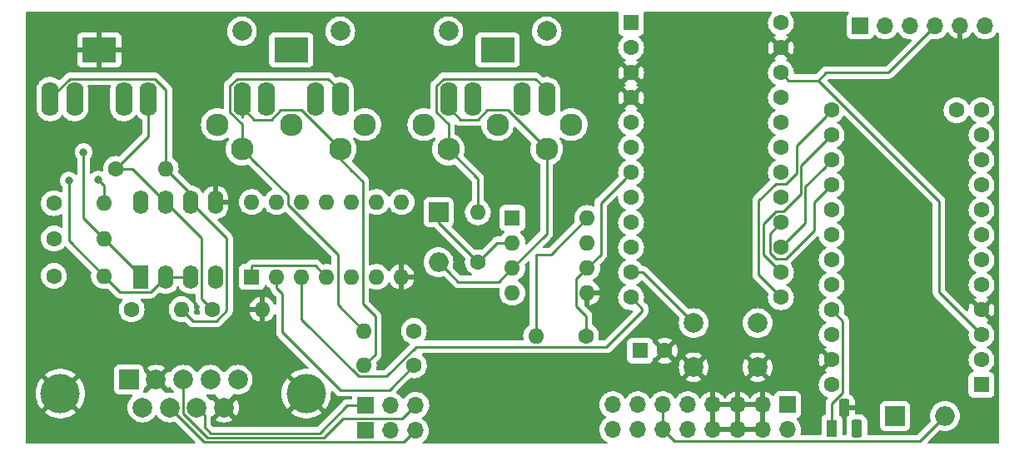
<source format=gtl>
G04 #@! TF.GenerationSoftware,KiCad,Pcbnew,6.0.5*
G04 #@! TF.CreationDate,2022-06-22T19:05:55+10:00*
G04 #@! TF.ProjectId,_transcribe_,5f747261-6e73-4637-9269-62655f2e6b69,v0_5_1*
G04 #@! TF.SameCoordinates,Original*
G04 #@! TF.FileFunction,Copper,L1,Top*
G04 #@! TF.FilePolarity,Positive*
%FSLAX46Y46*%
G04 Gerber Fmt 4.6, Leading zero omitted, Abs format (unit mm)*
G04 Created by KiCad (PCBNEW 6.0.5) date 2022-06-22 19:05:55*
%MOMM*%
%LPD*%
G01*
G04 APERTURE LIST*
G04 Aperture macros list*
%AMRoundRect*
0 Rectangle with rounded corners*
0 $1 Rounding radius*
0 $2 $3 $4 $5 $6 $7 $8 $9 X,Y pos of 4 corners*
0 Add a 4 corners polygon primitive as box body*
4,1,4,$2,$3,$4,$5,$6,$7,$8,$9,$2,$3,0*
0 Add four circle primitives for the rounded corners*
1,1,$1+$1,$2,$3*
1,1,$1+$1,$4,$5*
1,1,$1+$1,$6,$7*
1,1,$1+$1,$8,$9*
0 Add four rect primitives between the rounded corners*
20,1,$1+$1,$2,$3,$4,$5,0*
20,1,$1+$1,$4,$5,$6,$7,0*
20,1,$1+$1,$6,$7,$8,$9,0*
20,1,$1+$1,$8,$9,$2,$3,0*%
G04 Aperture macros list end*
G04 #@! TA.AperFunction,ComponentPad*
%ADD10R,1.700000X1.700000*%
G04 #@! TD*
G04 #@! TA.AperFunction,ComponentPad*
%ADD11O,1.700000X1.700000*%
G04 #@! TD*
G04 #@! TA.AperFunction,ComponentPad*
%ADD12C,1.600000*%
G04 #@! TD*
G04 #@! TA.AperFunction,ComponentPad*
%ADD13R,1.600000X1.600000*%
G04 #@! TD*
G04 #@! TA.AperFunction,ComponentPad*
%ADD14R,1.600000X2.400000*%
G04 #@! TD*
G04 #@! TA.AperFunction,ComponentPad*
%ADD15O,1.600000X2.400000*%
G04 #@! TD*
G04 #@! TA.AperFunction,ComponentPad*
%ADD16O,1.600000X1.600000*%
G04 #@! TD*
G04 #@! TA.AperFunction,ComponentPad*
%ADD17C,2.300000*%
G04 #@! TD*
G04 #@! TA.AperFunction,ComponentPad*
%ADD18C,2.000000*%
G04 #@! TD*
G04 #@! TA.AperFunction,ComponentPad*
%ADD19R,3.500000X2.500000*%
G04 #@! TD*
G04 #@! TA.AperFunction,ComponentPad*
%ADD20O,1.750000X3.500000*%
G04 #@! TD*
G04 #@! TA.AperFunction,ComponentPad*
%ADD21R,2.000000X2.000000*%
G04 #@! TD*
G04 #@! TA.AperFunction,ComponentPad*
%ADD22O,2.000000X2.000000*%
G04 #@! TD*
G04 #@! TA.AperFunction,ComponentPad*
%ADD23RoundRect,0.275000X-0.275000X-0.625000X0.275000X-0.625000X0.275000X0.625000X-0.275000X0.625000X0*%
G04 #@! TD*
G04 #@! TA.AperFunction,ComponentPad*
%ADD24R,1.100000X1.800000*%
G04 #@! TD*
G04 #@! TA.AperFunction,ComponentPad*
%ADD25C,4.000000*%
G04 #@! TD*
G04 #@! TA.AperFunction,ViaPad*
%ADD26C,0.800000*%
G04 #@! TD*
G04 #@! TA.AperFunction,Conductor*
%ADD27C,0.250000*%
G04 #@! TD*
G04 APERTURE END LIST*
D10*
X-254925000Y746875000D03*
D11*
X-252385000Y746875000D03*
X-249845000Y746875000D03*
D12*
X-224500000Y755000000D03*
D13*
X-227000000Y755000000D03*
D14*
X-277800000Y762475000D03*
D15*
X-275260000Y762475000D03*
X-272720000Y762475000D03*
X-270180000Y762475000D03*
X-270180000Y770095000D03*
X-272720000Y770095000D03*
X-275260000Y770095000D03*
X-277800000Y770095000D03*
D16*
X-275235000Y773500000D03*
D12*
X-280315000Y773500000D03*
X-270515000Y759200000D03*
D16*
X-265435000Y759200000D03*
D12*
X-278715000Y759200000D03*
D16*
X-273635000Y759200000D03*
D12*
X-286615000Y770000000D03*
D16*
X-281535000Y770000000D03*
D12*
X-286615000Y762600000D03*
D16*
X-281535000Y762600000D03*
D12*
X-286615000Y766400000D03*
D16*
X-281535000Y766400000D03*
D10*
X-254890000Y749435000D03*
D11*
X-252350000Y749435000D03*
X-249810000Y749435000D03*
D17*
X-236500000Y775500000D03*
D18*
X-246500000Y787500000D03*
D17*
X-234000000Y778000000D03*
X-241500000Y778000000D03*
X-249000000Y778000000D03*
X-246500000Y775500000D03*
D18*
X-236500000Y787500000D03*
D17*
X-257500000Y775500000D03*
D18*
X-267500000Y787500000D03*
D17*
X-255000000Y778000000D03*
X-262500000Y778000000D03*
X-270000000Y778000000D03*
X-267500000Y775500000D03*
D18*
X-257500000Y787500000D03*
D19*
X-282000000Y785596000D03*
D20*
X-277000000Y780590000D03*
X-287000000Y780590000D03*
X-279500000Y780590000D03*
X-284500000Y780590000D03*
D19*
X-241500000Y785596000D03*
D20*
X-236500000Y780590000D03*
X-246500000Y780590000D03*
X-239000000Y780590000D03*
X-244000000Y780590000D03*
D19*
X-262500000Y785596000D03*
D20*
X-257500000Y780590000D03*
X-267500000Y780590000D03*
X-260000000Y780590000D03*
X-265000000Y780590000D03*
D12*
X-212680000Y788370000D03*
X-212680000Y785830000D03*
X-212680000Y783290000D03*
X-212680000Y780750000D03*
X-212680000Y778210000D03*
X-212680000Y775670000D03*
X-212680000Y773130000D03*
X-212680000Y770590000D03*
X-212680000Y768050000D03*
X-212680000Y765510000D03*
X-212680000Y762970000D03*
X-212680000Y760430000D03*
X-227920000Y760430000D03*
X-227920000Y762970000D03*
X-227920000Y765510000D03*
X-227920000Y768050000D03*
X-227920000Y770590000D03*
X-227920000Y773130000D03*
X-227920000Y775670000D03*
X-227920000Y778210000D03*
X-227920000Y780750000D03*
X-227920000Y783290000D03*
X-227920000Y785830000D03*
D13*
X-227920000Y788370000D03*
D12*
X-194820000Y779470000D03*
D13*
X-192280000Y751530000D03*
D12*
X-192280000Y754070000D03*
X-192280000Y756610000D03*
X-192280000Y759150000D03*
X-192280000Y761690000D03*
X-192280000Y764230000D03*
X-192280000Y766770000D03*
X-192280000Y769310000D03*
X-192280000Y771850000D03*
X-192280000Y774390000D03*
X-192280000Y776930000D03*
X-192280000Y779470000D03*
X-207520000Y779470000D03*
X-207520000Y776930000D03*
X-207520000Y774390000D03*
X-207520000Y771850000D03*
X-207520000Y769310000D03*
X-207520000Y766770000D03*
X-207520000Y764230000D03*
X-207520000Y761690000D03*
X-207520000Y759150000D03*
X-207520000Y756610000D03*
X-207520000Y754070000D03*
X-207520000Y751530000D03*
D21*
X-247500000Y769080000D03*
D22*
X-247500000Y764000000D03*
D16*
X-255080000Y753500000D03*
D12*
X-250000000Y753500000D03*
D13*
X-240000000Y768500000D03*
D16*
X-232380000Y760880000D03*
X-240000000Y765960000D03*
X-232380000Y763420000D03*
X-240000000Y763420000D03*
X-232380000Y765960000D03*
X-240000000Y760880000D03*
X-232380000Y768500000D03*
X-243500000Y769080000D03*
D12*
X-243500000Y764000000D03*
D16*
X-237580000Y756500000D03*
D12*
X-232500000Y756500000D03*
X-250000000Y757000000D03*
D16*
X-255080000Y757000000D03*
D13*
X-266500000Y762500000D03*
D16*
X-251260000Y770120000D03*
X-263960000Y762500000D03*
X-253800000Y770120000D03*
X-261420000Y762500000D03*
X-256340000Y770120000D03*
X-258880000Y762500000D03*
X-258880000Y770120000D03*
X-256340000Y762500000D03*
X-261420000Y770120000D03*
X-253800000Y762500000D03*
X-263960000Y770120000D03*
X-251260000Y762500000D03*
X-266500000Y770120000D03*
D22*
X-195995000Y748350000D03*
D21*
X-201075000Y748350000D03*
D10*
X-212000000Y749500000D03*
D11*
X-212000000Y746960000D03*
X-214540000Y749500000D03*
X-214540000Y746960000D03*
X-217080000Y749500000D03*
X-217080000Y746960000D03*
X-219620000Y749500000D03*
X-219620000Y746960000D03*
X-222160000Y749500000D03*
X-222160000Y746960000D03*
X-224700000Y749500000D03*
X-224700000Y746960000D03*
X-227240000Y749500000D03*
X-227240000Y746960000D03*
X-229780000Y749500000D03*
X-229780000Y746960000D03*
D10*
X-204600000Y788050000D03*
D11*
X-202060000Y788050000D03*
X-199520000Y788050000D03*
X-196980000Y788050000D03*
X-194440000Y788050000D03*
X-191900000Y788050000D03*
D23*
X-206230000Y749170000D03*
X-204960000Y747100000D03*
D24*
X-207500000Y747100000D03*
D21*
X-279000000Y752050000D03*
D18*
X-276230000Y752050000D03*
X-273460000Y752050000D03*
X-270690000Y752050000D03*
X-267920000Y752050000D03*
X-277615000Y749210000D03*
X-274845000Y749210000D03*
X-272075000Y749210000D03*
X-269305000Y749210000D03*
D25*
X-285960000Y750630000D03*
X-260960000Y750630000D03*
D18*
X-215050000Y757800000D03*
X-215050000Y753300000D03*
X-221550000Y757800000D03*
X-221550000Y753300000D03*
D26*
X-285100000Y772300000D03*
X-282100000Y772400000D03*
X-283600000Y775200000D03*
D27*
X-243500000Y764000000D02*
X-247500000Y768000000D01*
X-254890000Y749435000D02*
X-256765000Y749435000D01*
X-256765000Y749435000D02*
X-259600471Y746599529D01*
X-270700000Y746599529D02*
X-271300000Y747199529D01*
X-259600471Y746599529D02*
X-270700000Y746599529D01*
X-271300000Y747199529D02*
X-271300000Y748435000D01*
X-271300000Y748435000D02*
X-272075000Y749210000D01*
X-249810000Y749435000D02*
X-251195489Y748049511D01*
X-251195489Y748049511D02*
X-257250489Y748049511D01*
X-257250489Y748049511D02*
X-259149991Y746150009D01*
X-271009130Y746150009D02*
X-273460000Y748600879D01*
X-259149991Y746150009D02*
X-271009130Y746150009D01*
X-273460000Y748600879D02*
X-273460000Y752050000D01*
X-249845000Y746875000D02*
X-251019511Y745700489D01*
X-251019511Y745700489D02*
X-271335489Y745700489D01*
X-271335489Y745700489D02*
X-274845000Y749210000D01*
X-285100000Y766165000D02*
X-281535000Y762600000D01*
X-285100000Y772300000D02*
X-285100000Y766165000D01*
X-281535000Y771835000D02*
X-281535000Y770000000D01*
X-282100000Y772400000D02*
X-281535000Y771835000D01*
X-283600000Y775200000D02*
X-283600000Y768465000D01*
X-283600000Y768465000D02*
X-281535000Y766400000D01*
X-272720000Y770095000D02*
X-269055480Y766430480D01*
X-269055480Y766430480D02*
X-269055480Y759069220D01*
X-269055480Y759069220D02*
X-270124700Y758000000D01*
X-270124700Y758000000D02*
X-272435000Y758000000D01*
X-272435000Y758000000D02*
X-273635000Y759200000D01*
X-275260000Y770095000D02*
X-271595480Y766430480D01*
X-271595480Y766430480D02*
X-271595480Y760280480D01*
X-271595480Y760280480D02*
X-270515000Y759200000D01*
X-272720000Y762475000D02*
X-275260000Y762475000D01*
X-275260000Y762475000D02*
X-276784511Y760950489D01*
X-276784511Y760950489D02*
X-279885489Y760950489D01*
X-279885489Y760950489D02*
X-281535000Y762600000D01*
X-277800000Y762475000D02*
X-277800000Y762665000D01*
X-277800000Y762665000D02*
X-281535000Y766400000D01*
X-275260000Y770095000D02*
X-278665000Y773500000D01*
X-278665000Y773500000D02*
X-280315000Y773500000D01*
X-272720000Y770095000D02*
X-272720000Y770985000D01*
X-272720000Y770985000D02*
X-275235000Y773500000D01*
X-287000000Y780590000D02*
X-287000000Y780661377D01*
X-284996857Y782664520D02*
X-276364520Y782664520D01*
X-275235000Y781535000D02*
X-275235000Y773500000D01*
X-287000000Y780661377D02*
X-284996857Y782664520D01*
X-276364520Y782664520D02*
X-275235000Y781535000D01*
X-280315000Y773500000D02*
X-277000000Y776815000D01*
X-277000000Y776815000D02*
X-277000000Y780590000D01*
X-243460000Y764000000D02*
X-243500000Y764000000D01*
X-247500000Y768000000D02*
X-247500000Y769080000D01*
X-241540000Y765960000D02*
X-243500000Y764000000D01*
X-240000000Y765960000D02*
X-241540000Y765960000D01*
X-243502940Y778514990D02*
X-245299990Y778514990D01*
X-245299990Y778514990D02*
X-246500000Y779715000D01*
X-242542929Y779475001D02*
X-243502940Y778514990D01*
X-240475001Y779475001D02*
X-242542929Y779475001D01*
X-246500000Y779715000D02*
X-246500000Y780590000D01*
X-236500000Y775500000D02*
X-240475001Y779475001D01*
X-236500000Y766920000D02*
X-240000000Y763420000D01*
X-236500000Y774500000D02*
X-236500000Y766920000D01*
X-246500001Y763000001D02*
X-247500000Y764000000D01*
X-245500000Y762000000D02*
X-246500001Y763000001D01*
X-241420000Y762000000D02*
X-245500000Y762000000D01*
X-240000000Y763420000D02*
X-241420000Y762000000D01*
X-246420000Y774500000D02*
X-246500000Y774500000D01*
X-246500000Y775500000D02*
X-246500000Y778017930D01*
X-246997060Y782665010D02*
X-237665010Y782665010D01*
X-236500000Y781500000D02*
X-236500000Y780590000D01*
X-237665010Y782665010D02*
X-236500000Y781500000D01*
X-247700010Y781962060D02*
X-246997060Y782665010D01*
X-247700010Y779217940D02*
X-247700010Y781962060D01*
X-246500000Y778017930D02*
X-247700010Y779217940D01*
X-243500000Y772500000D02*
X-246500000Y775500000D01*
X-243500000Y769080000D02*
X-243500000Y772500000D01*
X-257500000Y781465000D02*
X-257500000Y780590000D01*
X-258700010Y782665010D02*
X-257500000Y781465000D01*
X-267997060Y782665010D02*
X-258700010Y782665010D01*
X-268700010Y779217940D02*
X-268700010Y781962060D01*
X-268700010Y781962060D02*
X-267997060Y782665010D01*
X-267500000Y778017930D02*
X-268700010Y779217940D01*
X-267500000Y775500000D02*
X-267500000Y778017930D01*
X-266350001Y774350001D02*
X-267500000Y775500000D01*
X-262834999Y769869997D02*
X-262834999Y770834999D01*
X-257754999Y764789997D02*
X-262834999Y769869997D01*
X-257754999Y759674999D02*
X-257754999Y764789997D01*
X-262834999Y770834999D02*
X-266350001Y774350001D01*
X-255080000Y757000000D02*
X-257754999Y759674999D01*
X-267500000Y778715000D02*
X-267500000Y779590000D01*
X-256350001Y773350001D02*
X-257500000Y774500000D01*
X-255214999Y772214999D02*
X-256350001Y773350001D01*
X-255214999Y759749997D02*
X-255214999Y772214999D01*
X-253954999Y758489997D02*
X-255214999Y759749997D01*
X-253954999Y754625001D02*
X-253954999Y758489997D01*
X-255080000Y753500000D02*
X-253954999Y754625001D01*
X-267500000Y779715000D02*
X-267500000Y780590000D01*
X-263542929Y779475001D02*
X-264502940Y778514990D01*
X-266299990Y778514990D02*
X-267500000Y779715000D01*
X-264502940Y778514990D02*
X-266299990Y778514990D01*
X-261475001Y779475001D02*
X-263542929Y779475001D01*
X-257500000Y775500000D02*
X-261475001Y779475001D01*
X-267500000Y778715000D02*
X-267500000Y780590000D01*
X-236080000Y764800000D02*
X-232380000Y768500000D01*
X-237580000Y764800000D02*
X-236080000Y764800000D01*
X-237580000Y756500000D02*
X-237580000Y764800000D01*
X-232500000Y758500000D02*
X-232500000Y756500000D01*
X-233505001Y759505001D02*
X-232500000Y758500000D01*
X-233505001Y762294999D02*
X-232380000Y763420000D01*
X-233505001Y759505001D02*
X-233505001Y762294999D01*
X-231000000Y770050000D02*
X-228719999Y772330001D01*
X-228719999Y772330001D02*
X-227920000Y773130000D01*
X-231000000Y764800000D02*
X-231000000Y770050000D01*
X-232380000Y763420000D02*
X-231000000Y764800000D01*
X-249790003Y755374999D02*
X-230425001Y755374999D01*
X-252790003Y752374999D02*
X-249790003Y755374999D01*
X-261420000Y758174998D02*
X-255620001Y752374999D01*
X-255620001Y752374999D02*
X-252790003Y752374999D01*
X-261420000Y762500000D02*
X-261420000Y758174998D01*
X-230425001Y755374999D02*
X-226794999Y759005001D01*
X-226794999Y759304999D02*
X-227920000Y760430000D01*
X-226794999Y759005001D02*
X-226794999Y759304999D01*
X-208874999Y782490001D02*
X-196600000Y770215002D01*
X-211880001Y782490001D02*
X-208874999Y782490001D01*
X-212680000Y783290000D02*
X-211880001Y782490001D01*
X-196600000Y760930000D02*
X-192280000Y756610000D01*
X-196600000Y770215002D02*
X-196600000Y760930000D01*
X-208075000Y783290000D02*
X-208874999Y782490001D01*
X-201740000Y783290000D02*
X-208075000Y783290000D01*
X-196980000Y788050000D02*
X-201740000Y783290000D01*
X-213220001Y764384999D02*
X-212139999Y764384999D01*
X-213805001Y764969999D02*
X-213220001Y764384999D01*
X-213805001Y766924999D02*
X-213805001Y764969999D01*
X-212139999Y764384999D02*
X-209300000Y767224998D01*
X-212680000Y768050000D02*
X-213805001Y766924999D01*
X-209300000Y770070000D02*
X-207520000Y771850000D01*
X-209300000Y767224998D02*
X-209300000Y770070000D01*
X-208319999Y773590001D02*
X-207520000Y774390000D01*
X-210200000Y771710000D02*
X-208319999Y773590001D01*
X-210200000Y767990000D02*
X-210200000Y771710000D01*
X-212680000Y765510000D02*
X-210200000Y767990000D01*
X-212429997Y769175001D02*
X-213220001Y769175001D01*
X-213220001Y769175001D02*
X-214500000Y767895002D01*
X-210650010Y770954988D02*
X-212429997Y769175001D01*
X-210650010Y773799990D02*
X-210650010Y770954988D01*
X-207520000Y776930000D02*
X-210650010Y773799990D01*
X-214500000Y764790000D02*
X-212680000Y762970000D01*
X-214500000Y767895002D02*
X-214500000Y764790000D01*
X-208319999Y778670001D02*
X-207520000Y779470000D01*
X-211100020Y775889980D02*
X-208319999Y778670001D01*
X-213220001Y772004999D02*
X-212139999Y772004999D01*
X-211100020Y773044978D02*
X-211100020Y775889980D01*
X-214950009Y762700009D02*
X-214950009Y770274991D01*
X-212139999Y772004999D02*
X-211100020Y773044978D01*
X-214950009Y770274991D02*
X-213220001Y772004999D01*
X-212680000Y760430000D02*
X-214950009Y762700009D01*
X-207500000Y747725000D02*
X-207500000Y747500000D01*
X-207520000Y759150000D02*
X-206394999Y758024999D01*
X-207500000Y749648544D02*
X-207500000Y747500000D01*
X-206394999Y750753545D02*
X-207500000Y749648544D01*
X-206394999Y758024999D02*
X-206394999Y750753545D01*
X-266424999Y763625001D02*
X-266500000Y763550000D01*
X-266500000Y763550000D02*
X-266500000Y762500000D01*
X-260005001Y763625001D02*
X-266424999Y763625001D01*
X-258880000Y762500000D02*
X-260005001Y763625001D01*
X-263960000Y761368630D02*
X-263960000Y762500000D01*
X-263374999Y760783629D02*
X-263960000Y761368630D01*
X-263374999Y756874999D02*
X-263374999Y760783629D01*
X-257500000Y751000000D02*
X-263374999Y756874999D01*
X-252500000Y751000000D02*
X-257500000Y751000000D01*
X-250000000Y753500000D02*
X-252500000Y751000000D01*
X-224700000Y746960000D02*
X-224700000Y749500000D01*
X-198560001Y745784999D02*
X-195995000Y748350000D01*
X-223524999Y745784999D02*
X-198560001Y745784999D01*
X-224700000Y746960000D02*
X-223524999Y745784999D01*
X-226720000Y762970000D02*
X-227920000Y762970000D01*
X-221550000Y757800000D02*
X-226720000Y762970000D01*
G04 #@! TA.AperFunction,Conductor*
G36*
X-229256253Y789471498D02*
G01*
X-229209760Y789417842D01*
X-229199656Y789347568D01*
X-229206392Y789321270D01*
X-229221745Y789280316D01*
X-229228500Y789218134D01*
X-229228500Y787521866D01*
X-229221745Y787459684D01*
X-229170615Y787323295D01*
X-229083261Y787206739D01*
X-228966705Y787119385D01*
X-228830316Y787068255D01*
X-228819526Y787067083D01*
X-228817394Y787066197D01*
X-228814778Y787065575D01*
X-228814879Y787065152D01*
X-228753965Y787039845D01*
X-228713537Y786981483D01*
X-228711078Y786910529D01*
X-228747371Y786849510D01*
X-228756031Y786842511D01*
X-228759793Y786839354D01*
X-228764300Y786836198D01*
X-228926198Y786674300D01*
X-228929355Y786669792D01*
X-228929357Y786669789D01*
X-228967862Y786614798D01*
X-229057523Y786486749D01*
X-229059846Y786481767D01*
X-229059849Y786481762D01*
X-229083971Y786430031D01*
X-229154284Y786279243D01*
X-229155706Y786273935D01*
X-229155707Y786273933D01*
X-229176981Y786194539D01*
X-229213543Y786058087D01*
X-229233498Y785830000D01*
X-229213543Y785601913D01*
X-229212119Y785596600D01*
X-229212119Y785596598D01*
X-229174975Y785457978D01*
X-229154284Y785380757D01*
X-229151961Y785375776D01*
X-229151961Y785375775D01*
X-229059849Y785178238D01*
X-229059846Y785178233D01*
X-229057523Y785173251D01*
X-228926198Y784985700D01*
X-228764300Y784823802D01*
X-228759792Y784820645D01*
X-228759789Y784820643D01*
X-228681611Y784765902D01*
X-228576749Y784692477D01*
X-228571767Y784690154D01*
X-228571762Y784690151D01*
X-228536951Y784673919D01*
X-228483666Y784627002D01*
X-228464205Y784558725D01*
X-228484747Y784490765D01*
X-228536951Y784445529D01*
X-228571511Y784429414D01*
X-228581006Y784423931D01*
X-228633048Y784387491D01*
X-228641424Y784377012D01*
X-228634356Y784363566D01*
X-227932812Y783662022D01*
X-227918868Y783654408D01*
X-227917035Y783654539D01*
X-227910420Y783658790D01*
X-227204923Y784364287D01*
X-227198493Y784376062D01*
X-227207789Y784388077D01*
X-227258994Y784423931D01*
X-227268489Y784429414D01*
X-227303049Y784445529D01*
X-227356334Y784492446D01*
X-227375795Y784560723D01*
X-227355253Y784628683D01*
X-227303049Y784673919D01*
X-227268238Y784690151D01*
X-227268233Y784690154D01*
X-227263251Y784692477D01*
X-227158389Y784765902D01*
X-227080211Y784820643D01*
X-227080208Y784820645D01*
X-227075700Y784823802D01*
X-226913802Y784985700D01*
X-226782477Y785173251D01*
X-226780154Y785178233D01*
X-226780151Y785178238D01*
X-226688039Y785375775D01*
X-226688039Y785375776D01*
X-226685716Y785380757D01*
X-226665024Y785457978D01*
X-226627881Y785596598D01*
X-226627881Y785596600D01*
X-226626457Y785601913D01*
X-226606981Y785824525D01*
X-213992517Y785824525D01*
X-213973528Y785607481D01*
X-213971625Y785596688D01*
X-213915236Y785386239D01*
X-213911490Y785375947D01*
X-213819414Y785178489D01*
X-213813931Y785168994D01*
X-213777491Y785116952D01*
X-213767012Y785108576D01*
X-213753566Y785115644D01*
X-213052022Y785817188D01*
X-213045644Y785828868D01*
X-212315592Y785828868D01*
X-212315461Y785827035D01*
X-212311210Y785820420D01*
X-211605713Y785114923D01*
X-211593938Y785108493D01*
X-211581923Y785117789D01*
X-211546069Y785168994D01*
X-211540586Y785178489D01*
X-211448510Y785375947D01*
X-211444764Y785386239D01*
X-211388375Y785596688D01*
X-211386472Y785607481D01*
X-211367483Y785824525D01*
X-211367483Y785835475D01*
X-211386472Y786052519D01*
X-211388375Y786063312D01*
X-211444764Y786273761D01*
X-211448510Y786284053D01*
X-211540586Y786481511D01*
X-211546069Y786491006D01*
X-211582509Y786543048D01*
X-211592988Y786551424D01*
X-211606434Y786544356D01*
X-212307978Y785842812D01*
X-212315592Y785828868D01*
X-213045644Y785828868D01*
X-213044408Y785831132D01*
X-213044539Y785832965D01*
X-213048790Y785839580D01*
X-213754287Y786545077D01*
X-213766062Y786551507D01*
X-213778077Y786542211D01*
X-213813931Y786491006D01*
X-213819414Y786481511D01*
X-213911490Y786284053D01*
X-213915236Y786273761D01*
X-213971625Y786063312D01*
X-213973528Y786052519D01*
X-213992517Y785835475D01*
X-213992517Y785824525D01*
X-226606981Y785824525D01*
X-226606502Y785830000D01*
X-226626457Y786058087D01*
X-226663019Y786194539D01*
X-226684293Y786273933D01*
X-226684294Y786273935D01*
X-226685716Y786279243D01*
X-226756029Y786430031D01*
X-226780151Y786481762D01*
X-226780154Y786481767D01*
X-226782477Y786486749D01*
X-226872138Y786614798D01*
X-226910643Y786669789D01*
X-226910645Y786669792D01*
X-226913802Y786674300D01*
X-227075700Y786836198D01*
X-227080211Y786839357D01*
X-227084424Y786842892D01*
X-227083473Y786844026D01*
X-227123471Y786894071D01*
X-227130776Y786964690D01*
X-227098742Y787028049D01*
X-227037538Y787064030D01*
X-227020483Y787067082D01*
X-227009684Y787068255D01*
X-226873295Y787119385D01*
X-226756739Y787206739D01*
X-226669385Y787323295D01*
X-226618255Y787459684D01*
X-226611500Y787521866D01*
X-226611500Y789218134D01*
X-226618255Y789280316D01*
X-226633608Y789321270D01*
X-226638791Y789392078D01*
X-226604870Y789454447D01*
X-226542615Y789488576D01*
X-226515626Y789491500D01*
X-213713188Y789491500D01*
X-213645067Y789471498D01*
X-213598574Y789417842D01*
X-213588470Y789347568D01*
X-213617964Y789282988D01*
X-213624093Y789276405D01*
X-213686198Y789214300D01*
X-213689355Y789209792D01*
X-213689357Y789209789D01*
X-213704684Y789187899D01*
X-213817523Y789026749D01*
X-213819846Y789021767D01*
X-213819849Y789021762D01*
X-213910679Y788826975D01*
X-213914284Y788819243D01*
X-213915706Y788813935D01*
X-213915707Y788813933D01*
X-213947800Y788694160D01*
X-213973543Y788598087D01*
X-213993498Y788370000D01*
X-213973543Y788141913D01*
X-213972119Y788136600D01*
X-213972119Y788136598D01*
X-213928059Y787972167D01*
X-213914284Y787920757D01*
X-213911961Y787915776D01*
X-213911961Y787915775D01*
X-213819849Y787718238D01*
X-213819846Y787718233D01*
X-213817523Y787713251D01*
X-213686198Y787525700D01*
X-213524300Y787363802D01*
X-213519792Y787360645D01*
X-213519789Y787360643D01*
X-213491137Y787340581D01*
X-213336749Y787232477D01*
X-213331767Y787230154D01*
X-213331762Y787230151D01*
X-213296951Y787213919D01*
X-213243666Y787167002D01*
X-213224205Y787098725D01*
X-213244747Y787030765D01*
X-213296951Y786985529D01*
X-213331511Y786969414D01*
X-213341006Y786963931D01*
X-213393048Y786927491D01*
X-213401424Y786917012D01*
X-213394356Y786903566D01*
X-212692812Y786202022D01*
X-212678868Y786194408D01*
X-212677035Y786194539D01*
X-212670420Y786198790D01*
X-211964923Y786904287D01*
X-211958493Y786916062D01*
X-211967789Y786928077D01*
X-212018994Y786963931D01*
X-212028489Y786969414D01*
X-212063049Y786985529D01*
X-212116334Y787032446D01*
X-212135795Y787100723D01*
X-212115253Y787168683D01*
X-212063049Y787213919D01*
X-212028238Y787230151D01*
X-212028233Y787230154D01*
X-212023251Y787232477D01*
X-211868863Y787340581D01*
X-211840211Y787360643D01*
X-211840208Y787360645D01*
X-211835700Y787363802D01*
X-211673802Y787525700D01*
X-211542477Y787713251D01*
X-211540154Y787718233D01*
X-211540151Y787718238D01*
X-211448039Y787915775D01*
X-211448039Y787915776D01*
X-211445716Y787920757D01*
X-211431940Y787972167D01*
X-211387881Y788136598D01*
X-211387881Y788136600D01*
X-211386457Y788141913D01*
X-211366502Y788370000D01*
X-211386457Y788598087D01*
X-211412200Y788694160D01*
X-211444293Y788813933D01*
X-211444294Y788813935D01*
X-211445716Y788819243D01*
X-211449321Y788826975D01*
X-211540151Y789021762D01*
X-211540154Y789021767D01*
X-211542477Y789026749D01*
X-211655316Y789187899D01*
X-211670643Y789209789D01*
X-211670645Y789209792D01*
X-211673802Y789214300D01*
X-211735907Y789276405D01*
X-211769933Y789338717D01*
X-211764868Y789409532D01*
X-211722321Y789466368D01*
X-211655801Y789491179D01*
X-211646812Y789491500D01*
X-205886941Y789491500D01*
X-205818820Y789471498D01*
X-205772327Y789417842D01*
X-205762223Y789347568D01*
X-205791717Y789282988D01*
X-205800005Y789275266D01*
X-205799731Y789274992D01*
X-205806081Y789268642D01*
X-205813261Y789263261D01*
X-205900615Y789146705D01*
X-205951745Y789010316D01*
X-205958500Y788948134D01*
X-205958500Y787151866D01*
X-205951745Y787089684D01*
X-205900615Y786953295D01*
X-205813261Y786836739D01*
X-205696705Y786749385D01*
X-205560316Y786698255D01*
X-205498134Y786691500D01*
X-203701866Y786691500D01*
X-203639684Y786698255D01*
X-203503295Y786749385D01*
X-203386739Y786836739D01*
X-203299385Y786953295D01*
X-203277201Y787012471D01*
X-203255402Y787070618D01*
X-203212760Y787127382D01*
X-203146198Y787152082D01*
X-203076850Y787136874D01*
X-203042183Y787108886D01*
X-203013750Y787076062D01*
X-202841874Y786933368D01*
X-202649000Y786820662D01*
X-202644175Y786818820D01*
X-202644174Y786818819D01*
X-202629032Y786813037D01*
X-202440308Y786740970D01*
X-202435240Y786739939D01*
X-202435237Y786739938D01*
X-202340138Y786720590D01*
X-202221403Y786696433D01*
X-202216228Y786696243D01*
X-202216226Y786696243D01*
X-202003327Y786688436D01*
X-202003323Y786688436D01*
X-201998163Y786688247D01*
X-201993043Y786688903D01*
X-201993041Y786688903D01*
X-201781712Y786715975D01*
X-201781711Y786715975D01*
X-201776584Y786716632D01*
X-201771634Y786718117D01*
X-201567571Y786779339D01*
X-201567566Y786779341D01*
X-201562616Y786780826D01*
X-201362006Y786879104D01*
X-201180140Y787008827D01*
X-201151649Y787037218D01*
X-201036384Y787152082D01*
X-201021904Y787166511D01*
X-200996344Y787202081D01*
X-200891547Y787347923D01*
X-200890224Y787346972D01*
X-200843355Y787390143D01*
X-200773420Y787402375D01*
X-200707974Y787374856D01*
X-200680125Y787343006D01*
X-200620013Y787244912D01*
X-200473750Y787076062D01*
X-200301874Y786933368D01*
X-200109000Y786820662D01*
X-200104175Y786818820D01*
X-200104174Y786818819D01*
X-200089032Y786813037D01*
X-199900308Y786740970D01*
X-199895240Y786739939D01*
X-199895237Y786739938D01*
X-199800138Y786720590D01*
X-199681403Y786696433D01*
X-199676229Y786696243D01*
X-199676227Y786696243D01*
X-199614102Y786693965D01*
X-199534350Y786691041D01*
X-199467009Y786668557D01*
X-199422513Y786613233D01*
X-199414991Y786542636D01*
X-199449873Y786476031D01*
X-200747416Y785178489D01*
X-201965500Y783960405D01*
X-202027812Y783926379D01*
X-202054595Y783923500D01*
X-207996237Y783923500D01*
X-208007421Y783924027D01*
X-208014909Y783925701D01*
X-208022832Y783925452D01*
X-208082967Y783923562D01*
X-208086925Y783923500D01*
X-208114856Y783923500D01*
X-208118771Y783923005D01*
X-208118775Y783923005D01*
X-208118833Y783922997D01*
X-208118862Y783922994D01*
X-208130704Y783922061D01*
X-208174890Y783920673D01*
X-208192256Y783915628D01*
X-208194342Y783915022D01*
X-208213694Y783911014D01*
X-208225932Y783909468D01*
X-208225934Y783909467D01*
X-208233797Y783908474D01*
X-208274914Y783892194D01*
X-208286115Y783888359D01*
X-208328594Y783876018D01*
X-208335413Y783871985D01*
X-208335418Y783871983D01*
X-208346029Y783865707D01*
X-208363779Y783857010D01*
X-208382617Y783849552D01*
X-208389033Y783844891D01*
X-208389034Y783844890D01*
X-208418375Y783823572D01*
X-208428299Y783817053D01*
X-208459540Y783798578D01*
X-208459545Y783798574D01*
X-208466363Y783794542D01*
X-208480687Y783780218D01*
X-208495719Y783767379D01*
X-208512107Y783755472D01*
X-208530068Y783733761D01*
X-208540288Y783721407D01*
X-208548278Y783712627D01*
X-209100499Y783160406D01*
X-209162811Y783126380D01*
X-209189594Y783123501D01*
X-211243563Y783123501D01*
X-211311684Y783143503D01*
X-211358177Y783197159D01*
X-211369084Y783260481D01*
X-211366981Y783284522D01*
X-211366981Y783284525D01*
X-211366502Y783290000D01*
X-211386457Y783518087D01*
X-211423019Y783654539D01*
X-211444293Y783733933D01*
X-211444294Y783733935D01*
X-211445716Y783739243D01*
X-211455456Y783760130D01*
X-211540151Y783941762D01*
X-211540154Y783941767D01*
X-211542477Y783946749D01*
X-211649291Y784099295D01*
X-211670643Y784129789D01*
X-211670645Y784129792D01*
X-211673802Y784134300D01*
X-211835700Y784296198D01*
X-211840208Y784299355D01*
X-211840211Y784299357D01*
X-211966080Y784387491D01*
X-212023251Y784427523D01*
X-212028233Y784429846D01*
X-212028238Y784429849D01*
X-212063049Y784446081D01*
X-212116334Y784492998D01*
X-212135795Y784561275D01*
X-212115253Y784629235D01*
X-212063049Y784674471D01*
X-212028489Y784690586D01*
X-212018994Y784696069D01*
X-211966952Y784732509D01*
X-211958576Y784742988D01*
X-211965644Y784756434D01*
X-212667188Y785457978D01*
X-212681132Y785465592D01*
X-212682965Y785465461D01*
X-212689580Y785461210D01*
X-213395077Y784755713D01*
X-213401507Y784743938D01*
X-213392211Y784731923D01*
X-213341006Y784696069D01*
X-213331511Y784690586D01*
X-213296951Y784674471D01*
X-213243666Y784627554D01*
X-213224205Y784559277D01*
X-213244747Y784491317D01*
X-213296951Y784446081D01*
X-213331762Y784429849D01*
X-213331767Y784429846D01*
X-213336749Y784427523D01*
X-213393920Y784387491D01*
X-213519789Y784299357D01*
X-213519792Y784299355D01*
X-213524300Y784296198D01*
X-213686198Y784134300D01*
X-213689355Y784129792D01*
X-213689357Y784129789D01*
X-213710709Y784099295D01*
X-213817523Y783946749D01*
X-213819846Y783941767D01*
X-213819849Y783941762D01*
X-213904544Y783760130D01*
X-213914284Y783739243D01*
X-213915706Y783733935D01*
X-213915707Y783733933D01*
X-213936981Y783654539D01*
X-213973543Y783518087D01*
X-213993498Y783290000D01*
X-213973543Y783061913D01*
X-213972119Y783056600D01*
X-213972119Y783056598D01*
X-213919066Y782858605D01*
X-213914284Y782840757D01*
X-213911961Y782835776D01*
X-213911961Y782835775D01*
X-213819849Y782638238D01*
X-213819846Y782638233D01*
X-213817523Y782633251D01*
X-213814366Y782628743D01*
X-213698464Y782463218D01*
X-213686198Y782445700D01*
X-213524300Y782283802D01*
X-213519792Y782280645D01*
X-213519789Y782280643D01*
X-213518625Y782279828D01*
X-213336749Y782152477D01*
X-213331767Y782150154D01*
X-213331762Y782150151D01*
X-213297543Y782134195D01*
X-213244258Y782087278D01*
X-213224797Y782019001D01*
X-213245339Y781951041D01*
X-213297543Y781905805D01*
X-213331762Y781889849D01*
X-213331767Y781889846D01*
X-213336749Y781887523D01*
X-213440939Y781814568D01*
X-213519789Y781759357D01*
X-213519792Y781759355D01*
X-213524300Y781756198D01*
X-213686198Y781594300D01*
X-213689355Y781589792D01*
X-213689357Y781589789D01*
X-213719349Y781546956D01*
X-213817523Y781406749D01*
X-213819846Y781401767D01*
X-213819849Y781401762D01*
X-213819966Y781401511D01*
X-213914284Y781199243D01*
X-213915706Y781193935D01*
X-213915707Y781193933D01*
X-213936981Y781114539D01*
X-213973543Y780978087D01*
X-213993498Y780750000D01*
X-213973543Y780521913D01*
X-213972119Y780516600D01*
X-213972119Y780516598D01*
X-213934975Y780377978D01*
X-213914284Y780300757D01*
X-213911961Y780295776D01*
X-213911961Y780295775D01*
X-213819849Y780098238D01*
X-213819846Y780098233D01*
X-213817523Y780093251D01*
X-213772237Y780028576D01*
X-213699169Y779924225D01*
X-213686198Y779905700D01*
X-213524300Y779743802D01*
X-213519792Y779740645D01*
X-213519789Y779740643D01*
X-213451186Y779692607D01*
X-213336749Y779612477D01*
X-213331767Y779610154D01*
X-213331762Y779610151D01*
X-213297543Y779594195D01*
X-213244258Y779547278D01*
X-213224797Y779479001D01*
X-213245339Y779411041D01*
X-213297543Y779365805D01*
X-213331762Y779349849D01*
X-213331767Y779349846D01*
X-213336749Y779347523D01*
X-213441611Y779274098D01*
X-213519789Y779219357D01*
X-213519792Y779219355D01*
X-213524300Y779216198D01*
X-213686198Y779054300D01*
X-213689355Y779049792D01*
X-213689357Y779049789D01*
X-213737089Y778981621D01*
X-213817523Y778866749D01*
X-213819846Y778861767D01*
X-213819849Y778861762D01*
X-213908387Y778671890D01*
X-213914284Y778659243D01*
X-213915706Y778653935D01*
X-213915707Y778653933D01*
X-213966653Y778463802D01*
X-213973543Y778438087D01*
X-213993498Y778210000D01*
X-213973543Y777981913D01*
X-213972119Y777976600D01*
X-213972119Y777976598D01*
X-213945702Y777878011D01*
X-213914284Y777760757D01*
X-213911961Y777755776D01*
X-213911961Y777755775D01*
X-213819849Y777558238D01*
X-213819846Y777558233D01*
X-213817523Y777553251D01*
X-213814366Y777548743D01*
X-213699169Y777384225D01*
X-213686198Y777365700D01*
X-213524300Y777203802D01*
X-213519792Y777200645D01*
X-213519789Y777200643D01*
X-213451186Y777152607D01*
X-213336749Y777072477D01*
X-213331767Y777070154D01*
X-213331762Y777070151D01*
X-213297543Y777054195D01*
X-213244258Y777007278D01*
X-213224797Y776939001D01*
X-213245339Y776871041D01*
X-213297543Y776825805D01*
X-213331762Y776809849D01*
X-213331767Y776809846D01*
X-213336749Y776807523D01*
X-213383289Y776774935D01*
X-213519789Y776679357D01*
X-213519792Y776679355D01*
X-213524300Y776676198D01*
X-213686198Y776514300D01*
X-213689353Y776509794D01*
X-213689357Y776509789D01*
X-213714669Y776473639D01*
X-213817523Y776326749D01*
X-213819846Y776321767D01*
X-213819849Y776321762D01*
X-213878775Y776195393D01*
X-213914284Y776119243D01*
X-213915706Y776113935D01*
X-213915707Y776113933D01*
X-213966653Y775923802D01*
X-213973543Y775898087D01*
X-213993498Y775670000D01*
X-213973543Y775441913D01*
X-213972119Y775436600D01*
X-213972119Y775436598D01*
X-213919373Y775239751D01*
X-213914284Y775220757D01*
X-213911961Y775215776D01*
X-213911961Y775215775D01*
X-213819849Y775018238D01*
X-213819846Y775018233D01*
X-213817523Y775013251D01*
X-213767577Y774941921D01*
X-213692520Y774834729D01*
X-213686198Y774825700D01*
X-213524300Y774663802D01*
X-213519792Y774660645D01*
X-213519789Y774660643D01*
X-213456290Y774616181D01*
X-213336749Y774532477D01*
X-213331767Y774530154D01*
X-213331762Y774530151D01*
X-213297543Y774514195D01*
X-213244258Y774467278D01*
X-213224797Y774399001D01*
X-213245339Y774331041D01*
X-213297543Y774285805D01*
X-213331762Y774269849D01*
X-213331767Y774269846D01*
X-213336749Y774267523D01*
X-213365420Y774247447D01*
X-213519789Y774139357D01*
X-213519792Y774139355D01*
X-213524300Y774136198D01*
X-213686198Y773974300D01*
X-213689355Y773969792D01*
X-213689357Y773969789D01*
X-213737501Y773901032D01*
X-213817523Y773786749D01*
X-213819846Y773781767D01*
X-213819849Y773781762D01*
X-213847433Y773722607D01*
X-213914284Y773579243D01*
X-213915706Y773573935D01*
X-213915707Y773573933D01*
X-213966370Y773384858D01*
X-213973543Y773358087D01*
X-213993498Y773130000D01*
X-213973543Y772901913D01*
X-213972120Y772896602D01*
X-213972119Y772896598D01*
X-213931761Y772745983D01*
X-213914284Y772680757D01*
X-213911961Y772675776D01*
X-213911961Y772675775D01*
X-213819849Y772478238D01*
X-213819846Y772478233D01*
X-213817523Y772473251D01*
X-213814367Y772468743D01*
X-213814363Y772468737D01*
X-213808209Y772459949D01*
X-213785518Y772392676D01*
X-213802801Y772323815D01*
X-213822324Y772298580D01*
X-214587014Y771533891D01*
X-215342262Y770778643D01*
X-215350548Y770771103D01*
X-215357027Y770766991D01*
X-215362452Y770761214D01*
X-215403652Y770717340D01*
X-215406407Y770714498D01*
X-215426144Y770694761D01*
X-215428624Y770691564D01*
X-215436327Y770682544D01*
X-215466595Y770650312D01*
X-215470414Y770643366D01*
X-215470416Y770643363D01*
X-215476357Y770632557D01*
X-215487208Y770616038D01*
X-215499623Y770600032D01*
X-215502768Y770592763D01*
X-215502771Y770592759D01*
X-215517183Y770559454D01*
X-215522400Y770548804D01*
X-215543704Y770510051D01*
X-215545675Y770502376D01*
X-215545675Y770502375D01*
X-215548742Y770490429D01*
X-215555146Y770471725D01*
X-215559793Y770460985D01*
X-215563190Y770453136D01*
X-215564429Y770445313D01*
X-215564432Y770445303D01*
X-215570108Y770409467D01*
X-215572514Y770397847D01*
X-215576762Y770381301D01*
X-215583509Y770355021D01*
X-215583509Y770334767D01*
X-215585060Y770315057D01*
X-215588229Y770295048D01*
X-215584125Y770251638D01*
X-215584068Y770251030D01*
X-215583509Y770239172D01*
X-215583509Y762778776D01*
X-215584036Y762767593D01*
X-215585711Y762760100D01*
X-215585462Y762752174D01*
X-215585462Y762752173D01*
X-215583571Y762692023D01*
X-215583509Y762688064D01*
X-215583509Y762660153D01*
X-215583012Y762656219D01*
X-215583012Y762656218D01*
X-215583004Y762656153D01*
X-215582071Y762644316D01*
X-215580682Y762600120D01*
X-215575031Y762580670D01*
X-215571022Y762561309D01*
X-215568483Y762541212D01*
X-215565564Y762533841D01*
X-215565564Y762533839D01*
X-215552205Y762500097D01*
X-215548360Y762488867D01*
X-215538238Y762454026D01*
X-215536027Y762446416D01*
X-215531994Y762439597D01*
X-215531992Y762439592D01*
X-215525716Y762428981D01*
X-215517021Y762411233D01*
X-215509561Y762392392D01*
X-215504899Y762385976D01*
X-215504899Y762385975D01*
X-215483573Y762356622D01*
X-215477057Y762346702D01*
X-215460223Y762318238D01*
X-215454551Y762308647D01*
X-215440230Y762294326D01*
X-215427390Y762279293D01*
X-215415481Y762262902D01*
X-215409375Y762257851D01*
X-215381404Y762234711D01*
X-215372625Y762226721D01*
X-213989152Y760843248D01*
X-213955126Y760780936D01*
X-213956541Y760721541D01*
X-213972118Y760663409D01*
X-213972119Y760663402D01*
X-213973543Y760658087D01*
X-213993498Y760430000D01*
X-213973543Y760201913D01*
X-213972119Y760196600D01*
X-213972119Y760196598D01*
X-213930015Y760039467D01*
X-213914284Y759980757D01*
X-213911961Y759975776D01*
X-213911961Y759975775D01*
X-213819849Y759778238D01*
X-213819846Y759778233D01*
X-213817523Y759773251D01*
X-213773333Y759710141D01*
X-213690049Y759591200D01*
X-213686198Y759585700D01*
X-213524300Y759423802D01*
X-213519792Y759420645D01*
X-213519789Y759420643D01*
X-213443724Y759367382D01*
X-213336749Y759292477D01*
X-213331767Y759290154D01*
X-213331762Y759290151D01*
X-213138430Y759200000D01*
X-213129243Y759195716D01*
X-213123935Y759194294D01*
X-213123933Y759194293D01*
X-212913402Y759137881D01*
X-212913400Y759137881D01*
X-212908087Y759136457D01*
X-212680000Y759116502D01*
X-212451913Y759136457D01*
X-212446600Y759137881D01*
X-212446598Y759137881D01*
X-212236067Y759194293D01*
X-212236065Y759194294D01*
X-212230757Y759195716D01*
X-212221570Y759200000D01*
X-212028238Y759290151D01*
X-212028233Y759290154D01*
X-212023251Y759292477D01*
X-211916276Y759367382D01*
X-211840211Y759420643D01*
X-211840208Y759420645D01*
X-211835700Y759423802D01*
X-211673802Y759585700D01*
X-211669950Y759591200D01*
X-211586667Y759710141D01*
X-211542477Y759773251D01*
X-211540154Y759778233D01*
X-211540151Y759778238D01*
X-211448039Y759975775D01*
X-211448039Y759975776D01*
X-211445716Y759980757D01*
X-211429984Y760039467D01*
X-211387881Y760196598D01*
X-211387881Y760196600D01*
X-211386457Y760201913D01*
X-211366502Y760430000D01*
X-211386457Y760658087D01*
X-211393405Y760684017D01*
X-211444293Y760873933D01*
X-211444294Y760873935D01*
X-211445716Y760879243D01*
X-211451262Y760891136D01*
X-211540151Y761081762D01*
X-211540154Y761081767D01*
X-211542477Y761086749D01*
X-211634170Y761217700D01*
X-211670643Y761269789D01*
X-211670645Y761269792D01*
X-211673802Y761274300D01*
X-211835700Y761436198D01*
X-211840208Y761439355D01*
X-211840211Y761439357D01*
X-211942160Y761510742D01*
X-212023251Y761567523D01*
X-212028233Y761569846D01*
X-212028238Y761569849D01*
X-212062457Y761585805D01*
X-212115742Y761632722D01*
X-212135203Y761700999D01*
X-212114661Y761768959D01*
X-212062457Y761814195D01*
X-212028238Y761830151D01*
X-212028233Y761830154D01*
X-212023251Y761832477D01*
X-211908814Y761912607D01*
X-211840211Y761960643D01*
X-211840208Y761960645D01*
X-211835700Y761963802D01*
X-211673802Y762125700D01*
X-211662577Y762141730D01*
X-211599053Y762232452D01*
X-211542477Y762313251D01*
X-211540154Y762318233D01*
X-211540151Y762318238D01*
X-211448039Y762515775D01*
X-211448039Y762515776D01*
X-211445716Y762520757D01*
X-211443223Y762530059D01*
X-211387881Y762736598D01*
X-211387881Y762736600D01*
X-211386457Y762741913D01*
X-211366502Y762970000D01*
X-211386457Y763198087D01*
X-211393347Y763223802D01*
X-211444293Y763413933D01*
X-211444294Y763413935D01*
X-211445716Y763419243D01*
X-211459409Y763448608D01*
X-211540151Y763621762D01*
X-211540154Y763621767D01*
X-211542477Y763626749D01*
X-211671227Y763810622D01*
X-211693914Y763877894D01*
X-211676629Y763946754D01*
X-211657108Y763971986D01*
X-209025297Y766603796D01*
X-208962985Y766637822D01*
X-208892169Y766632757D01*
X-208835334Y766590210D01*
X-208814333Y766541701D01*
X-208813543Y766541913D01*
X-208764943Y766360538D01*
X-208754284Y766320757D01*
X-208751961Y766315776D01*
X-208751961Y766315775D01*
X-208659849Y766118238D01*
X-208659846Y766118233D01*
X-208657523Y766113251D01*
X-208604966Y766038192D01*
X-208547461Y765956067D01*
X-208526198Y765925700D01*
X-208364300Y765763802D01*
X-208359792Y765760645D01*
X-208359789Y765760643D01*
X-208281611Y765705902D01*
X-208176749Y765632477D01*
X-208171767Y765630154D01*
X-208171762Y765630151D01*
X-208137543Y765614195D01*
X-208084258Y765567278D01*
X-208064797Y765499001D01*
X-208085339Y765431041D01*
X-208137543Y765385805D01*
X-208171762Y765369849D01*
X-208171767Y765369846D01*
X-208176749Y765367523D01*
X-208263901Y765306498D01*
X-208359789Y765239357D01*
X-208359792Y765239355D01*
X-208364300Y765236198D01*
X-208526198Y765074300D01*
X-208529355Y765069792D01*
X-208529357Y765069789D01*
X-208553034Y765035975D01*
X-208657523Y764886749D01*
X-208659846Y764881767D01*
X-208659849Y764881762D01*
X-208748716Y764691183D01*
X-208754284Y764679243D01*
X-208755706Y764673935D01*
X-208755707Y764673933D01*
X-208809022Y764474959D01*
X-208813543Y764458087D01*
X-208833498Y764230000D01*
X-208813543Y764001913D01*
X-208812119Y763996600D01*
X-208812119Y763996598D01*
X-208757328Y763792119D01*
X-208754284Y763780757D01*
X-208751961Y763775776D01*
X-208751961Y763775775D01*
X-208659849Y763578238D01*
X-208659846Y763578233D01*
X-208657523Y763573251D01*
X-208607017Y763501121D01*
X-208543434Y763410316D01*
X-208526198Y763385700D01*
X-208364300Y763223802D01*
X-208359792Y763220645D01*
X-208359789Y763220643D01*
X-208311162Y763186594D01*
X-208176749Y763092477D01*
X-208171767Y763090154D01*
X-208171762Y763090151D01*
X-208137543Y763074195D01*
X-208084258Y763027278D01*
X-208064797Y762959001D01*
X-208085339Y762891041D01*
X-208137543Y762845805D01*
X-208171762Y762829849D01*
X-208171767Y762829846D01*
X-208176749Y762827523D01*
X-208263867Y762766522D01*
X-208359789Y762699357D01*
X-208359792Y762699355D01*
X-208364300Y762696198D01*
X-208526198Y762534300D01*
X-208529355Y762529792D01*
X-208529357Y762529789D01*
X-208563926Y762480419D01*
X-208657523Y762346749D01*
X-208659846Y762341767D01*
X-208659849Y762341762D01*
X-208743538Y762162288D01*
X-208754284Y762139243D01*
X-208755706Y762133935D01*
X-208755707Y762133933D01*
X-208809102Y761934661D01*
X-208813543Y761918087D01*
X-208833498Y761690000D01*
X-208813543Y761461913D01*
X-208812119Y761456600D01*
X-208812119Y761456598D01*
X-208756470Y761248917D01*
X-208754284Y761240757D01*
X-208751961Y761235776D01*
X-208751961Y761235775D01*
X-208659849Y761038238D01*
X-208659846Y761038233D01*
X-208657523Y761033251D01*
X-208590461Y760937477D01*
X-208563906Y760899553D01*
X-208526198Y760845700D01*
X-208364300Y760683802D01*
X-208359792Y760680645D01*
X-208359789Y760680643D01*
X-208303477Y760641213D01*
X-208176749Y760552477D01*
X-208171767Y760550154D01*
X-208171762Y760550151D01*
X-208137543Y760534195D01*
X-208084258Y760487278D01*
X-208064797Y760419001D01*
X-208085339Y760351041D01*
X-208137543Y760305805D01*
X-208171762Y760289849D01*
X-208171767Y760289846D01*
X-208176749Y760287523D01*
X-208266354Y760224781D01*
X-208359789Y760159357D01*
X-208359792Y760159355D01*
X-208364300Y760156198D01*
X-208526198Y759994300D01*
X-208529355Y759989792D01*
X-208529357Y759989789D01*
X-208545702Y759966446D01*
X-208657523Y759806749D01*
X-208659846Y759801767D01*
X-208659849Y759801762D01*
X-208748048Y759612616D01*
X-208754284Y759599243D01*
X-208755706Y759593935D01*
X-208755707Y759593933D01*
X-208807188Y759401805D01*
X-208813543Y759378087D01*
X-208833498Y759150000D01*
X-208813543Y758921913D01*
X-208812119Y758916600D01*
X-208812119Y758916598D01*
X-208757203Y758711652D01*
X-208754284Y758700757D01*
X-208751961Y758695776D01*
X-208751961Y758695775D01*
X-208659849Y758498238D01*
X-208659846Y758498233D01*
X-208657523Y758493251D01*
X-208607611Y758421970D01*
X-208531658Y758313498D01*
X-208526198Y758305700D01*
X-208364300Y758143802D01*
X-208359792Y758140645D01*
X-208359789Y758140643D01*
X-208350824Y758134366D01*
X-208176749Y758012477D01*
X-208171767Y758010154D01*
X-208171762Y758010151D01*
X-208137543Y757994195D01*
X-208084258Y757947278D01*
X-208064797Y757879001D01*
X-208085339Y757811041D01*
X-208137543Y757765805D01*
X-208171762Y757749849D01*
X-208171767Y757749846D01*
X-208176749Y757747523D01*
X-208281611Y757674098D01*
X-208359789Y757619357D01*
X-208359792Y757619355D01*
X-208364300Y757616198D01*
X-208526198Y757454300D01*
X-208529355Y757449792D01*
X-208529357Y757449789D01*
X-208565059Y757398801D01*
X-208657523Y757266749D01*
X-208659846Y757261767D01*
X-208659849Y757261762D01*
X-208735046Y757100499D01*
X-208754284Y757059243D01*
X-208755706Y757053935D01*
X-208755707Y757053933D01*
X-208805792Y756867013D01*
X-208813543Y756838087D01*
X-208833498Y756610000D01*
X-208813543Y756381913D01*
X-208812119Y756376600D01*
X-208812119Y756376598D01*
X-208776918Y756245229D01*
X-208754284Y756160757D01*
X-208751961Y756155776D01*
X-208751961Y756155775D01*
X-208659849Y755958238D01*
X-208659846Y755958233D01*
X-208657523Y755953251D01*
X-208596173Y755865634D01*
X-208543390Y755790253D01*
X-208526198Y755765700D01*
X-208364300Y755603802D01*
X-208359792Y755600645D01*
X-208359789Y755600643D01*
X-208281611Y755545902D01*
X-208176749Y755472477D01*
X-208171767Y755470154D01*
X-208171762Y755470151D01*
X-208136951Y755453919D01*
X-208083666Y755407002D01*
X-208064205Y755338725D01*
X-208084747Y755270765D01*
X-208136951Y755225529D01*
X-208171511Y755209414D01*
X-208181006Y755203931D01*
X-208233048Y755167491D01*
X-208241424Y755157012D01*
X-208234356Y755143566D01*
X-207249885Y754159095D01*
X-207215859Y754096783D01*
X-207220924Y754025968D01*
X-207249885Y753980905D01*
X-208235077Y752995713D01*
X-208241507Y752983938D01*
X-208232211Y752971923D01*
X-208181006Y752936069D01*
X-208171511Y752930586D01*
X-208136951Y752914471D01*
X-208083666Y752867554D01*
X-208064205Y752799277D01*
X-208084747Y752731317D01*
X-208136951Y752686081D01*
X-208171762Y752669849D01*
X-208171767Y752669846D01*
X-208176749Y752667523D01*
X-208199199Y752651803D01*
X-208359789Y752539357D01*
X-208359792Y752539355D01*
X-208364300Y752536198D01*
X-208526198Y752374300D01*
X-208529355Y752369792D01*
X-208529357Y752369789D01*
X-208584098Y752291611D01*
X-208657523Y752186749D01*
X-208659846Y752181767D01*
X-208659849Y752181762D01*
X-208723589Y752045070D01*
X-208754284Y751979243D01*
X-208755706Y751973935D01*
X-208755707Y751973933D01*
X-208807322Y751781304D01*
X-208813543Y751758087D01*
X-208833498Y751530000D01*
X-208813543Y751301913D01*
X-208812119Y751296600D01*
X-208812119Y751296598D01*
X-208783266Y751188920D01*
X-208754284Y751080757D01*
X-208751961Y751075776D01*
X-208751961Y751075775D01*
X-208659849Y750878238D01*
X-208659846Y750878233D01*
X-208657523Y750873251D01*
X-208584098Y750768389D01*
X-208529486Y750690396D01*
X-208526198Y750685700D01*
X-208364300Y750523802D01*
X-208359792Y750520645D01*
X-208359789Y750520643D01*
X-208285859Y750468877D01*
X-208176749Y750392477D01*
X-207982382Y750301843D01*
X-207929097Y750254926D01*
X-207909636Y750186649D01*
X-207930178Y750118689D01*
X-207943777Y750101400D01*
X-207953638Y750090898D01*
X-207956398Y750088051D01*
X-207976135Y750068314D01*
X-207978615Y750065117D01*
X-207986318Y750056097D01*
X-208016586Y750023865D01*
X-208020405Y750016919D01*
X-208020407Y750016916D01*
X-208026348Y750006110D01*
X-208037199Y749989591D01*
X-208049614Y749973585D01*
X-208052759Y749966316D01*
X-208052762Y749966312D01*
X-208067174Y749933007D01*
X-208072391Y749922357D01*
X-208093695Y749883604D01*
X-208098113Y749866395D01*
X-208098733Y749863982D01*
X-208105137Y749845278D01*
X-208105458Y749844535D01*
X-208113181Y749826689D01*
X-208114420Y749818866D01*
X-208114423Y749818856D01*
X-208120099Y749783020D01*
X-208122505Y749771400D01*
X-208133500Y749728574D01*
X-208133500Y749708320D01*
X-208135051Y749688610D01*
X-208138220Y749668601D01*
X-208137474Y749660709D01*
X-208134059Y749624583D01*
X-208133500Y749612725D01*
X-208133500Y748599126D01*
X-208153502Y748531005D01*
X-208207158Y748484512D01*
X-208215270Y748481144D01*
X-208253137Y748466948D01*
X-208296705Y748450615D01*
X-208413261Y748363261D01*
X-208500615Y748246705D01*
X-208551745Y748110316D01*
X-208558500Y748048134D01*
X-208558500Y746544499D01*
X-208578502Y746476378D01*
X-208632158Y746429885D01*
X-208684500Y746418499D01*
X-210574660Y746418499D01*
X-210642781Y746438501D01*
X-210689274Y746492157D01*
X-210699378Y746562431D01*
X-210695220Y746581120D01*
X-210667630Y746671931D01*
X-210638471Y746893410D01*
X-210638193Y746904771D01*
X-210636926Y746956635D01*
X-210636926Y746956639D01*
X-210636844Y746960000D01*
X-210655148Y747182639D01*
X-210709569Y747399298D01*
X-210798646Y747604160D01*
X-210871720Y747717115D01*
X-210917178Y747787383D01*
X-210917180Y747787386D01*
X-210919986Y747791723D01*
X-210939595Y747813273D01*
X-211067202Y747953512D01*
X-211098254Y748017358D01*
X-211089859Y748087857D01*
X-211044683Y748142625D01*
X-211018239Y748156294D01*
X-210911703Y748196233D01*
X-210903295Y748199385D01*
X-210786739Y748286739D01*
X-210699385Y748403295D01*
X-210648255Y748539684D01*
X-210641500Y748601866D01*
X-210641500Y750398134D01*
X-210648255Y750460316D01*
X-210699385Y750596705D01*
X-210786739Y750713261D01*
X-210903295Y750800615D01*
X-211039684Y750851745D01*
X-211101866Y750858500D01*
X-212898134Y750858500D01*
X-212960316Y750851745D01*
X-213096705Y750800615D01*
X-213213261Y750713261D01*
X-213300615Y750596705D01*
X-213303767Y750588297D01*
X-213303768Y750588295D01*
X-213345278Y750477567D01*
X-213387919Y750420802D01*
X-213454481Y750396102D01*
X-213523830Y750411309D01*
X-213556454Y750436996D01*
X-213607201Y750492766D01*
X-213614727Y750499785D01*
X-213781861Y750631778D01*
X-213790448Y750637483D01*
X-213976883Y750740401D01*
X-213986295Y750744631D01*
X-214187041Y750815720D01*
X-214197012Y750818354D01*
X-214268163Y750831028D01*
X-214281460Y750829568D01*
X-214286000Y750815011D01*
X-214286000Y746832000D01*
X-214306002Y746763879D01*
X-214359658Y746717386D01*
X-214412000Y746706000D01*
X-219748000Y746706000D01*
X-219816121Y746726002D01*
X-219862614Y746779658D01*
X-219874000Y746832000D01*
X-219874000Y747232115D01*
X-219366000Y747232115D01*
X-219361525Y747216876D01*
X-219360135Y747215671D01*
X-219352452Y747214000D01*
X-217352115Y747214000D01*
X-217336876Y747218475D01*
X-217335671Y747219865D01*
X-217334000Y747227548D01*
X-217334000Y747232115D01*
X-216826000Y747232115D01*
X-216821525Y747216876D01*
X-216820135Y747215671D01*
X-216812452Y747214000D01*
X-214812115Y747214000D01*
X-214796876Y747218475D01*
X-214795671Y747219865D01*
X-214794000Y747227548D01*
X-214794000Y749227885D01*
X-214798475Y749243124D01*
X-214799865Y749244329D01*
X-214807548Y749246000D01*
X-216807885Y749246000D01*
X-216823124Y749241525D01*
X-216824329Y749240135D01*
X-216826000Y749232452D01*
X-216826000Y747232115D01*
X-217334000Y747232115D01*
X-217334000Y749227885D01*
X-217338475Y749243124D01*
X-217339865Y749244329D01*
X-217347548Y749246000D01*
X-219347885Y749246000D01*
X-219363124Y749241525D01*
X-219364329Y749240135D01*
X-219366000Y749232452D01*
X-219366000Y747232115D01*
X-219874000Y747232115D01*
X-219874000Y749772115D01*
X-219366000Y749772115D01*
X-219361525Y749756876D01*
X-219360135Y749755671D01*
X-219352452Y749754000D01*
X-217352115Y749754000D01*
X-217336876Y749758475D01*
X-217335671Y749759865D01*
X-217334000Y749767548D01*
X-217334000Y749772115D01*
X-216826000Y749772115D01*
X-216821525Y749756876D01*
X-216820135Y749755671D01*
X-216812452Y749754000D01*
X-214812115Y749754000D01*
X-214796876Y749758475D01*
X-214795671Y749759865D01*
X-214794000Y749767548D01*
X-214794000Y750816898D01*
X-214797918Y750830242D01*
X-214812194Y750832229D01*
X-214850676Y750826340D01*
X-214860712Y750823949D01*
X-215063132Y750757788D01*
X-215072641Y750753791D01*
X-215261537Y750655458D01*
X-215270262Y750649964D01*
X-215440567Y750522095D01*
X-215448274Y750515252D01*
X-215595410Y750361283D01*
X-215601896Y750353273D01*
X-215706807Y750199479D01*
X-215761718Y750154476D01*
X-215832243Y750146305D01*
X-215895990Y750177559D01*
X-215916687Y750202043D01*
X-215997573Y750327074D01*
X-216003864Y750335243D01*
X-216147194Y750492760D01*
X-216154727Y750499785D01*
X-216321861Y750631778D01*
X-216330448Y750637483D01*
X-216516883Y750740401D01*
X-216526295Y750744631D01*
X-216727041Y750815720D01*
X-216737012Y750818354D01*
X-216808163Y750831028D01*
X-216821460Y750829568D01*
X-216826000Y750815011D01*
X-216826000Y749772115D01*
X-217334000Y749772115D01*
X-217334000Y750816898D01*
X-217337918Y750830242D01*
X-217352194Y750832229D01*
X-217390676Y750826340D01*
X-217400712Y750823949D01*
X-217603132Y750757788D01*
X-217612641Y750753791D01*
X-217801537Y750655458D01*
X-217810262Y750649964D01*
X-217980567Y750522095D01*
X-217988274Y750515252D01*
X-218135410Y750361283D01*
X-218141896Y750353273D01*
X-218246807Y750199479D01*
X-218301718Y750154476D01*
X-218372243Y750146305D01*
X-218435990Y750177559D01*
X-218456687Y750202043D01*
X-218537573Y750327074D01*
X-218543864Y750335243D01*
X-218687194Y750492760D01*
X-218694727Y750499785D01*
X-218861861Y750631778D01*
X-218870448Y750637483D01*
X-219056883Y750740401D01*
X-219066295Y750744631D01*
X-219267041Y750815720D01*
X-219277012Y750818354D01*
X-219348163Y750831028D01*
X-219361460Y750829568D01*
X-219366000Y750815011D01*
X-219366000Y749772115D01*
X-219874000Y749772115D01*
X-219874000Y750816898D01*
X-219877918Y750830242D01*
X-219892194Y750832229D01*
X-219930676Y750826340D01*
X-219940712Y750823949D01*
X-220143132Y750757788D01*
X-220152641Y750753791D01*
X-220341537Y750655458D01*
X-220350262Y750649964D01*
X-220520567Y750522095D01*
X-220528274Y750515252D01*
X-220675410Y750361283D01*
X-220681891Y750353278D01*
X-220786502Y750199926D01*
X-220841413Y750154924D01*
X-220911938Y750146753D01*
X-220975685Y750178007D01*
X-220996382Y750202491D01*
X-221077178Y750327383D01*
X-221077180Y750327386D01*
X-221079986Y750331723D01*
X-221230330Y750496949D01*
X-221234381Y750500148D01*
X-221234385Y750500152D01*
X-221401586Y750632200D01*
X-221401590Y750632202D01*
X-221405641Y750635402D01*
X-221441972Y750655458D01*
X-221486590Y750680088D01*
X-221601211Y750743362D01*
X-221606080Y750745086D01*
X-221606084Y750745088D01*
X-221806913Y750816205D01*
X-221806917Y750816206D01*
X-221811788Y750817931D01*
X-221816881Y750818838D01*
X-221816884Y750818839D01*
X-222026627Y750856200D01*
X-222026633Y750856201D01*
X-222031716Y750857106D01*
X-222105548Y750858008D01*
X-222249919Y750859772D01*
X-222249921Y750859772D01*
X-222255089Y750859835D01*
X-222475909Y750826045D01*
X-222688244Y750756643D01*
X-222757964Y750720349D01*
X-222859741Y750667367D01*
X-222886393Y750653493D01*
X-222890526Y750650390D01*
X-222890529Y750650388D01*
X-223059676Y750523389D01*
X-223065035Y750519365D01*
X-223127485Y750454015D01*
X-223212598Y750364949D01*
X-223219371Y750357862D01*
X-223326799Y750200379D01*
X-223381707Y750155379D01*
X-223452232Y750147208D01*
X-223515979Y750178462D01*
X-223536676Y750202946D01*
X-223617178Y750327383D01*
X-223617180Y750327386D01*
X-223619986Y750331723D01*
X-223770330Y750496949D01*
X-223774381Y750500148D01*
X-223774385Y750500152D01*
X-223941586Y750632200D01*
X-223941590Y750632202D01*
X-223945641Y750635402D01*
X-223981972Y750655458D01*
X-224026590Y750680088D01*
X-224141211Y750743362D01*
X-224146080Y750745086D01*
X-224146084Y750745088D01*
X-224346913Y750816205D01*
X-224346917Y750816206D01*
X-224351788Y750817931D01*
X-224356881Y750818838D01*
X-224356884Y750818839D01*
X-224566627Y750856200D01*
X-224566633Y750856201D01*
X-224571716Y750857106D01*
X-224645548Y750858008D01*
X-224789919Y750859772D01*
X-224789921Y750859772D01*
X-224795089Y750859835D01*
X-225015909Y750826045D01*
X-225228244Y750756643D01*
X-225297964Y750720349D01*
X-225399741Y750667367D01*
X-225426393Y750653493D01*
X-225430526Y750650390D01*
X-225430529Y750650388D01*
X-225599676Y750523389D01*
X-225605035Y750519365D01*
X-225667485Y750454015D01*
X-225752598Y750364949D01*
X-225759371Y750357862D01*
X-225866799Y750200379D01*
X-225921707Y750155379D01*
X-225992232Y750147208D01*
X-226055979Y750178462D01*
X-226076676Y750202946D01*
X-226157178Y750327383D01*
X-226157180Y750327386D01*
X-226159986Y750331723D01*
X-226310330Y750496949D01*
X-226314381Y750500148D01*
X-226314385Y750500152D01*
X-226481586Y750632200D01*
X-226481590Y750632202D01*
X-226485641Y750635402D01*
X-226521972Y750655458D01*
X-226566590Y750680088D01*
X-226681211Y750743362D01*
X-226686080Y750745086D01*
X-226686084Y750745088D01*
X-226886913Y750816205D01*
X-226886917Y750816206D01*
X-226891788Y750817931D01*
X-226896881Y750818838D01*
X-226896884Y750818839D01*
X-227106627Y750856200D01*
X-227106633Y750856201D01*
X-227111716Y750857106D01*
X-227185548Y750858008D01*
X-227329919Y750859772D01*
X-227329921Y750859772D01*
X-227335089Y750859835D01*
X-227555909Y750826045D01*
X-227768244Y750756643D01*
X-227837964Y750720349D01*
X-227939741Y750667367D01*
X-227966393Y750653493D01*
X-227970526Y750650390D01*
X-227970529Y750650388D01*
X-228139676Y750523389D01*
X-228145035Y750519365D01*
X-228207485Y750454015D01*
X-228292598Y750364949D01*
X-228299371Y750357862D01*
X-228406799Y750200379D01*
X-228461707Y750155379D01*
X-228532232Y750147208D01*
X-228595979Y750178462D01*
X-228616676Y750202946D01*
X-228697178Y750327383D01*
X-228697180Y750327386D01*
X-228699986Y750331723D01*
X-228850330Y750496949D01*
X-228854381Y750500148D01*
X-228854385Y750500152D01*
X-229021586Y750632200D01*
X-229021590Y750632202D01*
X-229025641Y750635402D01*
X-229061972Y750655458D01*
X-229106590Y750680088D01*
X-229221211Y750743362D01*
X-229226080Y750745086D01*
X-229226084Y750745088D01*
X-229426913Y750816205D01*
X-229426917Y750816206D01*
X-229431788Y750817931D01*
X-229436881Y750818838D01*
X-229436884Y750818839D01*
X-229646627Y750856200D01*
X-229646633Y750856201D01*
X-229651716Y750857106D01*
X-229725548Y750858008D01*
X-229869919Y750859772D01*
X-229869921Y750859772D01*
X-229875089Y750859835D01*
X-230095909Y750826045D01*
X-230308244Y750756643D01*
X-230377964Y750720349D01*
X-230479741Y750667367D01*
X-230506393Y750653493D01*
X-230510526Y750650390D01*
X-230510529Y750650388D01*
X-230679676Y750523389D01*
X-230685035Y750519365D01*
X-230747485Y750454015D01*
X-230832598Y750364949D01*
X-230839371Y750357862D01*
X-230842280Y750353597D01*
X-230842286Y750353589D01*
X-230919430Y750240500D01*
X-230965257Y750173320D01*
X-230980471Y750140544D01*
X-231054679Y749980675D01*
X-231059312Y749970695D01*
X-231119011Y749755430D01*
X-231142749Y749533305D01*
X-231142452Y749528152D01*
X-231142452Y749528149D01*
X-231133050Y749365092D01*
X-231129890Y749310285D01*
X-231128753Y749305239D01*
X-231128752Y749305233D01*
X-231104696Y749198492D01*
X-231080778Y749092361D01*
X-230996734Y748885384D01*
X-230957995Y748822167D01*
X-230882709Y748699312D01*
X-230880013Y748694912D01*
X-230733750Y748526062D01*
X-230561874Y748383368D01*
X-230547396Y748374908D01*
X-230488555Y748340524D01*
X-230439831Y748288886D01*
X-230426760Y748219103D01*
X-230453491Y748153331D01*
X-230493945Y748119973D01*
X-230506393Y748113493D01*
X-230510526Y748110390D01*
X-230510529Y748110388D01*
X-230679873Y747983241D01*
X-230685035Y747979365D01*
X-230688607Y747975627D01*
X-230770386Y747890050D01*
X-230839371Y747817862D01*
X-230842280Y747813597D01*
X-230842286Y747813589D01*
X-230909486Y747715077D01*
X-230965257Y747633320D01*
X-230980997Y747599410D01*
X-231044811Y747461934D01*
X-231059312Y747430695D01*
X-231119011Y747215430D01*
X-231142749Y746993305D01*
X-231142452Y746988152D01*
X-231142452Y746988149D01*
X-231133996Y746841500D01*
X-231129890Y746770285D01*
X-231128753Y746765239D01*
X-231128752Y746765233D01*
X-231117969Y746717386D01*
X-231080778Y746552361D01*
X-231031046Y746429885D01*
X-231006139Y746368547D01*
X-230996734Y746345384D01*
X-230945058Y746261056D01*
X-230882709Y746159312D01*
X-230880013Y746154912D01*
X-230733750Y745986062D01*
X-230561874Y745843368D01*
X-230469012Y745789104D01*
X-230390607Y745743288D01*
X-230341883Y745691650D01*
X-230328812Y745621867D01*
X-230355543Y745556095D01*
X-230413590Y745515216D01*
X-230454177Y745508500D01*
X-249027608Y745508500D01*
X-249095729Y745528502D01*
X-249142222Y745582158D01*
X-249152326Y745652432D01*
X-249122832Y745717012D01*
X-249100776Y745737079D01*
X-248969344Y745830828D01*
X-248969341Y745830830D01*
X-248965140Y745833827D01*
X-248955565Y745843368D01*
X-248810565Y745987863D01*
X-248806904Y745991511D01*
X-248676547Y746172923D01*
X-248635007Y746256972D01*
X-248579864Y746368547D01*
X-248579863Y746368549D01*
X-248577570Y746373189D01*
X-248512630Y746586931D01*
X-248483471Y746808410D01*
X-248483389Y746811760D01*
X-248481926Y746871635D01*
X-248481926Y746871639D01*
X-248481844Y746875000D01*
X-248500148Y747097639D01*
X-248554569Y747314298D01*
X-248643646Y747519160D01*
X-248705309Y747614476D01*
X-248762178Y747702383D01*
X-248762180Y747702386D01*
X-248764986Y747706723D01*
X-248915330Y747871949D01*
X-248919381Y747875148D01*
X-248919385Y747875152D01*
X-249086586Y748007200D01*
X-249086590Y748007202D01*
X-249090641Y748010402D01*
X-249095182Y748012909D01*
X-249132281Y748033389D01*
X-249182251Y748083822D01*
X-249197022Y748153265D01*
X-249171905Y748219670D01*
X-249126817Y748256848D01*
X-249112006Y748264104D01*
X-248930140Y748393827D01*
X-248771904Y748551511D01*
X-248741518Y748593797D01*
X-248644565Y748728723D01*
X-248641547Y748732923D01*
X-248639043Y748737988D01*
X-248544864Y748928547D01*
X-248544863Y748928549D01*
X-248542570Y748933189D01*
X-248494210Y749092361D01*
X-248479135Y749141977D01*
X-248479135Y749141979D01*
X-248477630Y749146931D01*
X-248448471Y749368410D01*
X-248447391Y749412614D01*
X-248446926Y749431635D01*
X-248446926Y749431639D01*
X-248446844Y749435000D01*
X-248465148Y749657639D01*
X-248519569Y749874298D01*
X-248608646Y750079160D01*
X-248657954Y750155379D01*
X-248727178Y750262383D01*
X-248727180Y750262386D01*
X-248729986Y750266723D01*
X-248880330Y750431949D01*
X-248884381Y750435148D01*
X-248884385Y750435152D01*
X-249051586Y750567200D01*
X-249051590Y750567202D01*
X-249055641Y750570402D01*
X-249061419Y750573592D01*
X-249111984Y750601505D01*
X-249251211Y750678362D01*
X-249256080Y750680086D01*
X-249256084Y750680088D01*
X-249456913Y750751205D01*
X-249456917Y750751206D01*
X-249461788Y750752931D01*
X-249466881Y750753838D01*
X-249466884Y750753839D01*
X-249676627Y750791200D01*
X-249676633Y750791201D01*
X-249681716Y750792106D01*
X-249755548Y750793008D01*
X-249899919Y750794772D01*
X-249899921Y750794772D01*
X-249905089Y750794835D01*
X-250125909Y750761045D01*
X-250338244Y750691643D01*
X-250377290Y750671317D01*
X-250458833Y750628868D01*
X-250536393Y750588493D01*
X-250540526Y750585390D01*
X-250540529Y750585388D01*
X-250707109Y750460316D01*
X-250715035Y750454365D01*
X-250731633Y750436996D01*
X-250843734Y750319689D01*
X-250869371Y750292862D01*
X-250976799Y750135379D01*
X-251031707Y750090379D01*
X-251102232Y750082208D01*
X-251165979Y750113462D01*
X-251186676Y750137946D01*
X-251267178Y750262383D01*
X-251267180Y750262386D01*
X-251269986Y750266723D01*
X-251420330Y750431949D01*
X-251424381Y750435148D01*
X-251424385Y750435152D01*
X-251591586Y750567200D01*
X-251591590Y750567202D01*
X-251595641Y750570402D01*
X-251601419Y750573592D01*
X-251699147Y750627540D01*
X-251731236Y750645254D01*
X-251781207Y750695687D01*
X-251795979Y750765130D01*
X-251770863Y750831535D01*
X-251759438Y750844658D01*
X-250536766Y752067330D01*
X-222417840Y752067330D01*
X-222412113Y752059680D01*
X-222240958Y751954795D01*
X-222232163Y751950313D01*
X-222022012Y751863266D01*
X-222012627Y751860217D01*
X-221791446Y751807115D01*
X-221781699Y751805572D01*
X-221554930Y751787725D01*
X-221545070Y751787725D01*
X-221318301Y751805572D01*
X-221308554Y751807115D01*
X-221087373Y751860217D01*
X-221077988Y751863266D01*
X-220867837Y751950313D01*
X-220859042Y751954795D01*
X-220691555Y752057432D01*
X-220682600Y752067330D01*
X-215917840Y752067330D01*
X-215912113Y752059680D01*
X-215740958Y751954795D01*
X-215732163Y751950313D01*
X-215522012Y751863266D01*
X-215512627Y751860217D01*
X-215291446Y751807115D01*
X-215281699Y751805572D01*
X-215054930Y751787725D01*
X-215045070Y751787725D01*
X-214818301Y751805572D01*
X-214808554Y751807115D01*
X-214587373Y751860217D01*
X-214577988Y751863266D01*
X-214367837Y751950313D01*
X-214359042Y751954795D01*
X-214191555Y752057432D01*
X-214182093Y752067890D01*
X-214185876Y752076666D01*
X-215037188Y752927978D01*
X-215051132Y752935592D01*
X-215052965Y752935461D01*
X-215059580Y752931210D01*
X-215911080Y752079710D01*
X-215917840Y752067330D01*
X-220682600Y752067330D01*
X-220682093Y752067890D01*
X-220685876Y752076666D01*
X-221537188Y752927978D01*
X-221551132Y752935592D01*
X-221552965Y752935461D01*
X-221559580Y752931210D01*
X-222411080Y752079710D01*
X-222417840Y752067330D01*
X-250536766Y752067330D01*
X-250413248Y752190848D01*
X-250350936Y752224874D01*
X-250291541Y752223459D01*
X-250233409Y752207882D01*
X-250233398Y752207880D01*
X-250228087Y752206457D01*
X-250000000Y752186502D01*
X-249771913Y752206457D01*
X-249766600Y752207881D01*
X-249766598Y752207881D01*
X-249556067Y752264293D01*
X-249556065Y752264294D01*
X-249550757Y752265716D01*
X-249545775Y752268039D01*
X-249348238Y752360151D01*
X-249348233Y752360154D01*
X-249343251Y752362477D01*
X-249221519Y752447715D01*
X-249160211Y752490643D01*
X-249160208Y752490645D01*
X-249155700Y752493802D01*
X-248993802Y752655700D01*
X-248983894Y752669849D01*
X-248928171Y752749430D01*
X-248862477Y752843251D01*
X-248860154Y752848233D01*
X-248860151Y752848238D01*
X-248768039Y753045775D01*
X-248768039Y753045776D01*
X-248765716Y753050757D01*
X-248762220Y753063802D01*
X-248707881Y753266598D01*
X-248707881Y753266600D01*
X-248706457Y753271913D01*
X-248704431Y753295070D01*
X-223062275Y753295070D01*
X-223044428Y753068301D01*
X-223042885Y753058554D01*
X-222989783Y752837373D01*
X-222986734Y752827988D01*
X-222899687Y752617837D01*
X-222895205Y752609042D01*
X-222792568Y752441555D01*
X-222782110Y752432093D01*
X-222773334Y752435876D01*
X-221922022Y753287188D01*
X-221915644Y753298868D01*
X-221185592Y753298868D01*
X-221185461Y753297035D01*
X-221181210Y753290420D01*
X-220329710Y752438920D01*
X-220317330Y752432160D01*
X-220309680Y752437887D01*
X-220204795Y752609042D01*
X-220200313Y752617837D01*
X-220113266Y752827988D01*
X-220110217Y752837373D01*
X-220057115Y753058554D01*
X-220055572Y753068301D01*
X-220037725Y753295070D01*
X-216562275Y753295070D01*
X-216544428Y753068301D01*
X-216542885Y753058554D01*
X-216489783Y752837373D01*
X-216486734Y752827988D01*
X-216399687Y752617837D01*
X-216395205Y752609042D01*
X-216292568Y752441555D01*
X-216282110Y752432093D01*
X-216273334Y752435876D01*
X-215422022Y753287188D01*
X-215415644Y753298868D01*
X-214685592Y753298868D01*
X-214685461Y753297035D01*
X-214681210Y753290420D01*
X-213829710Y752438920D01*
X-213817330Y752432160D01*
X-213809680Y752437887D01*
X-213704795Y752609042D01*
X-213700313Y752617837D01*
X-213613266Y752827988D01*
X-213610217Y752837373D01*
X-213557115Y753058554D01*
X-213555572Y753068301D01*
X-213537725Y753295070D01*
X-213537725Y753304930D01*
X-213555572Y753531699D01*
X-213557115Y753541446D01*
X-213610217Y753762627D01*
X-213613266Y753772012D01*
X-213700313Y753982163D01*
X-213704795Y753990958D01*
X-213749877Y754064525D01*
X-208832517Y754064525D01*
X-208813528Y753847481D01*
X-208811625Y753836688D01*
X-208755236Y753626239D01*
X-208751490Y753615947D01*
X-208659414Y753418489D01*
X-208653931Y753408994D01*
X-208617491Y753356952D01*
X-208607012Y753348576D01*
X-208593566Y753355644D01*
X-207892022Y754057188D01*
X-207884408Y754071132D01*
X-207884539Y754072965D01*
X-207888790Y754079580D01*
X-208594287Y754785077D01*
X-208606062Y754791507D01*
X-208618077Y754782211D01*
X-208653931Y754731006D01*
X-208659414Y754721511D01*
X-208751490Y754524053D01*
X-208755236Y754513761D01*
X-208811625Y754303312D01*
X-208813528Y754292519D01*
X-208832517Y754075475D01*
X-208832517Y754064525D01*
X-213749877Y754064525D01*
X-213807432Y754158445D01*
X-213817890Y754167907D01*
X-213826666Y754164124D01*
X-214677978Y753312812D01*
X-214685592Y753298868D01*
X-215415644Y753298868D01*
X-215414408Y753301132D01*
X-215414539Y753302965D01*
X-215418790Y753309580D01*
X-216270290Y754161080D01*
X-216282670Y754167840D01*
X-216290320Y754162113D01*
X-216395205Y753990958D01*
X-216399687Y753982163D01*
X-216486734Y753772012D01*
X-216489783Y753762627D01*
X-216542885Y753541446D01*
X-216544428Y753531699D01*
X-216562275Y753304930D01*
X-216562275Y753295070D01*
X-220037725Y753295070D01*
X-220037725Y753304930D01*
X-220055572Y753531699D01*
X-220057115Y753541446D01*
X-220110217Y753762627D01*
X-220113266Y753772012D01*
X-220200313Y753982163D01*
X-220204795Y753990958D01*
X-220307432Y754158445D01*
X-220317890Y754167907D01*
X-220326666Y754164124D01*
X-221177978Y753312812D01*
X-221185592Y753298868D01*
X-221915644Y753298868D01*
X-221914408Y753301132D01*
X-221914539Y753302965D01*
X-221918790Y753309580D01*
X-222770290Y754161080D01*
X-222782670Y754167840D01*
X-222790320Y754162113D01*
X-222895205Y753990958D01*
X-222899687Y753982163D01*
X-222986734Y753772012D01*
X-222989783Y753762627D01*
X-223042885Y753541446D01*
X-223044428Y753531699D01*
X-223062275Y753304930D01*
X-223062275Y753295070D01*
X-248704431Y753295070D01*
X-248686502Y753500000D01*
X-248706457Y753728087D01*
X-248715712Y753762627D01*
X-248764293Y753943933D01*
X-248764294Y753943935D01*
X-248765716Y753949243D01*
X-248768039Y753954225D01*
X-248860151Y754151762D01*
X-248860154Y754151767D01*
X-248860200Y754151866D01*
X-228308500Y754151866D01*
X-228301745Y754089684D01*
X-228250615Y753953295D01*
X-228163261Y753836739D01*
X-228046705Y753749385D01*
X-227910316Y753698255D01*
X-227848134Y753691500D01*
X-226151866Y753691500D01*
X-226089684Y753698255D01*
X-225953295Y753749385D01*
X-225836739Y753836739D01*
X-225778881Y753913938D01*
X-225221507Y753913938D01*
X-225212211Y753901923D01*
X-225161006Y753866069D01*
X-225151511Y753860586D01*
X-224954053Y753768510D01*
X-224943761Y753764764D01*
X-224733312Y753708375D01*
X-224722519Y753706472D01*
X-224505475Y753687483D01*
X-224494525Y753687483D01*
X-224277481Y753706472D01*
X-224266688Y753708375D01*
X-224056239Y753764764D01*
X-224045947Y753768510D01*
X-223848489Y753860586D01*
X-223838994Y753866069D01*
X-223786952Y753902509D01*
X-223778576Y753912988D01*
X-223785644Y753926434D01*
X-224487188Y754627978D01*
X-224501132Y754635592D01*
X-224502965Y754635461D01*
X-224509580Y754631210D01*
X-225215077Y753925713D01*
X-225221507Y753913938D01*
X-225778881Y753913938D01*
X-225749385Y753953295D01*
X-225698255Y754089684D01*
X-225691500Y754151866D01*
X-225691500Y754155185D01*
X-225667847Y754222110D01*
X-225621844Y754257804D01*
X-225622859Y754259734D01*
X-225612000Y754265442D01*
X-225611755Y754265632D01*
X-225611597Y754265653D01*
X-225573566Y754285644D01*
X-224872022Y754987188D01*
X-224865644Y754998868D01*
X-224135592Y754998868D01*
X-224135461Y754997035D01*
X-224131210Y754990420D01*
X-223425713Y754284923D01*
X-223413938Y754278493D01*
X-223401923Y754287789D01*
X-223366069Y754338994D01*
X-223360586Y754348489D01*
X-223274962Y754532110D01*
X-222417907Y754532110D01*
X-222414124Y754523334D01*
X-221562812Y753672022D01*
X-221548868Y753664408D01*
X-221547035Y753664539D01*
X-221540420Y753668790D01*
X-220688920Y754520290D01*
X-220682466Y754532110D01*
X-215917907Y754532110D01*
X-215914124Y754523334D01*
X-215062812Y753672022D01*
X-215048868Y753664408D01*
X-215047035Y753664539D01*
X-215040420Y753668790D01*
X-214188920Y754520290D01*
X-214182160Y754532670D01*
X-214187887Y754540320D01*
X-214359042Y754645205D01*
X-214367837Y754649687D01*
X-214577988Y754736734D01*
X-214587373Y754739783D01*
X-214808554Y754792885D01*
X-214818301Y754794428D01*
X-215045070Y754812275D01*
X-215054930Y754812275D01*
X-215281699Y754794428D01*
X-215291446Y754792885D01*
X-215512627Y754739783D01*
X-215522012Y754736734D01*
X-215732163Y754649687D01*
X-215740958Y754645205D01*
X-215908445Y754542568D01*
X-215917907Y754532110D01*
X-220682466Y754532110D01*
X-220682160Y754532670D01*
X-220687887Y754540320D01*
X-220859042Y754645205D01*
X-220867837Y754649687D01*
X-221077988Y754736734D01*
X-221087373Y754739783D01*
X-221308554Y754792885D01*
X-221318301Y754794428D01*
X-221545070Y754812275D01*
X-221554930Y754812275D01*
X-221781699Y754794428D01*
X-221791446Y754792885D01*
X-222012627Y754739783D01*
X-222022012Y754736734D01*
X-222232163Y754649687D01*
X-222240958Y754645205D01*
X-222408445Y754542568D01*
X-222417907Y754532110D01*
X-223274962Y754532110D01*
X-223268510Y754545947D01*
X-223264764Y754556239D01*
X-223208375Y754766688D01*
X-223206472Y754777481D01*
X-223187483Y754994525D01*
X-223187483Y755005475D01*
X-223206472Y755222519D01*
X-223208375Y755233312D01*
X-223264764Y755443761D01*
X-223268510Y755454053D01*
X-223360586Y755651511D01*
X-223366069Y755661006D01*
X-223402509Y755713048D01*
X-223412988Y755721424D01*
X-223426434Y755714356D01*
X-224127978Y755012812D01*
X-224135592Y754998868D01*
X-224865644Y754998868D01*
X-224864408Y755001132D01*
X-224864539Y755002965D01*
X-224868790Y755009580D01*
X-225574287Y755715077D01*
X-225616029Y755737871D01*
X-225626029Y755740047D01*
X-225676227Y755790253D01*
X-225691451Y755843814D01*
X-225691500Y755844719D01*
X-225691500Y755848134D01*
X-225698255Y755910316D01*
X-225749385Y756046705D01*
X-225779593Y756087012D01*
X-225221424Y756087012D01*
X-225214356Y756073566D01*
X-224512812Y755372022D01*
X-224498868Y755364408D01*
X-224497035Y755364539D01*
X-224490420Y755368790D01*
X-223784923Y756074287D01*
X-223778493Y756086062D01*
X-223787789Y756098077D01*
X-223838994Y756133931D01*
X-223848489Y756139414D01*
X-224045947Y756231490D01*
X-224056239Y756235236D01*
X-224266688Y756291625D01*
X-224277481Y756293528D01*
X-224494525Y756312517D01*
X-224505475Y756312517D01*
X-224722519Y756293528D01*
X-224733312Y756291625D01*
X-224943761Y756235236D01*
X-224954053Y756231490D01*
X-225151511Y756139414D01*
X-225161006Y756133931D01*
X-225213048Y756097491D01*
X-225221424Y756087012D01*
X-225779593Y756087012D01*
X-225836739Y756163261D01*
X-225953295Y756250615D01*
X-226089684Y756301745D01*
X-226151866Y756308500D01*
X-227848134Y756308500D01*
X-227910316Y756301745D01*
X-228046705Y756250615D01*
X-228163261Y756163261D01*
X-228250615Y756046705D01*
X-228301745Y755910316D01*
X-228308500Y755848134D01*
X-228308500Y754151866D01*
X-248860200Y754151866D01*
X-248862477Y754156749D01*
X-248952226Y754284923D01*
X-248990643Y754339789D01*
X-248990645Y754339792D01*
X-248993802Y754344300D01*
X-249155700Y754506198D01*
X-249164392Y754512285D01*
X-249208722Y754567740D01*
X-249216033Y754638359D01*
X-249184003Y754701721D01*
X-249122803Y754737707D01*
X-249092124Y754741499D01*
X-230503768Y754741499D01*
X-230492585Y754740972D01*
X-230485092Y754739297D01*
X-230477166Y754739546D01*
X-230477165Y754739546D01*
X-230417015Y754741437D01*
X-230413056Y754741499D01*
X-230385145Y754741499D01*
X-230381210Y754741996D01*
X-230381145Y754742004D01*
X-230369308Y754742937D01*
X-230337050Y754743951D01*
X-230333031Y754744077D01*
X-230325112Y754744326D01*
X-230305658Y754749978D01*
X-230286301Y754753986D01*
X-230274071Y754755531D01*
X-230274070Y754755531D01*
X-230266204Y754756525D01*
X-230258833Y754759444D01*
X-230258831Y754759444D01*
X-230225089Y754772803D01*
X-230213859Y754776648D01*
X-230179018Y754786770D01*
X-230179017Y754786770D01*
X-230171408Y754788981D01*
X-230164589Y754793014D01*
X-230164584Y754793016D01*
X-230153973Y754799292D01*
X-230136225Y754807987D01*
X-230117384Y754815447D01*
X-230081614Y754841435D01*
X-230071694Y754847951D01*
X-230040466Y754866419D01*
X-230040463Y754866421D01*
X-230033639Y754870457D01*
X-230019318Y754884778D01*
X-230004284Y754897619D01*
X-229994307Y754904868D01*
X-229987894Y754909527D01*
X-229959703Y754943604D01*
X-229951713Y754952383D01*
X-226402746Y758501349D01*
X-226394460Y758508889D01*
X-226387981Y758513001D01*
X-226341355Y758562653D01*
X-226338601Y758565494D01*
X-226318864Y758585231D01*
X-226316384Y758588428D01*
X-226308679Y758597450D01*
X-226308635Y758597497D01*
X-226278413Y758629680D01*
X-226274594Y758636626D01*
X-226274592Y758636629D01*
X-226268651Y758647435D01*
X-226257800Y758663954D01*
X-226256081Y758666170D01*
X-226245385Y758679960D01*
X-226242240Y758687229D01*
X-226242237Y758687233D01*
X-226227825Y758720538D01*
X-226222608Y758731188D01*
X-226201304Y758769941D01*
X-226196266Y758789564D01*
X-226189862Y758808267D01*
X-226184966Y758819581D01*
X-226184966Y758819582D01*
X-226181818Y758826856D01*
X-226180579Y758834679D01*
X-226180576Y758834689D01*
X-226174900Y758870525D01*
X-226172494Y758882145D01*
X-226163471Y758917290D01*
X-226163471Y758917291D01*
X-226161499Y758924971D01*
X-226161499Y758945225D01*
X-226159948Y758964936D01*
X-226158019Y758977115D01*
X-226156779Y758984944D01*
X-226160940Y759028963D01*
X-226161499Y759040820D01*
X-226161499Y759226231D01*
X-226160972Y759237414D01*
X-226159297Y759244907D01*
X-226160296Y759276709D01*
X-226161437Y759312997D01*
X-226161499Y759316955D01*
X-226161499Y759344855D01*
X-226162003Y759348846D01*
X-226162936Y759360688D01*
X-226162944Y759360965D01*
X-226164325Y759404888D01*
X-226169978Y759424347D01*
X-226173987Y759443706D01*
X-226174751Y759449751D01*
X-226176525Y759463796D01*
X-226179441Y759471162D01*
X-226179443Y759471168D01*
X-226192799Y759504901D01*
X-226196644Y759516131D01*
X-226206769Y759550982D01*
X-226206769Y759550983D01*
X-226208980Y759558592D01*
X-226216855Y759571908D01*
X-226219294Y759576033D01*
X-226227991Y759593786D01*
X-226231018Y759601431D01*
X-226235447Y759612616D01*
X-226258804Y759644764D01*
X-226261436Y759648387D01*
X-226267952Y759658307D01*
X-226270759Y759663054D01*
X-226290457Y759696361D01*
X-226304778Y759710682D01*
X-226317619Y759725716D01*
X-226324868Y759735693D01*
X-226329527Y759742106D01*
X-226363604Y759770297D01*
X-226372383Y759778287D01*
X-226610848Y760016752D01*
X-226644874Y760079064D01*
X-226643459Y760138459D01*
X-226627882Y760196591D01*
X-226627880Y760196602D01*
X-226626457Y760201913D01*
X-226606502Y760430000D01*
X-226626457Y760658087D01*
X-226633405Y760684017D01*
X-226684293Y760873933D01*
X-226684294Y760873935D01*
X-226685716Y760879243D01*
X-226691262Y760891136D01*
X-226780151Y761081762D01*
X-226780154Y761081767D01*
X-226782477Y761086749D01*
X-226874170Y761217700D01*
X-226910643Y761269789D01*
X-226910645Y761269792D01*
X-226913802Y761274300D01*
X-227075700Y761436198D01*
X-227080208Y761439355D01*
X-227080211Y761439357D01*
X-227182160Y761510742D01*
X-227263251Y761567523D01*
X-227268233Y761569846D01*
X-227268238Y761569849D01*
X-227302457Y761585805D01*
X-227355742Y761632722D01*
X-227375203Y761700999D01*
X-227354661Y761768959D01*
X-227302457Y761814195D01*
X-227268238Y761830151D01*
X-227268233Y761830154D01*
X-227263251Y761832477D01*
X-227148814Y761912607D01*
X-227080211Y761960643D01*
X-227080208Y761960645D01*
X-227075700Y761963802D01*
X-226931798Y762107704D01*
X-226869486Y762141730D01*
X-226798671Y762136665D01*
X-226753608Y762107704D01*
X-224886529Y760240624D01*
X-223024364Y758378459D01*
X-222990338Y758316147D01*
X-222990940Y758259951D01*
X-222996760Y758235707D01*
X-223042272Y758046137D01*
X-223044535Y758036711D01*
X-223063165Y757800000D01*
X-223044535Y757563289D01*
X-223043381Y757558482D01*
X-223043380Y757558476D01*
X-223018369Y757454300D01*
X-222989105Y757332406D01*
X-222987212Y757327835D01*
X-222987211Y757327833D01*
X-222914280Y757151762D01*
X-222898240Y757113037D01*
X-222895654Y757108817D01*
X-222776759Y756914798D01*
X-222776755Y756914792D01*
X-222774176Y756910584D01*
X-222619969Y756730031D01*
X-222439416Y756575824D01*
X-222435208Y756573245D01*
X-222435202Y756573241D01*
X-222279825Y756478026D01*
X-222236963Y756451760D01*
X-222232393Y756449867D01*
X-222232389Y756449865D01*
X-222055505Y756376598D01*
X-222017594Y756360895D01*
X-221944101Y756343251D01*
X-221791524Y756306620D01*
X-221791518Y756306619D01*
X-221786711Y756305465D01*
X-221550000Y756286835D01*
X-221313289Y756305465D01*
X-221308482Y756306619D01*
X-221308476Y756306620D01*
X-221155899Y756343251D01*
X-221082406Y756360895D01*
X-221044495Y756376598D01*
X-220867611Y756449865D01*
X-220867607Y756449867D01*
X-220863037Y756451760D01*
X-220820175Y756478026D01*
X-220664798Y756573241D01*
X-220664792Y756573245D01*
X-220660584Y756575824D01*
X-220480031Y756730031D01*
X-220325824Y756910584D01*
X-220323245Y756914792D01*
X-220323241Y756914798D01*
X-220204346Y757108817D01*
X-220201760Y757113037D01*
X-220185719Y757151762D01*
X-220112789Y757327833D01*
X-220112788Y757327835D01*
X-220110895Y757332406D01*
X-220081631Y757454300D01*
X-220056620Y757558476D01*
X-220056619Y757558482D01*
X-220055465Y757563289D01*
X-220036835Y757800000D01*
X-216563165Y757800000D01*
X-216544535Y757563289D01*
X-216543381Y757558482D01*
X-216543380Y757558476D01*
X-216518369Y757454300D01*
X-216489105Y757332406D01*
X-216487212Y757327835D01*
X-216487211Y757327833D01*
X-216414280Y757151762D01*
X-216398240Y757113037D01*
X-216395654Y757108817D01*
X-216276759Y756914798D01*
X-216276755Y756914792D01*
X-216274176Y756910584D01*
X-216119969Y756730031D01*
X-215939416Y756575824D01*
X-215935208Y756573245D01*
X-215935202Y756573241D01*
X-215779825Y756478026D01*
X-215736963Y756451760D01*
X-215732393Y756449867D01*
X-215732389Y756449865D01*
X-215555505Y756376598D01*
X-215517594Y756360895D01*
X-215444101Y756343251D01*
X-215291524Y756306620D01*
X-215291518Y756306619D01*
X-215286711Y756305465D01*
X-215050000Y756286835D01*
X-214813289Y756305465D01*
X-214808482Y756306619D01*
X-214808476Y756306620D01*
X-214655899Y756343251D01*
X-214582406Y756360895D01*
X-214544495Y756376598D01*
X-214367611Y756449865D01*
X-214367607Y756449867D01*
X-214363037Y756451760D01*
X-214320175Y756478026D01*
X-214164798Y756573241D01*
X-214164792Y756573245D01*
X-214160584Y756575824D01*
X-213980031Y756730031D01*
X-213825824Y756910584D01*
X-213823245Y756914792D01*
X-213823241Y756914798D01*
X-213704346Y757108817D01*
X-213701760Y757113037D01*
X-213685719Y757151762D01*
X-213612789Y757327833D01*
X-213612788Y757327835D01*
X-213610895Y757332406D01*
X-213581631Y757454300D01*
X-213556620Y757558476D01*
X-213556619Y757558482D01*
X-213555465Y757563289D01*
X-213536835Y757800000D01*
X-213555465Y758036711D01*
X-213557727Y758046137D01*
X-213601188Y758227162D01*
X-213610895Y758267594D01*
X-213614601Y758276541D01*
X-213699865Y758482389D01*
X-213699867Y758482393D01*
X-213701760Y758486963D01*
X-213708823Y758498489D01*
X-213823241Y758685202D01*
X-213823245Y758685208D01*
X-213825824Y758689416D01*
X-213966203Y758853778D01*
X-213976823Y758866213D01*
X-213980031Y758869969D01*
X-213996228Y758883803D01*
X-214034618Y758916591D01*
X-214160584Y759024176D01*
X-214164792Y759026755D01*
X-214164798Y759026759D01*
X-214358817Y759145654D01*
X-214363037Y759148240D01*
X-214367607Y759150133D01*
X-214367611Y759150135D01*
X-214577833Y759237211D01*
X-214577835Y759237212D01*
X-214582406Y759239105D01*
X-214665350Y759259018D01*
X-214808476Y759293380D01*
X-214808482Y759293381D01*
X-214813289Y759294535D01*
X-215050000Y759313165D01*
X-215286711Y759294535D01*
X-215291518Y759293381D01*
X-215291524Y759293380D01*
X-215434650Y759259018D01*
X-215517594Y759239105D01*
X-215522165Y759237212D01*
X-215522167Y759237211D01*
X-215732389Y759150135D01*
X-215732393Y759150133D01*
X-215736963Y759148240D01*
X-215741183Y759145654D01*
X-215935202Y759026759D01*
X-215935208Y759026755D01*
X-215939416Y759024176D01*
X-216065382Y758916591D01*
X-216103771Y758883803D01*
X-216119969Y758869969D01*
X-216123177Y758866213D01*
X-216133797Y758853778D01*
X-216274176Y758689416D01*
X-216276755Y758685208D01*
X-216276759Y758685202D01*
X-216391177Y758498489D01*
X-216398240Y758486963D01*
X-216400133Y758482393D01*
X-216400135Y758482389D01*
X-216485399Y758276541D01*
X-216489105Y758267594D01*
X-216498812Y758227162D01*
X-216542272Y758046137D01*
X-216544535Y758036711D01*
X-216563165Y757800000D01*
X-220036835Y757800000D01*
X-220055465Y758036711D01*
X-220057727Y758046137D01*
X-220101188Y758227162D01*
X-220110895Y758267594D01*
X-220114601Y758276541D01*
X-220199865Y758482389D01*
X-220199867Y758482393D01*
X-220201760Y758486963D01*
X-220208823Y758498489D01*
X-220323241Y758685202D01*
X-220323245Y758685208D01*
X-220325824Y758689416D01*
X-220466203Y758853778D01*
X-220476823Y758866213D01*
X-220480031Y758869969D01*
X-220496228Y758883803D01*
X-220534618Y758916591D01*
X-220660584Y759024176D01*
X-220664792Y759026755D01*
X-220664798Y759026759D01*
X-220858817Y759145654D01*
X-220863037Y759148240D01*
X-220867607Y759150133D01*
X-220867611Y759150135D01*
X-221077833Y759237211D01*
X-221077835Y759237212D01*
X-221082406Y759239105D01*
X-221165350Y759259018D01*
X-221308476Y759293380D01*
X-221308482Y759293381D01*
X-221313289Y759294535D01*
X-221550000Y759313165D01*
X-221786711Y759294535D01*
X-221791518Y759293381D01*
X-221791524Y759293380D01*
X-222009951Y759240940D01*
X-222080859Y759244487D01*
X-222128460Y759274364D01*
X-224146937Y761292842D01*
X-226216348Y763362253D01*
X-226223888Y763370539D01*
X-226228000Y763377018D01*
X-226277652Y763423644D01*
X-226280493Y763426398D01*
X-226300230Y763446135D01*
X-226303427Y763448615D01*
X-226312449Y763456320D01*
X-226338900Y763481159D01*
X-226344679Y763486586D01*
X-226351625Y763490405D01*
X-226351628Y763490407D01*
X-226362434Y763496348D01*
X-226378953Y763507199D01*
X-226381735Y763509357D01*
X-226394959Y763519614D01*
X-226402228Y763522759D01*
X-226402232Y763522762D01*
X-226435537Y763537174D01*
X-226446187Y763542391D01*
X-226484940Y763563695D01*
X-226504563Y763568733D01*
X-226523266Y763575137D01*
X-226534580Y763580033D01*
X-226534581Y763580033D01*
X-226541855Y763583181D01*
X-226549678Y763584420D01*
X-226549688Y763584423D01*
X-226585524Y763590099D01*
X-226597144Y763592505D01*
X-226632289Y763601528D01*
X-226632290Y763601528D01*
X-226639970Y763603500D01*
X-226660224Y763603500D01*
X-226679935Y763605051D01*
X-226692114Y763606980D01*
X-226699943Y763608220D01*
X-226707454Y763607510D01*
X-226774751Y763629589D01*
X-226806547Y763661124D01*
X-226808717Y763664224D01*
X-226874003Y763757462D01*
X-226910643Y763809789D01*
X-226910645Y763809792D01*
X-226913802Y763814300D01*
X-227075700Y763976198D01*
X-227080208Y763979355D01*
X-227080211Y763979357D01*
X-227212179Y764071762D01*
X-227263251Y764107523D01*
X-227268233Y764109846D01*
X-227268238Y764109849D01*
X-227302457Y764125805D01*
X-227355742Y764172722D01*
X-227375203Y764240999D01*
X-227354661Y764308959D01*
X-227302457Y764354195D01*
X-227268238Y764370151D01*
X-227268233Y764370154D01*
X-227263251Y764372477D01*
X-227148814Y764452607D01*
X-227080211Y764500643D01*
X-227080208Y764500645D01*
X-227075700Y764503802D01*
X-226913802Y764665700D01*
X-226909818Y764671389D01*
X-226818396Y764801954D01*
X-226782477Y764853251D01*
X-226780154Y764858233D01*
X-226780151Y764858238D01*
X-226688039Y765055775D01*
X-226688039Y765055776D01*
X-226685716Y765060757D01*
X-226683247Y765069969D01*
X-226627881Y765276598D01*
X-226627881Y765276600D01*
X-226626457Y765281913D01*
X-226606502Y765510000D01*
X-226626457Y765738087D01*
X-226633347Y765763802D01*
X-226684293Y765953933D01*
X-226684294Y765953935D01*
X-226685716Y765959243D01*
X-226694197Y765977430D01*
X-226780151Y766161762D01*
X-226780154Y766161767D01*
X-226782477Y766166749D01*
X-226913802Y766354300D01*
X-227075700Y766516198D01*
X-227080208Y766519355D01*
X-227080211Y766519357D01*
X-227181400Y766590210D01*
X-227263251Y766647523D01*
X-227268233Y766649846D01*
X-227268238Y766649849D01*
X-227302457Y766665805D01*
X-227355742Y766712722D01*
X-227375203Y766780999D01*
X-227354661Y766848959D01*
X-227302457Y766894195D01*
X-227268238Y766910151D01*
X-227268233Y766910154D01*
X-227263251Y766912477D01*
X-227148814Y766992607D01*
X-227080211Y767040643D01*
X-227080208Y767040645D01*
X-227075700Y767043802D01*
X-226913802Y767205700D01*
X-226900830Y767224225D01*
X-226817020Y767343919D01*
X-226782477Y767393251D01*
X-226780154Y767398233D01*
X-226780151Y767398238D01*
X-226688039Y767595775D01*
X-226688039Y767595776D01*
X-226685716Y767600757D01*
X-226678889Y767626233D01*
X-226627881Y767816598D01*
X-226627881Y767816600D01*
X-226626457Y767821913D01*
X-226606502Y768050000D01*
X-226626457Y768278087D01*
X-226633347Y768303802D01*
X-226684293Y768493933D01*
X-226684294Y768493935D01*
X-226685716Y768499243D01*
X-226698212Y768526041D01*
X-226780151Y768701762D01*
X-226780154Y768701767D01*
X-226782477Y768706749D01*
X-226877789Y768842868D01*
X-226910643Y768889789D01*
X-226910645Y768889792D01*
X-226913802Y768894300D01*
X-227075700Y769056198D01*
X-227080208Y769059355D01*
X-227080211Y769059357D01*
X-227217472Y769155468D01*
X-227263251Y769187523D01*
X-227268233Y769189846D01*
X-227268238Y769189849D01*
X-227302457Y769205805D01*
X-227355742Y769252722D01*
X-227375203Y769320999D01*
X-227354661Y769388959D01*
X-227302457Y769434195D01*
X-227268238Y769450151D01*
X-227268233Y769450154D01*
X-227263251Y769452477D01*
X-227146503Y769534225D01*
X-227080211Y769580643D01*
X-227080208Y769580645D01*
X-227075700Y769583802D01*
X-226913802Y769745700D01*
X-226900830Y769764225D01*
X-226847072Y769841000D01*
X-226782477Y769933251D01*
X-226780154Y769938233D01*
X-226780151Y769938238D01*
X-226688039Y770135775D01*
X-226688039Y770135776D01*
X-226685716Y770140757D01*
X-226684288Y770146084D01*
X-226627881Y770356598D01*
X-226627881Y770356600D01*
X-226626457Y770361913D01*
X-226606502Y770590000D01*
X-226626457Y770818087D01*
X-226633481Y770844300D01*
X-226684293Y771033933D01*
X-226684294Y771033935D01*
X-226685716Y771039243D01*
X-226719620Y771111951D01*
X-226780151Y771241762D01*
X-226780154Y771241767D01*
X-226782477Y771246749D01*
X-226886826Y771395775D01*
X-226910643Y771429789D01*
X-226910645Y771429792D01*
X-226913802Y771434300D01*
X-227075700Y771596198D01*
X-227080208Y771599355D01*
X-227080211Y771599357D01*
X-227168809Y771661394D01*
X-227263251Y771727523D01*
X-227268233Y771729846D01*
X-227268238Y771729849D01*
X-227302457Y771745805D01*
X-227355742Y771792722D01*
X-227375203Y771860999D01*
X-227354661Y771928959D01*
X-227302457Y771974195D01*
X-227268238Y771990151D01*
X-227268233Y771990154D01*
X-227263251Y771992477D01*
X-227148814Y772072607D01*
X-227080211Y772120643D01*
X-227080208Y772120645D01*
X-227075700Y772123802D01*
X-226913802Y772285700D01*
X-226900830Y772304225D01*
X-226823334Y772414902D01*
X-226782477Y772473251D01*
X-226780154Y772478233D01*
X-226780151Y772478238D01*
X-226688039Y772675775D01*
X-226688039Y772675776D01*
X-226685716Y772680757D01*
X-226668238Y772745983D01*
X-226627881Y772896598D01*
X-226627880Y772896602D01*
X-226626457Y772901913D01*
X-226606502Y773130000D01*
X-226626457Y773358087D01*
X-226633630Y773384858D01*
X-226684293Y773573933D01*
X-226684294Y773573935D01*
X-226685716Y773579243D01*
X-226752567Y773722607D01*
X-226780151Y773781762D01*
X-226780154Y773781767D01*
X-226782477Y773786749D01*
X-226862499Y773901032D01*
X-226910643Y773969789D01*
X-226910645Y773969792D01*
X-226913802Y773974300D01*
X-227075700Y774136198D01*
X-227080208Y774139355D01*
X-227080211Y774139357D01*
X-227234580Y774247447D01*
X-227263251Y774267523D01*
X-227268233Y774269846D01*
X-227268238Y774269849D01*
X-227302457Y774285805D01*
X-227355742Y774332722D01*
X-227375203Y774400999D01*
X-227354661Y774468959D01*
X-227302457Y774514195D01*
X-227268238Y774530151D01*
X-227268233Y774530154D01*
X-227263251Y774532477D01*
X-227143710Y774616181D01*
X-227080211Y774660643D01*
X-227080208Y774660645D01*
X-227075700Y774663802D01*
X-226913802Y774825700D01*
X-226907479Y774834729D01*
X-226832423Y774941921D01*
X-226782477Y775013251D01*
X-226780154Y775018233D01*
X-226780151Y775018238D01*
X-226688039Y775215775D01*
X-226688039Y775215776D01*
X-226685716Y775220757D01*
X-226680626Y775239751D01*
X-226627881Y775436598D01*
X-226627881Y775436600D01*
X-226626457Y775441913D01*
X-226606502Y775670000D01*
X-226626457Y775898087D01*
X-226633347Y775923802D01*
X-226684293Y776113933D01*
X-226684294Y776113935D01*
X-226685716Y776119243D01*
X-226721225Y776195393D01*
X-226780151Y776321762D01*
X-226780154Y776321767D01*
X-226782477Y776326749D01*
X-226885331Y776473639D01*
X-226910643Y776509789D01*
X-226910647Y776509794D01*
X-226913802Y776514300D01*
X-227075700Y776676198D01*
X-227080208Y776679355D01*
X-227080211Y776679357D01*
X-227216711Y776774935D01*
X-227263251Y776807523D01*
X-227268233Y776809846D01*
X-227268238Y776809849D01*
X-227302457Y776825805D01*
X-227355742Y776872722D01*
X-227375203Y776940999D01*
X-227354661Y777008959D01*
X-227302457Y777054195D01*
X-227268238Y777070151D01*
X-227268233Y777070154D01*
X-227263251Y777072477D01*
X-227148814Y777152607D01*
X-227080211Y777200643D01*
X-227080208Y777200645D01*
X-227075700Y777203802D01*
X-226913802Y777365700D01*
X-226900830Y777384225D01*
X-226785634Y777548743D01*
X-226782477Y777553251D01*
X-226780154Y777558233D01*
X-226780151Y777558238D01*
X-226688039Y777755775D01*
X-226688039Y777755776D01*
X-226685716Y777760757D01*
X-226654297Y777878011D01*
X-226627881Y777976598D01*
X-226627881Y777976600D01*
X-226626457Y777981913D01*
X-226606502Y778210000D01*
X-226626457Y778438087D01*
X-226633347Y778463802D01*
X-226684293Y778653933D01*
X-226684294Y778653935D01*
X-226685716Y778659243D01*
X-226691613Y778671890D01*
X-226780151Y778861762D01*
X-226780154Y778861767D01*
X-226782477Y778866749D01*
X-226862911Y778981621D01*
X-226910643Y779049789D01*
X-226910645Y779049792D01*
X-226913802Y779054300D01*
X-227075700Y779216198D01*
X-227080208Y779219355D01*
X-227080211Y779219357D01*
X-227158389Y779274098D01*
X-227263251Y779347523D01*
X-227268233Y779349846D01*
X-227268238Y779349849D01*
X-227303049Y779366081D01*
X-227356334Y779412998D01*
X-227375795Y779481275D01*
X-227355253Y779549235D01*
X-227303049Y779594471D01*
X-227268489Y779610586D01*
X-227258994Y779616069D01*
X-227206952Y779652509D01*
X-227198576Y779662988D01*
X-227205644Y779676434D01*
X-227907188Y780377978D01*
X-227921132Y780385592D01*
X-227922965Y780385461D01*
X-227929580Y780381210D01*
X-228635077Y779675713D01*
X-228641507Y779663938D01*
X-228632211Y779651923D01*
X-228581006Y779616069D01*
X-228571511Y779610586D01*
X-228536951Y779594471D01*
X-228483666Y779547554D01*
X-228464205Y779479277D01*
X-228484747Y779411317D01*
X-228536951Y779366081D01*
X-228571762Y779349849D01*
X-228571767Y779349846D01*
X-228576749Y779347523D01*
X-228681611Y779274098D01*
X-228759789Y779219357D01*
X-228759792Y779219355D01*
X-228764300Y779216198D01*
X-228926198Y779054300D01*
X-228929355Y779049792D01*
X-228929357Y779049789D01*
X-228977089Y778981621D01*
X-229057523Y778866749D01*
X-229059846Y778861767D01*
X-229059849Y778861762D01*
X-229148387Y778671890D01*
X-229154284Y778659243D01*
X-229155706Y778653935D01*
X-229155707Y778653933D01*
X-229206653Y778463802D01*
X-229213543Y778438087D01*
X-229233498Y778210000D01*
X-229213543Y777981913D01*
X-229212119Y777976600D01*
X-229212119Y777976598D01*
X-229185702Y777878011D01*
X-229154284Y777760757D01*
X-229151961Y777755776D01*
X-229151961Y777755775D01*
X-229059849Y777558238D01*
X-229059846Y777558233D01*
X-229057523Y777553251D01*
X-229054366Y777548743D01*
X-228939169Y777384225D01*
X-228926198Y777365700D01*
X-228764300Y777203802D01*
X-228759792Y777200645D01*
X-228759789Y777200643D01*
X-228691186Y777152607D01*
X-228576749Y777072477D01*
X-228571767Y777070154D01*
X-228571762Y777070151D01*
X-228537543Y777054195D01*
X-228484258Y777007278D01*
X-228464797Y776939001D01*
X-228485339Y776871041D01*
X-228537543Y776825805D01*
X-228571762Y776809849D01*
X-228571767Y776809846D01*
X-228576749Y776807523D01*
X-228623289Y776774935D01*
X-228759789Y776679357D01*
X-228759792Y776679355D01*
X-228764300Y776676198D01*
X-228926198Y776514300D01*
X-228929353Y776509794D01*
X-228929357Y776509789D01*
X-228954669Y776473639D01*
X-229057523Y776326749D01*
X-229059846Y776321767D01*
X-229059849Y776321762D01*
X-229118775Y776195393D01*
X-229154284Y776119243D01*
X-229155706Y776113935D01*
X-229155707Y776113933D01*
X-229206653Y775923802D01*
X-229213543Y775898087D01*
X-229233498Y775670000D01*
X-229213543Y775441913D01*
X-229212119Y775436600D01*
X-229212119Y775436598D01*
X-229159373Y775239751D01*
X-229154284Y775220757D01*
X-229151961Y775215776D01*
X-229151961Y775215775D01*
X-229059849Y775018238D01*
X-229059846Y775018233D01*
X-229057523Y775013251D01*
X-229007577Y774941921D01*
X-228932520Y774834729D01*
X-228926198Y774825700D01*
X-228764300Y774663802D01*
X-228759792Y774660645D01*
X-228759789Y774660643D01*
X-228696290Y774616181D01*
X-228576749Y774532477D01*
X-228571767Y774530154D01*
X-228571762Y774530151D01*
X-228537543Y774514195D01*
X-228484258Y774467278D01*
X-228464797Y774399001D01*
X-228485339Y774331041D01*
X-228537543Y774285805D01*
X-228571762Y774269849D01*
X-228571767Y774269846D01*
X-228576749Y774267523D01*
X-228605420Y774247447D01*
X-228759789Y774139357D01*
X-228759792Y774139355D01*
X-228764300Y774136198D01*
X-228926198Y773974300D01*
X-228929355Y773969792D01*
X-228929357Y773969789D01*
X-228977501Y773901032D01*
X-229057523Y773786749D01*
X-229059846Y773781767D01*
X-229059849Y773781762D01*
X-229087433Y773722607D01*
X-229154284Y773579243D01*
X-229155706Y773573935D01*
X-229155707Y773573933D01*
X-229206370Y773384858D01*
X-229213543Y773358087D01*
X-229233498Y773130000D01*
X-229213543Y772901913D01*
X-229198694Y772846498D01*
X-229196540Y772838459D01*
X-229198230Y772767482D01*
X-229229152Y772716753D01*
X-231392253Y770553652D01*
X-231400539Y770546112D01*
X-231407018Y770542000D01*
X-231412443Y770536223D01*
X-231453643Y770492349D01*
X-231456398Y770489507D01*
X-231476135Y770469770D01*
X-231478615Y770466573D01*
X-231486318Y770457553D01*
X-231516586Y770425321D01*
X-231520405Y770418375D01*
X-231520407Y770418372D01*
X-231526348Y770407566D01*
X-231537199Y770391047D01*
X-231549614Y770375041D01*
X-231552759Y770367772D01*
X-231552762Y770367768D01*
X-231567174Y770334463D01*
X-231572391Y770323813D01*
X-231593695Y770285060D01*
X-231595666Y770277385D01*
X-231595666Y770277384D01*
X-231598733Y770265438D01*
X-231605137Y770246734D01*
X-231613181Y770228145D01*
X-231614420Y770220322D01*
X-231614423Y770220312D01*
X-231620099Y770184476D01*
X-231622505Y770172856D01*
X-231633500Y770130030D01*
X-231633500Y770109776D01*
X-231635051Y770090066D01*
X-231638220Y770070057D01*
X-231637474Y770062165D01*
X-231634059Y770026039D01*
X-231633500Y770014181D01*
X-231633500Y769793452D01*
X-231653502Y769725331D01*
X-231707158Y769678838D01*
X-231777432Y769668734D01*
X-231812749Y769679257D01*
X-231925770Y769731959D01*
X-231925775Y769731961D01*
X-231930757Y769734284D01*
X-231936065Y769735706D01*
X-231936067Y769735707D01*
X-232146598Y769792119D01*
X-232146600Y769792119D01*
X-232151913Y769793543D01*
X-232380000Y769813498D01*
X-232608087Y769793543D01*
X-232613400Y769792119D01*
X-232613402Y769792119D01*
X-232823933Y769735707D01*
X-232823935Y769735706D01*
X-232829243Y769734284D01*
X-232834224Y769731961D01*
X-232834225Y769731961D01*
X-233031762Y769639849D01*
X-233031767Y769639846D01*
X-233036749Y769637523D01*
X-233107456Y769588013D01*
X-233219789Y769509357D01*
X-233219792Y769509355D01*
X-233224300Y769506198D01*
X-233386198Y769344300D01*
X-233389355Y769339792D01*
X-233389357Y769339789D01*
X-233434232Y769275700D01*
X-233517523Y769156749D01*
X-233519846Y769151767D01*
X-233519849Y769151762D01*
X-233611961Y768954225D01*
X-233614284Y768949243D01*
X-233615706Y768943935D01*
X-233615707Y768943933D01*
X-233660221Y768777806D01*
X-233673543Y768728087D01*
X-233693498Y768500000D01*
X-233673543Y768271913D01*
X-233657330Y768211407D01*
X-233656540Y768208459D01*
X-233658230Y768137482D01*
X-233689152Y768086753D01*
X-236305500Y765470405D01*
X-236367812Y765436379D01*
X-236394595Y765433500D01*
X-236786406Y765433500D01*
X-236854527Y765453502D01*
X-236901020Y765507158D01*
X-236911124Y765577432D01*
X-236881630Y765642012D01*
X-236875501Y765648595D01*
X-236107753Y766416343D01*
X-236099463Y766423887D01*
X-236092982Y766428000D01*
X-236046341Y766477668D01*
X-236043587Y766480509D01*
X-236023866Y766500230D01*
X-236021388Y766503425D01*
X-236013682Y766512447D01*
X-235988842Y766538899D01*
X-235983414Y766544679D01*
X-235975351Y766559346D01*
X-235973654Y766562432D01*
X-235962801Y766578955D01*
X-235958096Y766585021D01*
X-235950387Y766594959D01*
X-235932824Y766635543D01*
X-235927617Y766646173D01*
X-235906305Y766684940D01*
X-235904334Y766692617D01*
X-235904332Y766692622D01*
X-235901268Y766704558D01*
X-235894862Y766723270D01*
X-235889966Y766734583D01*
X-235886819Y766741855D01*
X-235885380Y766750936D01*
X-235879903Y766785519D01*
X-235877496Y766797140D01*
X-235868472Y766832289D01*
X-235868472Y766832290D01*
X-235866500Y766839970D01*
X-235866500Y766860231D01*
X-235864949Y766879942D01*
X-235863021Y766892115D01*
X-235861781Y766899943D01*
X-235865941Y766943954D01*
X-235866500Y766955811D01*
X-235866500Y773883067D01*
X-235846498Y773951188D01*
X-235788718Y773999476D01*
X-235749304Y774015802D01*
X-235744729Y774017697D01*
X-235522144Y774154097D01*
X-235323637Y774323637D01*
X-235154097Y774522144D01*
X-235017697Y774744729D01*
X-235008893Y774765982D01*
X-234919690Y774981338D01*
X-234919689Y774981340D01*
X-234917796Y774985911D01*
X-234872499Y775174586D01*
X-234858009Y775234938D01*
X-234858008Y775234944D01*
X-234856854Y775239751D01*
X-234836372Y775500000D01*
X-234856854Y775760249D01*
X-234858008Y775765056D01*
X-234858009Y775765062D01*
X-234897055Y775927699D01*
X-234917796Y776014089D01*
X-234919690Y776018662D01*
X-235015802Y776250697D01*
X-235015804Y776250701D01*
X-235017697Y776255271D01*
X-235055888Y776317593D01*
X-235151511Y776473637D01*
X-235151515Y776473642D01*
X-235154097Y776477856D01*
X-235156602Y776480789D01*
X-235180359Y776547367D01*
X-235164281Y776616520D01*
X-235113369Y776666002D01*
X-235043787Y776680103D01*
X-234980798Y776656610D01*
X-234977856Y776654097D01*
X-234973642Y776651515D01*
X-234973637Y776651511D01*
X-234888863Y776599562D01*
X-234755271Y776517697D01*
X-234750701Y776515804D01*
X-234750697Y776515802D01*
X-234518662Y776419690D01*
X-234514089Y776417796D01*
X-234433116Y776398356D01*
X-234265062Y776358009D01*
X-234265056Y776358008D01*
X-234260249Y776356854D01*
X-234000000Y776336372D01*
X-233739751Y776356854D01*
X-233734944Y776358008D01*
X-233734938Y776358009D01*
X-233566884Y776398356D01*
X-233485911Y776417796D01*
X-233481338Y776419690D01*
X-233249303Y776515802D01*
X-233249299Y776515804D01*
X-233244729Y776517697D01*
X-233022144Y776654097D01*
X-232823637Y776823637D01*
X-232654097Y777022144D01*
X-232517697Y777244729D01*
X-232484290Y777325379D01*
X-232419690Y777481338D01*
X-232419689Y777481340D01*
X-232417796Y777485911D01*
X-232367237Y777696501D01*
X-232358009Y777734938D01*
X-232358008Y777734944D01*
X-232356854Y777739751D01*
X-232336372Y778000000D01*
X-232356854Y778260249D01*
X-232358008Y778265056D01*
X-232358009Y778265062D01*
X-232404965Y778460643D01*
X-232417796Y778514089D01*
X-232419690Y778518662D01*
X-232515802Y778750697D01*
X-232515804Y778750701D01*
X-232517697Y778755271D01*
X-232654097Y778977856D01*
X-232823637Y779176363D01*
X-233022144Y779345903D01*
X-233244729Y779482303D01*
X-233249299Y779484196D01*
X-233249303Y779484198D01*
X-233481338Y779580310D01*
X-233481340Y779580311D01*
X-233485911Y779582204D01*
X-233597228Y779608929D01*
X-233734938Y779641991D01*
X-233734944Y779641992D01*
X-233739751Y779643146D01*
X-234000000Y779663628D01*
X-234260249Y779643146D01*
X-234265056Y779641992D01*
X-234265062Y779641991D01*
X-234402772Y779608929D01*
X-234514089Y779582204D01*
X-234518660Y779580311D01*
X-234518662Y779580310D01*
X-234750697Y779484198D01*
X-234750701Y779484196D01*
X-234755271Y779482303D01*
X-234759491Y779479717D01*
X-234943682Y779366845D01*
X-235012216Y779348307D01*
X-235079893Y779369764D01*
X-235125226Y779424403D01*
X-235133506Y779496699D01*
X-235118399Y779580246D01*
X-235117660Y779584330D01*
X-235117194Y779594195D01*
X-235116570Y779607440D01*
X-235116570Y779607449D01*
X-235116500Y779608929D01*
X-235116500Y780744525D01*
X-229232517Y780744525D01*
X-229213528Y780527481D01*
X-229211625Y780516688D01*
X-229155236Y780306239D01*
X-229151490Y780295947D01*
X-229059414Y780098489D01*
X-229053931Y780088994D01*
X-229017491Y780036952D01*
X-229007012Y780028576D01*
X-228993566Y780035644D01*
X-228292022Y780737188D01*
X-228285644Y780748868D01*
X-227555592Y780748868D01*
X-227555461Y780747035D01*
X-227551210Y780740420D01*
X-226845713Y780034923D01*
X-226833938Y780028493D01*
X-226821923Y780037789D01*
X-226786069Y780088994D01*
X-226780586Y780098489D01*
X-226688510Y780295947D01*
X-226684764Y780306239D01*
X-226628375Y780516688D01*
X-226626472Y780527481D01*
X-226607483Y780744525D01*
X-226607483Y780755475D01*
X-226626472Y780972519D01*
X-226628375Y780983312D01*
X-226684764Y781193761D01*
X-226688510Y781204053D01*
X-226780586Y781401511D01*
X-226786069Y781411006D01*
X-226822509Y781463048D01*
X-226832988Y781471424D01*
X-226846434Y781464356D01*
X-227547978Y780762812D01*
X-227555592Y780748868D01*
X-228285644Y780748868D01*
X-228284408Y780751132D01*
X-228284539Y780752965D01*
X-228288790Y780759580D01*
X-228994287Y781465077D01*
X-229006062Y781471507D01*
X-229018077Y781462211D01*
X-229053931Y781411006D01*
X-229059414Y781401511D01*
X-229151490Y781204053D01*
X-229155236Y781193761D01*
X-229211625Y780983312D01*
X-229213528Y780972519D01*
X-229232517Y780755475D01*
X-229232517Y780744525D01*
X-235116500Y780744525D01*
X-235116500Y781523950D01*
X-235126560Y781642507D01*
X-235130898Y781693637D01*
X-235130899Y781693641D01*
X-235131349Y781698948D01*
X-235132687Y781704103D01*
X-235132688Y781704109D01*
X-235188991Y781921035D01*
X-235190333Y781926206D01*
X-235198716Y781944817D01*
X-235284576Y782135417D01*
X-235284577Y782135420D01*
X-235286766Y782140278D01*
X-235329624Y782203938D01*
X-228641507Y782203938D01*
X-228632211Y782191923D01*
X-228581006Y782156069D01*
X-228571511Y782150586D01*
X-228536359Y782134195D01*
X-228483074Y782087278D01*
X-228463613Y782019001D01*
X-228484155Y781951041D01*
X-228536359Y781905805D01*
X-228571511Y781889414D01*
X-228581006Y781883931D01*
X-228633048Y781847491D01*
X-228641424Y781837012D01*
X-228634356Y781823566D01*
X-227932812Y781122022D01*
X-227918868Y781114408D01*
X-227917035Y781114539D01*
X-227910420Y781118790D01*
X-227204923Y781824287D01*
X-227198493Y781836062D01*
X-227207789Y781848077D01*
X-227258994Y781883931D01*
X-227268489Y781889414D01*
X-227303641Y781905805D01*
X-227356926Y781952722D01*
X-227376387Y782020999D01*
X-227355845Y782088959D01*
X-227303641Y782134195D01*
X-227268489Y782150586D01*
X-227258994Y782156069D01*
X-227206952Y782192509D01*
X-227198576Y782202988D01*
X-227205644Y782216434D01*
X-227907188Y782917978D01*
X-227921132Y782925592D01*
X-227922965Y782925461D01*
X-227929580Y782921210D01*
X-228635077Y782215713D01*
X-228641507Y782203938D01*
X-235329624Y782203938D01*
X-235417888Y782335041D01*
X-235579951Y782504927D01*
X-235768321Y782645078D01*
X-235773072Y782647494D01*
X-235773076Y782647496D01*
X-235972856Y782749069D01*
X-235972857Y782749069D01*
X-235977612Y782751487D01*
X-236201840Y782821111D01*
X-236228868Y782824693D01*
X-236429310Y782851261D01*
X-236429313Y782851261D01*
X-236434593Y782851961D01*
X-236439922Y782851761D01*
X-236439923Y782851761D01*
X-236524638Y782848580D01*
X-236669216Y782843152D01*
X-236704374Y782835775D01*
X-236805655Y782814524D01*
X-236832283Y782808937D01*
X-236903059Y782814524D01*
X-236947252Y782843157D01*
X-237161358Y783057263D01*
X-237168898Y783065549D01*
X-237173010Y783072028D01*
X-237189098Y783087136D01*
X-237222661Y783118653D01*
X-237225503Y783121408D01*
X-237245240Y783141145D01*
X-237248437Y783143625D01*
X-237257459Y783151330D01*
X-237267124Y783160406D01*
X-237289689Y783181596D01*
X-237296635Y783185415D01*
X-237296638Y783185417D01*
X-237307444Y783191358D01*
X-237323963Y783202209D01*
X-237333077Y783209278D01*
X-237339969Y783214624D01*
X-237347238Y783217769D01*
X-237347242Y783217772D01*
X-237380547Y783232184D01*
X-237391197Y783237401D01*
X-237429950Y783258705D01*
X-237449573Y783263743D01*
X-237468276Y783270147D01*
X-237479590Y783275043D01*
X-237479591Y783275043D01*
X-237486865Y783278191D01*
X-237494688Y783279430D01*
X-237494698Y783279433D01*
X-237526847Y783284525D01*
X-229232517Y783284525D01*
X-229213528Y783067481D01*
X-229211625Y783056688D01*
X-229155236Y782846239D01*
X-229151490Y782835947D01*
X-229059414Y782638489D01*
X-229053931Y782628994D01*
X-229017491Y782576952D01*
X-229007012Y782568576D01*
X-228993566Y782575644D01*
X-228292022Y783277188D01*
X-228285644Y783288868D01*
X-227555592Y783288868D01*
X-227555461Y783287035D01*
X-227551210Y783280420D01*
X-226845713Y782574923D01*
X-226833938Y782568493D01*
X-226821923Y782577789D01*
X-226786069Y782628994D01*
X-226780586Y782638489D01*
X-226688510Y782835947D01*
X-226684764Y782846239D01*
X-226628375Y783056688D01*
X-226626472Y783067481D01*
X-226607483Y783284525D01*
X-226607483Y783295475D01*
X-226626472Y783512519D01*
X-226628375Y783523312D01*
X-226684764Y783733761D01*
X-226688510Y783744053D01*
X-226780586Y783941511D01*
X-226786069Y783951006D01*
X-226822509Y784003048D01*
X-226832988Y784011424D01*
X-226846434Y784004356D01*
X-227547978Y783302812D01*
X-227555592Y783288868D01*
X-228285644Y783288868D01*
X-228284408Y783291132D01*
X-228284539Y783292965D01*
X-228288790Y783299580D01*
X-228994287Y784005077D01*
X-229006062Y784011507D01*
X-229018077Y784002211D01*
X-229053931Y783951006D01*
X-229059414Y783941511D01*
X-229151490Y783744053D01*
X-229155236Y783733761D01*
X-229211625Y783523312D01*
X-229213528Y783512519D01*
X-229232517Y783295475D01*
X-229232517Y783284525D01*
X-237526847Y783284525D01*
X-237530534Y783285109D01*
X-237542154Y783287515D01*
X-237577299Y783296538D01*
X-237577300Y783296538D01*
X-237584980Y783298510D01*
X-237605234Y783298510D01*
X-237624945Y783300061D01*
X-237627476Y783300462D01*
X-237644953Y783303230D01*
X-237652845Y783302484D01*
X-237658071Y783301990D01*
X-237683565Y783299580D01*
X-237688971Y783299069D01*
X-237700829Y783298510D01*
X-246918297Y783298510D01*
X-246929481Y783299037D01*
X-246936969Y783300711D01*
X-247004804Y783298579D01*
X-247005027Y783298572D01*
X-247008985Y783298510D01*
X-247036916Y783298510D01*
X-247040831Y783298015D01*
X-247040835Y783298015D01*
X-247040893Y783298007D01*
X-247040922Y783298004D01*
X-247052764Y783297071D01*
X-247096950Y783295683D01*
X-247112615Y783291132D01*
X-247116402Y783290032D01*
X-247135754Y783286024D01*
X-247147992Y783284478D01*
X-247147994Y783284477D01*
X-247155857Y783283484D01*
X-247196974Y783267204D01*
X-247208175Y783263369D01*
X-247250654Y783251028D01*
X-247257473Y783246995D01*
X-247257478Y783246993D01*
X-247268089Y783240717D01*
X-247285839Y783232020D01*
X-247304677Y783224562D01*
X-247311093Y783219901D01*
X-247311094Y783219900D01*
X-247319030Y783214134D01*
X-247336117Y783201719D01*
X-247340435Y783198582D01*
X-247350359Y783192063D01*
X-247381600Y783173588D01*
X-247381605Y783173584D01*
X-247388423Y783169552D01*
X-247402747Y783155228D01*
X-247417779Y783142389D01*
X-247434167Y783130482D01*
X-247444358Y783118163D01*
X-247462348Y783096417D01*
X-247470338Y783087637D01*
X-248092263Y782465712D01*
X-248100549Y782458172D01*
X-248107028Y782454060D01*
X-248112453Y782448283D01*
X-248153653Y782404409D01*
X-248156408Y782401567D01*
X-248176145Y782381830D01*
X-248178625Y782378633D01*
X-248186328Y782369613D01*
X-248216596Y782337381D01*
X-248220415Y782330435D01*
X-248220417Y782330432D01*
X-248226358Y782319626D01*
X-248237209Y782303107D01*
X-248249624Y782287101D01*
X-248252769Y782279832D01*
X-248252772Y782279828D01*
X-248267184Y782246523D01*
X-248272401Y782235873D01*
X-248293705Y782197120D01*
X-248295676Y782189445D01*
X-248295676Y782189444D01*
X-248298743Y782177498D01*
X-248305147Y782158794D01*
X-248307880Y782152477D01*
X-248313191Y782140205D01*
X-248314430Y782132382D01*
X-248314433Y782132372D01*
X-248320109Y782096536D01*
X-248322515Y782084916D01*
X-248333510Y782042090D01*
X-248333510Y782021836D01*
X-248335061Y782002126D01*
X-248338230Y781982117D01*
X-248337484Y781974225D01*
X-248334069Y781938099D01*
X-248333510Y781926241D01*
X-248333510Y779705446D01*
X-248353512Y779637325D01*
X-248407168Y779590832D01*
X-248477442Y779580728D01*
X-248488917Y779582926D01*
X-248602318Y779610151D01*
X-248734938Y779641991D01*
X-248734944Y779641992D01*
X-248739751Y779643146D01*
X-249000000Y779663628D01*
X-249260249Y779643146D01*
X-249265056Y779641992D01*
X-249265062Y779641991D01*
X-249402772Y779608929D01*
X-249514089Y779582204D01*
X-249518660Y779580311D01*
X-249518662Y779580310D01*
X-249750697Y779484198D01*
X-249750701Y779484196D01*
X-249755271Y779482303D01*
X-249977856Y779345903D01*
X-250176363Y779176363D01*
X-250345903Y778977856D01*
X-250482303Y778755271D01*
X-250484196Y778750701D01*
X-250484198Y778750697D01*
X-250580310Y778518662D01*
X-250582204Y778514089D01*
X-250595035Y778460643D01*
X-250641991Y778265062D01*
X-250641992Y778265056D01*
X-250643146Y778260249D01*
X-250663628Y778000000D01*
X-250643146Y777739751D01*
X-250641992Y777734944D01*
X-250641991Y777734938D01*
X-250632763Y777696501D01*
X-250582204Y777485911D01*
X-250580311Y777481340D01*
X-250580310Y777481338D01*
X-250515709Y777325379D01*
X-250482303Y777244729D01*
X-250345903Y777022144D01*
X-250176363Y776823637D01*
X-249977856Y776654097D01*
X-249755271Y776517697D01*
X-249750701Y776515804D01*
X-249750697Y776515802D01*
X-249518662Y776419690D01*
X-249514089Y776417796D01*
X-249433116Y776398356D01*
X-249265062Y776358009D01*
X-249265056Y776358008D01*
X-249260249Y776356854D01*
X-249000000Y776336372D01*
X-248739751Y776356854D01*
X-248734944Y776358008D01*
X-248734938Y776358009D01*
X-248566884Y776398356D01*
X-248485911Y776417796D01*
X-248481338Y776419690D01*
X-248249303Y776515802D01*
X-248249299Y776515804D01*
X-248244729Y776517697D01*
X-248111137Y776599562D01*
X-248026363Y776651511D01*
X-248026358Y776651515D01*
X-248022144Y776654097D01*
X-248019211Y776656602D01*
X-247952633Y776680359D01*
X-247883480Y776664281D01*
X-247833998Y776613369D01*
X-247819897Y776543787D01*
X-247843390Y776480798D01*
X-247845903Y776477856D01*
X-247848485Y776473642D01*
X-247848489Y776473637D01*
X-247944112Y776317593D01*
X-247982303Y776255271D01*
X-247984196Y776250701D01*
X-247984198Y776250697D01*
X-248080310Y776018662D01*
X-248082204Y776014089D01*
X-248102945Y775927699D01*
X-248141991Y775765062D01*
X-248141992Y775765056D01*
X-248143146Y775760249D01*
X-248163628Y775500000D01*
X-248143146Y775239751D01*
X-248141992Y775234944D01*
X-248141991Y775234938D01*
X-248127501Y775174586D01*
X-248082204Y774985911D01*
X-248080311Y774981340D01*
X-248080310Y774981338D01*
X-247991106Y774765982D01*
X-247982303Y774744729D01*
X-247845903Y774522144D01*
X-247676363Y774323637D01*
X-247477856Y774154097D01*
X-247255271Y774017697D01*
X-247250701Y774015804D01*
X-247250697Y774015802D01*
X-247018662Y773919690D01*
X-247014089Y773917796D01*
X-246925069Y773896424D01*
X-246765062Y773858009D01*
X-246765056Y773858008D01*
X-246760249Y773856854D01*
X-246500000Y773836372D01*
X-246239751Y773856854D01*
X-246234944Y773858008D01*
X-246234938Y773858009D01*
X-246074931Y773896424D01*
X-245985911Y773917796D01*
X-245981339Y773919690D01*
X-245981332Y773919692D01*
X-245941919Y773936017D01*
X-245871329Y773943606D01*
X-245804607Y773908703D01*
X-244170405Y772274501D01*
X-244136379Y772212189D01*
X-244133500Y772185406D01*
X-244133500Y770299394D01*
X-244153502Y770231273D01*
X-244187229Y770196181D01*
X-244339789Y770089357D01*
X-244339792Y770089355D01*
X-244344300Y770086198D01*
X-244506198Y769924300D01*
X-244509355Y769919792D01*
X-244509357Y769919789D01*
X-244540303Y769875593D01*
X-244637523Y769736749D01*
X-244639846Y769731767D01*
X-244639849Y769731762D01*
X-244726575Y769545775D01*
X-244734284Y769529243D01*
X-244735706Y769523935D01*
X-244735707Y769523933D01*
X-244792119Y769313402D01*
X-244793543Y769308087D01*
X-244813498Y769080000D01*
X-244793543Y768851913D01*
X-244792119Y768846600D01*
X-244792119Y768846598D01*
X-244739103Y768648743D01*
X-244734284Y768630757D01*
X-244731961Y768625776D01*
X-244731961Y768625775D01*
X-244639849Y768428238D01*
X-244639846Y768428233D01*
X-244637523Y768423251D01*
X-244580991Y768342515D01*
X-244517894Y768252404D01*
X-244506198Y768235700D01*
X-244344300Y768073802D01*
X-244339792Y768070645D01*
X-244339789Y768070643D01*
X-244279558Y768028469D01*
X-244156749Y767942477D01*
X-244151767Y767940154D01*
X-244151762Y767940151D01*
X-244073231Y767903532D01*
X-243949243Y767845716D01*
X-243943935Y767844294D01*
X-243943933Y767844293D01*
X-243733402Y767787881D01*
X-243733400Y767787881D01*
X-243728087Y767786457D01*
X-243500000Y767766502D01*
X-243271913Y767786457D01*
X-243266600Y767787881D01*
X-243266598Y767787881D01*
X-243056067Y767844293D01*
X-243056065Y767844294D01*
X-243050757Y767845716D01*
X-242926769Y767903532D01*
X-242848238Y767940151D01*
X-242848233Y767940154D01*
X-242843251Y767942477D01*
X-242720442Y768028469D01*
X-242660211Y768070643D01*
X-242660208Y768070645D01*
X-242655700Y768073802D01*
X-242493802Y768235700D01*
X-242482105Y768252404D01*
X-242419009Y768342515D01*
X-242362477Y768423251D01*
X-242360154Y768428233D01*
X-242360151Y768428238D01*
X-242268039Y768625775D01*
X-242268039Y768625776D01*
X-242265716Y768630757D01*
X-242260896Y768648743D01*
X-242207881Y768846598D01*
X-242207881Y768846600D01*
X-242206457Y768851913D01*
X-242186502Y769080000D01*
X-242206457Y769308087D01*
X-242207881Y769313402D01*
X-242264293Y769523933D01*
X-242264294Y769523935D01*
X-242265716Y769529243D01*
X-242273425Y769545775D01*
X-242360151Y769731762D01*
X-242360154Y769731767D01*
X-242362477Y769736749D01*
X-242459697Y769875593D01*
X-242490643Y769919789D01*
X-242490645Y769919792D01*
X-242493802Y769924300D01*
X-242655700Y770086198D01*
X-242660208Y770089355D01*
X-242660211Y770089357D01*
X-242812771Y770196181D01*
X-242857099Y770251638D01*
X-242866500Y770299394D01*
X-242866500Y772421232D01*
X-242865973Y772432415D01*
X-242864298Y772439908D01*
X-242865199Y772468592D01*
X-242866438Y772507998D01*
X-242866500Y772511956D01*
X-242866500Y772539856D01*
X-242867004Y772543847D01*
X-242867937Y772555689D01*
X-242868172Y772563188D01*
X-242869326Y772599889D01*
X-242874979Y772619348D01*
X-242878988Y772638707D01*
X-242879871Y772645694D01*
X-242881526Y772658797D01*
X-242884442Y772666163D01*
X-242884444Y772666169D01*
X-242897800Y772699902D01*
X-242901645Y772711132D01*
X-242911770Y772745983D01*
X-242911770Y772745984D01*
X-242913981Y772753593D01*
X-242924295Y772771034D01*
X-242932992Y772788787D01*
X-242937528Y772800242D01*
X-242940448Y772807617D01*
X-242965321Y772841852D01*
X-242966437Y772843388D01*
X-242972953Y772853308D01*
X-242991422Y772884537D01*
X-242995458Y772891362D01*
X-243009779Y772905683D01*
X-243022620Y772920717D01*
X-243034528Y772937107D01*
X-243068605Y772965298D01*
X-243077384Y772973288D01*
X-244908703Y774804608D01*
X-244942729Y774866920D01*
X-244936017Y774941921D01*
X-244919690Y774981337D01*
X-244919688Y774981344D01*
X-244917796Y774985911D01*
X-244872499Y775174586D01*
X-244858009Y775234938D01*
X-244858008Y775234944D01*
X-244856854Y775239751D01*
X-244836372Y775500000D01*
X-244856854Y775760249D01*
X-244858008Y775765056D01*
X-244858009Y775765062D01*
X-244897055Y775927699D01*
X-244917796Y776014089D01*
X-244919690Y776018662D01*
X-245015802Y776250697D01*
X-245015804Y776250701D01*
X-245017697Y776255271D01*
X-245154097Y776477856D01*
X-245323637Y776676363D01*
X-245522144Y776845903D01*
X-245744729Y776982303D01*
X-245752370Y776985468D01*
X-245788718Y777000524D01*
X-245843999Y777045073D01*
X-245866500Y777116933D01*
X-245866500Y777891250D01*
X-245846498Y777959371D01*
X-245792842Y778005864D01*
X-245722568Y778015968D01*
X-245676035Y777997083D01*
X-245675309Y777998403D01*
X-245657558Y777988644D01*
X-245641034Y777977791D01*
X-245625031Y777965377D01*
X-245584447Y777947814D01*
X-245573817Y777942607D01*
X-245535050Y777921295D01*
X-245527373Y777919324D01*
X-245527368Y777919322D01*
X-245515432Y777916258D01*
X-245496724Y777909853D01*
X-245478135Y777901809D01*
X-245470310Y777900570D01*
X-245470308Y777900569D01*
X-245434471Y777894893D01*
X-245422850Y777892486D01*
X-245391031Y777884317D01*
X-245380020Y777881490D01*
X-245359759Y777881490D01*
X-245340050Y777879939D01*
X-245320047Y777876771D01*
X-245312155Y777877517D01*
X-245306928Y777878011D01*
X-245276036Y777880931D01*
X-245264179Y777881490D01*
X-243581707Y777881490D01*
X-243570524Y777880963D01*
X-243563031Y777879288D01*
X-243555105Y777879537D01*
X-243555104Y777879537D01*
X-243494954Y777881428D01*
X-243490995Y777881490D01*
X-243463084Y777881490D01*
X-243459149Y777881987D01*
X-243459084Y777881995D01*
X-243447247Y777882928D01*
X-243414989Y777883942D01*
X-243410970Y777884068D01*
X-243403051Y777884317D01*
X-243383597Y777889969D01*
X-243364240Y777893977D01*
X-243352010Y777895522D01*
X-243352009Y777895522D01*
X-243344143Y777896516D01*
X-243336772Y777899435D01*
X-243336770Y777899435D01*
X-243319797Y777906155D01*
X-243249097Y777912636D01*
X-243186117Y777879864D01*
X-243150852Y777818245D01*
X-243147801Y777798893D01*
X-243143146Y777739751D01*
X-243141992Y777734944D01*
X-243141991Y777734938D01*
X-243132763Y777696501D01*
X-243082204Y777485911D01*
X-243080311Y777481340D01*
X-243080310Y777481338D01*
X-243015709Y777325379D01*
X-242982303Y777244729D01*
X-242845903Y777022144D01*
X-242676363Y776823637D01*
X-242477856Y776654097D01*
X-242255271Y776517697D01*
X-242250701Y776515804D01*
X-242250697Y776515802D01*
X-242018662Y776419690D01*
X-242014089Y776417796D01*
X-241933116Y776398356D01*
X-241765062Y776358009D01*
X-241765056Y776358008D01*
X-241760249Y776356854D01*
X-241500000Y776336372D01*
X-241239751Y776356854D01*
X-241234944Y776358008D01*
X-241234938Y776358009D01*
X-241066884Y776398356D01*
X-240985911Y776417796D01*
X-240981338Y776419690D01*
X-240749303Y776515802D01*
X-240749299Y776515804D01*
X-240744729Y776517697D01*
X-240522144Y776654097D01*
X-240323637Y776823637D01*
X-240154097Y777022144D01*
X-240017697Y777244729D01*
X-239984290Y777325379D01*
X-239919690Y777481338D01*
X-239919689Y777481340D01*
X-239917796Y777485911D01*
X-239866552Y777699355D01*
X-239831201Y777760923D01*
X-239768174Y777793606D01*
X-239697483Y777787026D01*
X-239654939Y777759035D01*
X-238091297Y776195393D01*
X-238057271Y776133081D01*
X-238063983Y776058081D01*
X-238080308Y776018668D01*
X-238080310Y776018662D01*
X-238082204Y776014089D01*
X-238102945Y775927699D01*
X-238141991Y775765062D01*
X-238141992Y775765056D01*
X-238143146Y775760249D01*
X-238163628Y775500000D01*
X-238143146Y775239751D01*
X-238141992Y775234944D01*
X-238141991Y775234938D01*
X-238127501Y775174586D01*
X-238082204Y774985911D01*
X-238080311Y774981340D01*
X-238080310Y774981338D01*
X-237991106Y774765982D01*
X-237982303Y774744729D01*
X-237845903Y774522144D01*
X-237676363Y774323637D01*
X-237477856Y774154097D01*
X-237255271Y774017697D01*
X-237250696Y774015802D01*
X-237211282Y773999476D01*
X-237156001Y773954927D01*
X-237133500Y773883067D01*
X-237133500Y767234595D01*
X-237153502Y767166474D01*
X-237170405Y767145500D01*
X-238473411Y765842494D01*
X-238535723Y765808468D01*
X-238606538Y765813533D01*
X-238663374Y765856080D01*
X-238688185Y765922600D01*
X-238688026Y765942572D01*
X-238686981Y765954515D01*
X-238686981Y765954525D01*
X-238686502Y765960000D01*
X-238706457Y766188087D01*
X-238752665Y766360538D01*
X-238764293Y766403933D01*
X-238764294Y766403935D01*
X-238765716Y766409243D01*
X-238780269Y766440452D01*
X-238860151Y766611762D01*
X-238860154Y766611767D01*
X-238862477Y766616749D01*
X-238969785Y766770000D01*
X-238990643Y766799789D01*
X-238990645Y766799792D01*
X-238993802Y766804300D01*
X-239155700Y766966198D01*
X-239160211Y766969357D01*
X-239164424Y766972892D01*
X-239163473Y766974026D01*
X-239203471Y767024071D01*
X-239210776Y767094690D01*
X-239178742Y767158049D01*
X-239117538Y767194030D01*
X-239100483Y767197082D01*
X-239089684Y767198255D01*
X-238953295Y767249385D01*
X-238836739Y767336739D01*
X-238749385Y767453295D01*
X-238698255Y767589684D01*
X-238691500Y767651866D01*
X-238691500Y769348134D01*
X-238698255Y769410316D01*
X-238749385Y769546705D01*
X-238836739Y769663261D01*
X-238953295Y769750615D01*
X-239089684Y769801745D01*
X-239151866Y769808500D01*
X-240848134Y769808500D01*
X-240910316Y769801745D01*
X-241046705Y769750615D01*
X-241163261Y769663261D01*
X-241250615Y769546705D01*
X-241301745Y769410316D01*
X-241308500Y769348134D01*
X-241308500Y767651866D01*
X-241301745Y767589684D01*
X-241250615Y767453295D01*
X-241163261Y767336739D01*
X-241046705Y767249385D01*
X-240910316Y767198255D01*
X-240899526Y767197083D01*
X-240897394Y767196197D01*
X-240894778Y767195575D01*
X-240894879Y767195152D01*
X-240833965Y767169845D01*
X-240793537Y767111483D01*
X-240791078Y767040529D01*
X-240827371Y766979510D01*
X-240836031Y766972511D01*
X-240839793Y766969354D01*
X-240844300Y766966198D01*
X-241006198Y766804300D01*
X-241009355Y766799792D01*
X-241009357Y766799789D01*
X-241116181Y766647229D01*
X-241171638Y766602901D01*
X-241219394Y766593500D01*
X-241461232Y766593500D01*
X-241472415Y766594027D01*
X-241479908Y766595702D01*
X-241487834Y766595453D01*
X-241487835Y766595453D01*
X-241547998Y766593562D01*
X-241551956Y766593500D01*
X-241579856Y766593500D01*
X-241583846Y766592996D01*
X-241595680Y766592064D01*
X-241639889Y766590674D01*
X-241647505Y766588461D01*
X-241647507Y766588461D01*
X-241659348Y766585021D01*
X-241678707Y766581012D01*
X-241680017Y766580846D01*
X-241698797Y766578474D01*
X-241706163Y766575558D01*
X-241706169Y766575556D01*
X-241739902Y766562200D01*
X-241751132Y766558355D01*
X-241785983Y766548230D01*
X-241793593Y766546019D01*
X-241800416Y766541984D01*
X-241811034Y766535705D01*
X-241828787Y766527008D01*
X-241836432Y766523981D01*
X-241847617Y766519552D01*
X-241854032Y766514891D01*
X-241883388Y766493563D01*
X-241893305Y766487049D01*
X-241931362Y766464542D01*
X-241945683Y766450221D01*
X-241960716Y766437381D01*
X-241977107Y766425472D01*
X-241998179Y766400000D01*
X-242005298Y766391395D01*
X-242013288Y766382616D01*
X-243086752Y765309152D01*
X-243149064Y765275126D01*
X-243208459Y765276541D01*
X-243266591Y765292118D01*
X-243266602Y765292120D01*
X-243271913Y765293543D01*
X-243500000Y765313498D01*
X-243728087Y765293543D01*
X-243791542Y765276540D01*
X-243862518Y765278230D01*
X-243913247Y765309152D01*
X-246140591Y767536496D01*
X-246174617Y767598808D01*
X-246169552Y767669623D01*
X-246141625Y767713077D01*
X-246136739Y767716739D01*
X-246049385Y767833295D01*
X-245998255Y767969684D01*
X-245991500Y768031866D01*
X-245991500Y770128134D01*
X-245998255Y770190316D01*
X-246049385Y770326705D01*
X-246136739Y770443261D01*
X-246253295Y770530615D01*
X-246389684Y770581745D01*
X-246451866Y770588500D01*
X-248548134Y770588500D01*
X-248610316Y770581745D01*
X-248746705Y770530615D01*
X-248863261Y770443261D01*
X-248950615Y770326705D01*
X-249001745Y770190316D01*
X-249008500Y770128134D01*
X-249008500Y768031866D01*
X-249001745Y767969684D01*
X-248950615Y767833295D01*
X-248863261Y767716739D01*
X-248746705Y767629385D01*
X-248610316Y767578255D01*
X-248548134Y767571500D01*
X-248021240Y767571500D01*
X-247953119Y767551498D01*
X-247940925Y767542585D01*
X-247931396Y767534702D01*
X-247922616Y767526712D01*
X-244809152Y764413248D01*
X-244775126Y764350936D01*
X-244776541Y764291541D01*
X-244792118Y764233409D01*
X-244792120Y764233398D01*
X-244793543Y764228087D01*
X-244813498Y764000000D01*
X-244793543Y763771913D01*
X-244792119Y763766600D01*
X-244792119Y763766598D01*
X-244739103Y763568743D01*
X-244734284Y763550757D01*
X-244731961Y763545776D01*
X-244731961Y763545775D01*
X-244639849Y763348238D01*
X-244639846Y763348233D01*
X-244637523Y763343251D01*
X-244564098Y763238389D01*
X-244527830Y763186594D01*
X-244506198Y763155700D01*
X-244344300Y762993802D01*
X-244339792Y762990645D01*
X-244339789Y762990643D01*
X-244157086Y762862713D01*
X-244112758Y762807256D01*
X-244105449Y762736636D01*
X-244137480Y762673276D01*
X-244198681Y762637291D01*
X-244229357Y762633500D01*
X-245185405Y762633500D01*
X-245253526Y762653502D01*
X-245274501Y762670405D01*
X-246025637Y763421542D01*
X-246059662Y763483854D01*
X-246059060Y763540051D01*
X-246057685Y763545775D01*
X-246034438Y763642609D01*
X-246006620Y763758476D01*
X-246006619Y763758482D01*
X-246005465Y763763289D01*
X-245986835Y764000000D01*
X-246005465Y764236711D01*
X-246007088Y764243475D01*
X-246054854Y764442431D01*
X-246060895Y764467594D01*
X-246062789Y764472167D01*
X-246149865Y764682389D01*
X-246149867Y764682393D01*
X-246151760Y764686963D01*
X-246176846Y764727899D01*
X-246273241Y764885202D01*
X-246273245Y764885208D01*
X-246275824Y764889416D01*
X-246430031Y765069969D01*
X-246610584Y765224176D01*
X-246614792Y765226755D01*
X-246614798Y765226759D01*
X-246808817Y765345654D01*
X-246813037Y765348240D01*
X-246817607Y765350133D01*
X-246817611Y765350135D01*
X-247027833Y765437211D01*
X-247027835Y765437212D01*
X-247032406Y765439105D01*
X-247137284Y765464284D01*
X-247258476Y765493380D01*
X-247258482Y765493381D01*
X-247263289Y765494535D01*
X-247500000Y765513165D01*
X-247736711Y765494535D01*
X-247741518Y765493381D01*
X-247741524Y765493380D01*
X-247862716Y765464284D01*
X-247967594Y765439105D01*
X-247972165Y765437212D01*
X-247972167Y765437211D01*
X-248182389Y765350135D01*
X-248182393Y765350133D01*
X-248186963Y765348240D01*
X-248191183Y765345654D01*
X-248385202Y765226759D01*
X-248385208Y765226755D01*
X-248389416Y765224176D01*
X-248569969Y765069969D01*
X-248724176Y764889416D01*
X-248726755Y764885208D01*
X-248726759Y764885202D01*
X-248823154Y764727899D01*
X-248848240Y764686963D01*
X-248850133Y764682393D01*
X-248850135Y764682389D01*
X-248937211Y764472167D01*
X-248939105Y764467594D01*
X-248945146Y764442431D01*
X-248992911Y764243475D01*
X-248994535Y764236711D01*
X-249013165Y764000000D01*
X-248994535Y763763289D01*
X-248993381Y763758482D01*
X-248993380Y763758476D01*
X-248965562Y763642609D01*
X-248939105Y763532406D01*
X-248937212Y763527835D01*
X-248937211Y763527833D01*
X-248855354Y763330213D01*
X-248848240Y763313037D01*
X-248845654Y763308817D01*
X-248726759Y763114798D01*
X-248726755Y763114792D01*
X-248724176Y763110584D01*
X-248569969Y762930031D01*
X-248389416Y762775824D01*
X-248385208Y762773245D01*
X-248385202Y762773241D01*
X-248222074Y762673276D01*
X-248186963Y762651760D01*
X-248182393Y762649867D01*
X-248182389Y762649865D01*
X-247986681Y762568801D01*
X-247967594Y762560895D01*
X-247887391Y762541640D01*
X-247741524Y762506620D01*
X-247741518Y762506619D01*
X-247736711Y762505465D01*
X-247500000Y762486835D01*
X-247263289Y762505465D01*
X-247258482Y762506619D01*
X-247258476Y762506620D01*
X-247040049Y762559060D01*
X-246969141Y762555513D01*
X-246921542Y762525638D01*
X-246003641Y761607736D01*
X-245996112Y761599462D01*
X-245992000Y761592982D01*
X-245986223Y761587557D01*
X-245942349Y761546357D01*
X-245939507Y761543602D01*
X-245919770Y761523865D01*
X-245916573Y761521385D01*
X-245907553Y761513682D01*
X-245875321Y761483414D01*
X-245868375Y761479595D01*
X-245868372Y761479593D01*
X-245857566Y761473652D01*
X-245841047Y761462801D01*
X-245825041Y761450386D01*
X-245817772Y761447241D01*
X-245817768Y761447238D01*
X-245784463Y761432826D01*
X-245773813Y761427609D01*
X-245735060Y761406305D01*
X-245727385Y761404334D01*
X-245727384Y761404334D01*
X-245715438Y761401267D01*
X-245696733Y761394863D01*
X-245678145Y761386819D01*
X-245670322Y761385580D01*
X-245670312Y761385577D01*
X-245634476Y761379901D01*
X-245622856Y761377495D01*
X-245591041Y761369327D01*
X-245580030Y761366500D01*
X-245559776Y761366500D01*
X-245540066Y761364949D01*
X-245520057Y761361780D01*
X-245512165Y761362526D01*
X-245500737Y761363606D01*
X-245476038Y761365941D01*
X-245464181Y761366500D01*
X-241498767Y761366500D01*
X-241487584Y761365973D01*
X-241480091Y761364298D01*
X-241472165Y761364547D01*
X-241472164Y761364547D01*
X-241412014Y761366438D01*
X-241408055Y761366500D01*
X-241388508Y761366500D01*
X-241320387Y761346498D01*
X-241273894Y761292842D01*
X-241263790Y761222568D01*
X-241266801Y761207889D01*
X-241289650Y761122614D01*
X-241293543Y761108087D01*
X-241313498Y760880000D01*
X-241293543Y760651913D01*
X-241292119Y760646600D01*
X-241292119Y760646598D01*
X-241244254Y760467967D01*
X-241234284Y760430757D01*
X-241231961Y760425776D01*
X-241231961Y760425775D01*
X-241139849Y760228238D01*
X-241139846Y760228233D01*
X-241137523Y760223251D01*
X-241080476Y760141780D01*
X-241026428Y760064592D01*
X-241006198Y760035700D01*
X-240844300Y759873802D01*
X-240839792Y759870645D01*
X-240839789Y759870643D01*
X-240779979Y759828764D01*
X-240656749Y759742477D01*
X-240651767Y759740154D01*
X-240651762Y759740151D01*
X-240467491Y759654225D01*
X-240449243Y759645716D01*
X-240443935Y759644294D01*
X-240443933Y759644293D01*
X-240233402Y759587881D01*
X-240233400Y759587881D01*
X-240228087Y759586457D01*
X-240000000Y759566502D01*
X-239771913Y759586457D01*
X-239766600Y759587881D01*
X-239766598Y759587881D01*
X-239556067Y759644293D01*
X-239556065Y759644294D01*
X-239550757Y759645716D01*
X-239532509Y759654225D01*
X-239348238Y759740151D01*
X-239348233Y759740154D01*
X-239343251Y759742477D01*
X-239220021Y759828764D01*
X-239160211Y759870643D01*
X-239160208Y759870645D01*
X-239155700Y759873802D01*
X-238993802Y760035700D01*
X-238973571Y760064592D01*
X-238919524Y760141780D01*
X-238862477Y760223251D01*
X-238860154Y760228233D01*
X-238860151Y760228238D01*
X-238768039Y760425775D01*
X-238768039Y760425776D01*
X-238765716Y760430757D01*
X-238755745Y760467967D01*
X-238707881Y760646598D01*
X-238707881Y760646600D01*
X-238706457Y760651913D01*
X-238686502Y760880000D01*
X-238706457Y761108087D01*
X-238708319Y761115037D01*
X-238764293Y761323933D01*
X-238764294Y761323935D01*
X-238765716Y761329243D01*
X-238769211Y761336739D01*
X-238860151Y761531762D01*
X-238860154Y761531767D01*
X-238862477Y761536749D01*
X-238993802Y761724300D01*
X-239155700Y761886198D01*
X-239160208Y761889355D01*
X-239160211Y761889357D01*
X-239272095Y761967699D01*
X-239343251Y762017523D01*
X-239348233Y762019846D01*
X-239348238Y762019849D01*
X-239382457Y762035805D01*
X-239435742Y762082722D01*
X-239455203Y762150999D01*
X-239434661Y762218959D01*
X-239382457Y762264195D01*
X-239348238Y762280151D01*
X-239348233Y762280154D01*
X-239343251Y762282477D01*
X-239222397Y762367100D01*
X-239160211Y762410643D01*
X-239160208Y762410645D01*
X-239155700Y762413802D01*
X-238993802Y762575700D01*
X-238980620Y762594525D01*
X-238923502Y762676099D01*
X-238862477Y762763251D01*
X-238860154Y762768233D01*
X-238860151Y762768238D01*
X-238768039Y762965775D01*
X-238768039Y762965776D01*
X-238765716Y762970757D01*
X-238760387Y762990643D01*
X-238707881Y763186598D01*
X-238707880Y763186602D01*
X-238706457Y763191913D01*
X-238686502Y763420000D01*
X-238706457Y763648087D01*
X-238707881Y763653402D01*
X-238707882Y763653409D01*
X-238723459Y763711541D01*
X-238721770Y763782517D01*
X-238690848Y763833248D01*
X-238428595Y764095501D01*
X-238366283Y764129527D01*
X-238295468Y764124462D01*
X-238238632Y764081915D01*
X-238213821Y764015395D01*
X-238213500Y764006406D01*
X-238213500Y757719394D01*
X-238233502Y757651273D01*
X-238267229Y757616181D01*
X-238419789Y757509357D01*
X-238419792Y757509355D01*
X-238424300Y757506198D01*
X-238586198Y757344300D01*
X-238589355Y757339792D01*
X-238589357Y757339789D01*
X-238623140Y757291541D01*
X-238717523Y757156749D01*
X-238719846Y757151767D01*
X-238719849Y757151762D01*
X-238765467Y757053933D01*
X-238814284Y756949243D01*
X-238815706Y756943935D01*
X-238815707Y756943933D01*
X-238860943Y756775110D01*
X-238873543Y756728087D01*
X-238893498Y756500000D01*
X-238873543Y756271913D01*
X-238872119Y756266600D01*
X-238872119Y756266598D01*
X-238845461Y756167110D01*
X-238847151Y756096134D01*
X-238886945Y756037338D01*
X-238952209Y756009390D01*
X-238967168Y756008499D01*
X-248854829Y756008499D01*
X-248922950Y756028501D01*
X-248969443Y756082157D01*
X-248979547Y756152431D01*
X-248958042Y756206770D01*
X-248865634Y756338742D01*
X-248865633Y756338744D01*
X-248862477Y756343251D01*
X-248860154Y756348233D01*
X-248860151Y756348238D01*
X-248768039Y756545775D01*
X-248768039Y756545776D01*
X-248765716Y756550757D01*
X-248746785Y756621406D01*
X-248707881Y756766598D01*
X-248707881Y756766600D01*
X-248706457Y756771913D01*
X-248686502Y757000000D01*
X-248706457Y757228087D01*
X-248715480Y757261762D01*
X-248764293Y757443933D01*
X-248764294Y757443935D01*
X-248765716Y757449243D01*
X-248775361Y757469927D01*
X-248860151Y757651762D01*
X-248860154Y757651767D01*
X-248862477Y757656749D01*
X-248977971Y757821691D01*
X-248990643Y757839789D01*
X-248990645Y757839792D01*
X-248993802Y757844300D01*
X-249155700Y758006198D01*
X-249160208Y758009355D01*
X-249160211Y758009357D01*
X-249256007Y758076434D01*
X-249343251Y758137523D01*
X-249348233Y758139846D01*
X-249348238Y758139849D01*
X-249545775Y758231961D01*
X-249545776Y758231961D01*
X-249550757Y758234284D01*
X-249556065Y758235706D01*
X-249556067Y758235707D01*
X-249766598Y758292119D01*
X-249766600Y758292119D01*
X-249771913Y758293543D01*
X-250000000Y758313498D01*
X-250228087Y758293543D01*
X-250233400Y758292119D01*
X-250233402Y758292119D01*
X-250443933Y758235707D01*
X-250443935Y758235706D01*
X-250449243Y758234284D01*
X-250454224Y758231961D01*
X-250454225Y758231961D01*
X-250651762Y758139849D01*
X-250651767Y758139846D01*
X-250656749Y758137523D01*
X-250743993Y758076434D01*
X-250839789Y758009357D01*
X-250839792Y758009355D01*
X-250844300Y758006198D01*
X-251006198Y757844300D01*
X-251009355Y757839792D01*
X-251009357Y757839789D01*
X-251022029Y757821691D01*
X-251137523Y757656749D01*
X-251139846Y757651767D01*
X-251139849Y757651762D01*
X-251224639Y757469927D01*
X-251234284Y757449243D01*
X-251235706Y757443935D01*
X-251235707Y757443933D01*
X-251284520Y757261762D01*
X-251293543Y757228087D01*
X-251313498Y757000000D01*
X-251293543Y756771913D01*
X-251292119Y756766600D01*
X-251292119Y756766598D01*
X-251253214Y756621406D01*
X-251234284Y756550757D01*
X-251231961Y756545776D01*
X-251231961Y756545775D01*
X-251139849Y756348238D01*
X-251139846Y756348233D01*
X-251137523Y756343251D01*
X-251087571Y756271913D01*
X-251011492Y756163261D01*
X-251006198Y756155700D01*
X-250844300Y755993802D01*
X-250839792Y755990645D01*
X-250839789Y755990643D01*
X-250786387Y755953251D01*
X-250656749Y755862477D01*
X-250651767Y755860154D01*
X-250651762Y755860151D01*
X-250507268Y755792773D01*
X-250453983Y755745856D01*
X-250434522Y755677579D01*
X-250455064Y755609619D01*
X-250471423Y755589483D01*
X-251753676Y754307231D01*
X-253015503Y753045404D01*
X-253077815Y753011378D01*
X-253104598Y753008499D01*
X-253692832Y753008499D01*
X-253760953Y753028501D01*
X-253807446Y753082157D01*
X-253817550Y753152431D01*
X-253814539Y753167110D01*
X-253787881Y753266598D01*
X-253787881Y753266600D01*
X-253786457Y753271913D01*
X-253766502Y753500000D01*
X-253786457Y753728087D01*
X-253787881Y753733402D01*
X-253787882Y753733409D01*
X-253803459Y753791541D01*
X-253801770Y753862517D01*
X-253770848Y753913248D01*
X-253562752Y754121344D01*
X-253554462Y754128888D01*
X-253547981Y754133001D01*
X-253501340Y754182669D01*
X-253498586Y754185510D01*
X-253478864Y754205232D01*
X-253476387Y754208425D01*
X-253468682Y754217446D01*
X-253443840Y754243901D01*
X-253438413Y754249680D01*
X-253429748Y754265442D01*
X-253428653Y754267433D01*
X-253417797Y754283960D01*
X-253410242Y754293699D01*
X-253410241Y754293701D01*
X-253405385Y754299961D01*
X-253387825Y754340541D01*
X-253382608Y754351189D01*
X-253365124Y754382992D01*
X-253365123Y754382994D01*
X-253361304Y754389941D01*
X-253356266Y754409564D01*
X-253349862Y754428267D01*
X-253344966Y754439581D01*
X-253344966Y754439582D01*
X-253341818Y754446856D01*
X-253340579Y754454679D01*
X-253340576Y754454689D01*
X-253334900Y754490525D01*
X-253332494Y754502145D01*
X-253323471Y754537290D01*
X-253323471Y754537291D01*
X-253321499Y754544971D01*
X-253321499Y754565225D01*
X-253319948Y754584936D01*
X-253318019Y754597115D01*
X-253316779Y754604944D01*
X-253320940Y754648963D01*
X-253321499Y754660820D01*
X-253321499Y758411230D01*
X-253320972Y758422413D01*
X-253319297Y758429906D01*
X-253319860Y758447836D01*
X-253321437Y758497983D01*
X-253321499Y758501942D01*
X-253321499Y758529853D01*
X-253322004Y758533853D01*
X-253322937Y758545696D01*
X-253323064Y758549760D01*
X-253324326Y758589887D01*
X-253329977Y758609339D01*
X-253333985Y758628691D01*
X-253335532Y758640934D01*
X-253336525Y758648794D01*
X-253340485Y758658797D01*
X-253352799Y758689900D01*
X-253356644Y758701127D01*
X-253363868Y758725990D01*
X-253368981Y758743590D01*
X-253373219Y758750757D01*
X-253379292Y758761025D01*
X-253387987Y758778773D01*
X-253395447Y758797614D01*
X-253421435Y758833384D01*
X-253427951Y758843304D01*
X-253446419Y758874532D01*
X-253446421Y758874535D01*
X-253450457Y758881359D01*
X-253464778Y758895680D01*
X-253477619Y758910714D01*
X-253481894Y758916598D01*
X-253489527Y758927104D01*
X-253523604Y758955295D01*
X-253532383Y758963285D01*
X-254544594Y759975497D01*
X-254578620Y760037809D01*
X-254581499Y760064592D01*
X-254581499Y761222868D01*
X-254561497Y761290989D01*
X-254507841Y761337482D01*
X-254437567Y761347586D01*
X-254402250Y761337063D01*
X-254254230Y761268041D01*
X-254254225Y761268039D01*
X-254249243Y761265716D01*
X-254243935Y761264294D01*
X-254243933Y761264293D01*
X-254033402Y761207881D01*
X-254033400Y761207881D01*
X-254028087Y761206457D01*
X-253800000Y761186502D01*
X-253571913Y761206457D01*
X-253566600Y761207881D01*
X-253566598Y761207881D01*
X-253356067Y761264293D01*
X-253356065Y761264294D01*
X-253350757Y761265716D01*
X-253318825Y761280606D01*
X-253148238Y761360151D01*
X-253148233Y761360154D01*
X-253143251Y761362477D01*
X-253010769Y761455242D01*
X-252960211Y761490643D01*
X-252960208Y761490645D01*
X-252955700Y761493802D01*
X-252793802Y761655700D01*
X-252662477Y761843251D01*
X-252660154Y761848233D01*
X-252660151Y761848238D01*
X-252643919Y761883049D01*
X-252597002Y761936334D01*
X-252528725Y761955795D01*
X-252460765Y761935253D01*
X-252415529Y761883049D01*
X-252399414Y761848489D01*
X-252393931Y761838993D01*
X-252268972Y761660533D01*
X-252261916Y761652125D01*
X-252107875Y761498084D01*
X-252099467Y761491028D01*
X-251921007Y761366069D01*
X-251911511Y761360586D01*
X-251714053Y761268510D01*
X-251703761Y761264764D01*
X-251531497Y761218606D01*
X-251517401Y761218942D01*
X-251514000Y761226884D01*
X-251514000Y761232033D01*
X-251006000Y761232033D01*
X-251002027Y761218502D01*
X-250993478Y761217273D01*
X-250816239Y761264764D01*
X-250805947Y761268510D01*
X-250608489Y761360586D01*
X-250598993Y761366069D01*
X-250420533Y761491028D01*
X-250412125Y761498084D01*
X-250258084Y761652125D01*
X-250251028Y761660533D01*
X-250126069Y761838993D01*
X-250120586Y761848489D01*
X-250028510Y762045947D01*
X-250024764Y762056239D01*
X-249978606Y762228503D01*
X-249978942Y762242599D01*
X-249986884Y762246000D01*
X-250987885Y762246000D01*
X-251003124Y762241525D01*
X-251004329Y762240135D01*
X-251006000Y762232452D01*
X-251006000Y761232033D01*
X-251514000Y761232033D01*
X-251514000Y762772115D01*
X-251006000Y762772115D01*
X-251001525Y762756876D01*
X-251000135Y762755671D01*
X-250992452Y762754000D01*
X-249992033Y762754000D01*
X-249978502Y762757973D01*
X-249977273Y762766522D01*
X-250024764Y762943761D01*
X-250028510Y762954053D01*
X-250120586Y763151511D01*
X-250126069Y763161007D01*
X-250251028Y763339467D01*
X-250258084Y763347875D01*
X-250412125Y763501916D01*
X-250420533Y763508972D01*
X-250598993Y763633931D01*
X-250608489Y763639414D01*
X-250805947Y763731490D01*
X-250816239Y763735236D01*
X-250988503Y763781394D01*
X-251002599Y763781058D01*
X-251006000Y763773116D01*
X-251006000Y762772115D01*
X-251514000Y762772115D01*
X-251514000Y763767967D01*
X-251517973Y763781498D01*
X-251526522Y763782727D01*
X-251703761Y763735236D01*
X-251714053Y763731490D01*
X-251911511Y763639414D01*
X-251921007Y763633931D01*
X-252099467Y763508972D01*
X-252107875Y763501916D01*
X-252261916Y763347875D01*
X-252268972Y763339467D01*
X-252393931Y763161007D01*
X-252399414Y763151511D01*
X-252415529Y763116951D01*
X-252462446Y763063666D01*
X-252530723Y763044205D01*
X-252598683Y763064747D01*
X-252643919Y763116951D01*
X-252660151Y763151762D01*
X-252660154Y763151767D01*
X-252662477Y763156749D01*
X-252793802Y763344300D01*
X-252955700Y763506198D01*
X-252960208Y763509355D01*
X-252960211Y763509357D01*
X-253054155Y763575137D01*
X-253143251Y763637523D01*
X-253148233Y763639846D01*
X-253148238Y763639849D01*
X-253345775Y763731961D01*
X-253345776Y763731961D01*
X-253350757Y763734284D01*
X-253356065Y763735706D01*
X-253356067Y763735707D01*
X-253566598Y763792119D01*
X-253566600Y763792119D01*
X-253571913Y763793543D01*
X-253800000Y763813498D01*
X-254028087Y763793543D01*
X-254033400Y763792119D01*
X-254033402Y763792119D01*
X-254243933Y763735707D01*
X-254243935Y763735706D01*
X-254249243Y763734284D01*
X-254254225Y763731961D01*
X-254254230Y763731959D01*
X-254402250Y763662937D01*
X-254472441Y763652276D01*
X-254537254Y763681256D01*
X-254576110Y763740676D01*
X-254581499Y763777132D01*
X-254581499Y768842868D01*
X-254561497Y768910989D01*
X-254507841Y768957482D01*
X-254437567Y768967586D01*
X-254402250Y768957063D01*
X-254254230Y768888041D01*
X-254254225Y768888039D01*
X-254249243Y768885716D01*
X-254243935Y768884294D01*
X-254243933Y768884293D01*
X-254033402Y768827881D01*
X-254033400Y768827881D01*
X-254028087Y768826457D01*
X-253800000Y768806502D01*
X-253571913Y768826457D01*
X-253566600Y768827881D01*
X-253566598Y768827881D01*
X-253356067Y768884293D01*
X-253356065Y768884294D01*
X-253350757Y768885716D01*
X-253332348Y768894300D01*
X-253148238Y768980151D01*
X-253148233Y768980154D01*
X-253143251Y768982477D01*
X-253011793Y769074525D01*
X-252960211Y769110643D01*
X-252960208Y769110645D01*
X-252955700Y769113802D01*
X-252793802Y769275700D01*
X-252767402Y769313402D01*
X-252714497Y769388959D01*
X-252662477Y769463251D01*
X-252660154Y769468233D01*
X-252660151Y769468238D01*
X-252644195Y769502457D01*
X-252597278Y769555742D01*
X-252529001Y769575203D01*
X-252461041Y769554661D01*
X-252415805Y769502457D01*
X-252399849Y769468238D01*
X-252399846Y769468233D01*
X-252397523Y769463251D01*
X-252345503Y769388959D01*
X-252292597Y769313402D01*
X-252266198Y769275700D01*
X-252104300Y769113802D01*
X-252099792Y769110645D01*
X-252099789Y769110643D01*
X-252048207Y769074525D01*
X-251916749Y768982477D01*
X-251911767Y768980154D01*
X-251911762Y768980151D01*
X-251727652Y768894300D01*
X-251709243Y768885716D01*
X-251703935Y768884294D01*
X-251703933Y768884293D01*
X-251493402Y768827881D01*
X-251493400Y768827881D01*
X-251488087Y768826457D01*
X-251260000Y768806502D01*
X-251031913Y768826457D01*
X-251026600Y768827881D01*
X-251026598Y768827881D01*
X-250816067Y768884293D01*
X-250816065Y768884294D01*
X-250810757Y768885716D01*
X-250792348Y768894300D01*
X-250608238Y768980151D01*
X-250608233Y768980154D01*
X-250603251Y768982477D01*
X-250471793Y769074525D01*
X-250420211Y769110643D01*
X-250420208Y769110645D01*
X-250415700Y769113802D01*
X-250253802Y769275700D01*
X-250227402Y769313402D01*
X-250174497Y769388959D01*
X-250122477Y769463251D01*
X-250120154Y769468233D01*
X-250120151Y769468238D01*
X-250028039Y769665775D01*
X-250028039Y769665776D01*
X-250025716Y769670757D01*
X-250009369Y769731762D01*
X-249967881Y769886598D01*
X-249967881Y769886600D01*
X-249966457Y769891913D01*
X-249946502Y770120000D01*
X-249966457Y770348087D01*
X-249967901Y770353475D01*
X-250024293Y770563933D01*
X-250024294Y770563935D01*
X-250025716Y770569243D01*
X-250032842Y770584525D01*
X-250120151Y770771762D01*
X-250120154Y770771767D01*
X-250122477Y770776749D01*
X-250198653Y770885540D01*
X-250250643Y770959789D01*
X-250250645Y770959792D01*
X-250253802Y770964300D01*
X-250415700Y771126198D01*
X-250420208Y771129355D01*
X-250420211Y771129357D01*
X-250515079Y771195784D01*
X-250603251Y771257523D01*
X-250608233Y771259846D01*
X-250608238Y771259849D01*
X-250805775Y771351961D01*
X-250805776Y771351961D01*
X-250810757Y771354284D01*
X-250816065Y771355706D01*
X-250816067Y771355707D01*
X-251026598Y771412119D01*
X-251026600Y771412119D01*
X-251031913Y771413543D01*
X-251260000Y771433498D01*
X-251488087Y771413543D01*
X-251493400Y771412119D01*
X-251493402Y771412119D01*
X-251703933Y771355707D01*
X-251703935Y771355706D01*
X-251709243Y771354284D01*
X-251714224Y771351961D01*
X-251714225Y771351961D01*
X-251911762Y771259849D01*
X-251911767Y771259846D01*
X-251916749Y771257523D01*
X-252004921Y771195784D01*
X-252099789Y771129357D01*
X-252099792Y771129355D01*
X-252104300Y771126198D01*
X-252266198Y770964300D01*
X-252269355Y770959792D01*
X-252269357Y770959789D01*
X-252321347Y770885540D01*
X-252397523Y770776749D01*
X-252399846Y770771767D01*
X-252399849Y770771762D01*
X-252415805Y770737543D01*
X-252462722Y770684258D01*
X-252530999Y770664797D01*
X-252598959Y770685339D01*
X-252644195Y770737543D01*
X-252660151Y770771762D01*
X-252660154Y770771767D01*
X-252662477Y770776749D01*
X-252738653Y770885540D01*
X-252790643Y770959789D01*
X-252790645Y770959792D01*
X-252793802Y770964300D01*
X-252955700Y771126198D01*
X-252960208Y771129355D01*
X-252960211Y771129357D01*
X-253055079Y771195784D01*
X-253143251Y771257523D01*
X-253148233Y771259846D01*
X-253148238Y771259849D01*
X-253345775Y771351961D01*
X-253345776Y771351961D01*
X-253350757Y771354284D01*
X-253356065Y771355706D01*
X-253356067Y771355707D01*
X-253566598Y771412119D01*
X-253566600Y771412119D01*
X-253571913Y771413543D01*
X-253800000Y771433498D01*
X-254028087Y771413543D01*
X-254033400Y771412119D01*
X-254033402Y771412119D01*
X-254243933Y771355707D01*
X-254243935Y771355706D01*
X-254249243Y771354284D01*
X-254254225Y771351961D01*
X-254254230Y771351959D01*
X-254402250Y771282937D01*
X-254472441Y771272276D01*
X-254537254Y771301256D01*
X-254576110Y771360676D01*
X-254581499Y771397132D01*
X-254581499Y772136232D01*
X-254580972Y772147415D01*
X-254579297Y772154908D01*
X-254581437Y772222985D01*
X-254581499Y772226944D01*
X-254581499Y772254855D01*
X-254582004Y772258855D01*
X-254582937Y772270698D01*
X-254583056Y772274501D01*
X-254584326Y772314889D01*
X-254589977Y772334341D01*
X-254593985Y772353693D01*
X-254595532Y772365936D01*
X-254596525Y772373796D01*
X-254604000Y772392676D01*
X-254612799Y772414902D01*
X-254616644Y772426129D01*
X-254618667Y772433092D01*
X-254628981Y772468592D01*
X-254633015Y772475414D01*
X-254633018Y772475420D01*
X-254639293Y772486031D01*
X-254647989Y772503781D01*
X-254652527Y772515243D01*
X-254652530Y772515248D01*
X-254655447Y772522616D01*
X-254675163Y772549753D01*
X-254681426Y772558374D01*
X-254687942Y772568292D01*
X-254706424Y772599542D01*
X-254710457Y772606362D01*
X-254724781Y772620686D01*
X-254737623Y772635721D01*
X-254749527Y772652106D01*
X-254783593Y772680288D01*
X-254792372Y772688277D01*
X-256289230Y774185135D01*
X-256323256Y774247447D01*
X-256318191Y774318262D01*
X-256295948Y774356057D01*
X-256199521Y774468959D01*
X-256157312Y774518379D01*
X-256157309Y774518384D01*
X-256154097Y774522144D01*
X-256017697Y774744729D01*
X-256008893Y774765982D01*
X-255919690Y774981338D01*
X-255919689Y774981340D01*
X-255917796Y774985911D01*
X-255872499Y775174586D01*
X-255858009Y775234938D01*
X-255858008Y775234944D01*
X-255856854Y775239751D01*
X-255836372Y775500000D01*
X-255856854Y775760249D01*
X-255858008Y775765056D01*
X-255858009Y775765062D01*
X-255897055Y775927699D01*
X-255917796Y776014089D01*
X-255919690Y776018662D01*
X-256015802Y776250697D01*
X-256015804Y776250701D01*
X-256017697Y776255271D01*
X-256055888Y776317593D01*
X-256151511Y776473637D01*
X-256151515Y776473642D01*
X-256154097Y776477856D01*
X-256156602Y776480789D01*
X-256180359Y776547367D01*
X-256164281Y776616520D01*
X-256113369Y776666002D01*
X-256043787Y776680103D01*
X-255980798Y776656610D01*
X-255977856Y776654097D01*
X-255973642Y776651515D01*
X-255973637Y776651511D01*
X-255888863Y776599562D01*
X-255755271Y776517697D01*
X-255750701Y776515804D01*
X-255750697Y776515802D01*
X-255518662Y776419690D01*
X-255514089Y776417796D01*
X-255433116Y776398356D01*
X-255265062Y776358009D01*
X-255265056Y776358008D01*
X-255260249Y776356854D01*
X-255000000Y776336372D01*
X-254739751Y776356854D01*
X-254734944Y776358008D01*
X-254734938Y776358009D01*
X-254566884Y776398356D01*
X-254485911Y776417796D01*
X-254481338Y776419690D01*
X-254249303Y776515802D01*
X-254249299Y776515804D01*
X-254244729Y776517697D01*
X-254022144Y776654097D01*
X-253823637Y776823637D01*
X-253654097Y777022144D01*
X-253517697Y777244729D01*
X-253484290Y777325379D01*
X-253419690Y777481338D01*
X-253419689Y777481340D01*
X-253417796Y777485911D01*
X-253367237Y777696501D01*
X-253358009Y777734938D01*
X-253358008Y777734944D01*
X-253356854Y777739751D01*
X-253336372Y778000000D01*
X-253356854Y778260249D01*
X-253358008Y778265056D01*
X-253358009Y778265062D01*
X-253404965Y778460643D01*
X-253417796Y778514089D01*
X-253419690Y778518662D01*
X-253515802Y778750697D01*
X-253515804Y778750701D01*
X-253517697Y778755271D01*
X-253654097Y778977856D01*
X-253823637Y779176363D01*
X-254022144Y779345903D01*
X-254244729Y779482303D01*
X-254249299Y779484196D01*
X-254249303Y779484198D01*
X-254481338Y779580310D01*
X-254481340Y779580311D01*
X-254485911Y779582204D01*
X-254597228Y779608929D01*
X-254734938Y779641991D01*
X-254734944Y779641992D01*
X-254739751Y779643146D01*
X-255000000Y779663628D01*
X-255260249Y779643146D01*
X-255265056Y779641992D01*
X-255265062Y779641991D01*
X-255402772Y779608929D01*
X-255514089Y779582204D01*
X-255518660Y779580311D01*
X-255518662Y779580310D01*
X-255750697Y779484198D01*
X-255750701Y779484196D01*
X-255755271Y779482303D01*
X-255759491Y779479717D01*
X-255943682Y779366845D01*
X-256012216Y779348307D01*
X-256079893Y779369764D01*
X-256125226Y779424403D01*
X-256133506Y779496699D01*
X-256118399Y779580246D01*
X-256117660Y779584330D01*
X-256117194Y779594195D01*
X-256116570Y779607440D01*
X-256116570Y779607449D01*
X-256116500Y779608929D01*
X-256116500Y781523950D01*
X-256126560Y781642507D01*
X-256130898Y781693637D01*
X-256130899Y781693641D01*
X-256131349Y781698948D01*
X-256132687Y781704103D01*
X-256132688Y781704109D01*
X-256188991Y781921035D01*
X-256190333Y781926206D01*
X-256198716Y781944817D01*
X-256284576Y782135417D01*
X-256284577Y782135420D01*
X-256286766Y782140278D01*
X-256417888Y782335041D01*
X-256579951Y782504927D01*
X-256768321Y782645078D01*
X-256773072Y782647494D01*
X-256773076Y782647496D01*
X-256972856Y782749069D01*
X-256972857Y782749069D01*
X-256977612Y782751487D01*
X-257201840Y782821111D01*
X-257228868Y782824693D01*
X-257429310Y782851261D01*
X-257429313Y782851261D01*
X-257434593Y782851961D01*
X-257439922Y782851761D01*
X-257439923Y782851761D01*
X-257524638Y782848580D01*
X-257669216Y782843152D01*
X-257704374Y782835775D01*
X-257861213Y782802867D01*
X-257931989Y782808454D01*
X-257976182Y782837087D01*
X-258196358Y783057263D01*
X-258203898Y783065549D01*
X-258208010Y783072028D01*
X-258224098Y783087136D01*
X-258257661Y783118653D01*
X-258260503Y783121408D01*
X-258280240Y783141145D01*
X-258283437Y783143625D01*
X-258292459Y783151330D01*
X-258302124Y783160406D01*
X-258324689Y783181596D01*
X-258331635Y783185415D01*
X-258331638Y783185417D01*
X-258342444Y783191358D01*
X-258358963Y783202209D01*
X-258368077Y783209278D01*
X-258374969Y783214624D01*
X-258382238Y783217769D01*
X-258382242Y783217772D01*
X-258415547Y783232184D01*
X-258426197Y783237401D01*
X-258464950Y783258705D01*
X-258484573Y783263743D01*
X-258503276Y783270147D01*
X-258514590Y783275043D01*
X-258514591Y783275043D01*
X-258521865Y783278191D01*
X-258529688Y783279430D01*
X-258529698Y783279433D01*
X-258565534Y783285109D01*
X-258577154Y783287515D01*
X-258612299Y783296538D01*
X-258612300Y783296538D01*
X-258619980Y783298510D01*
X-258640234Y783298510D01*
X-258659945Y783300061D01*
X-258662476Y783300462D01*
X-258679953Y783303230D01*
X-258687845Y783302484D01*
X-258693071Y783301990D01*
X-258718565Y783299580D01*
X-258723971Y783299069D01*
X-258735829Y783298510D01*
X-267918297Y783298510D01*
X-267929481Y783299037D01*
X-267936969Y783300711D01*
X-268004804Y783298579D01*
X-268005027Y783298572D01*
X-268008985Y783298510D01*
X-268036916Y783298510D01*
X-268040831Y783298015D01*
X-268040835Y783298015D01*
X-268040893Y783298007D01*
X-268040922Y783298004D01*
X-268052764Y783297071D01*
X-268096950Y783295683D01*
X-268112615Y783291132D01*
X-268116402Y783290032D01*
X-268135754Y783286024D01*
X-268147992Y783284478D01*
X-268147994Y783284477D01*
X-268155857Y783283484D01*
X-268196974Y783267204D01*
X-268208175Y783263369D01*
X-268250654Y783251028D01*
X-268257473Y783246995D01*
X-268257478Y783246993D01*
X-268268089Y783240717D01*
X-268285839Y783232020D01*
X-268304677Y783224562D01*
X-268311093Y783219901D01*
X-268311094Y783219900D01*
X-268319030Y783214134D01*
X-268336117Y783201719D01*
X-268340435Y783198582D01*
X-268350359Y783192063D01*
X-268381600Y783173588D01*
X-268381605Y783173584D01*
X-268388423Y783169552D01*
X-268402747Y783155228D01*
X-268417779Y783142389D01*
X-268434167Y783130482D01*
X-268444358Y783118163D01*
X-268462348Y783096417D01*
X-268470338Y783087637D01*
X-269092263Y782465712D01*
X-269100549Y782458172D01*
X-269107028Y782454060D01*
X-269112453Y782448283D01*
X-269153653Y782404409D01*
X-269156408Y782401567D01*
X-269176145Y782381830D01*
X-269178625Y782378633D01*
X-269186328Y782369613D01*
X-269216596Y782337381D01*
X-269220415Y782330435D01*
X-269220417Y782330432D01*
X-269226358Y782319626D01*
X-269237209Y782303107D01*
X-269249624Y782287101D01*
X-269252769Y782279832D01*
X-269252772Y782279828D01*
X-269267184Y782246523D01*
X-269272401Y782235873D01*
X-269293705Y782197120D01*
X-269295676Y782189445D01*
X-269295676Y782189444D01*
X-269298743Y782177498D01*
X-269305147Y782158794D01*
X-269307880Y782152477D01*
X-269313191Y782140205D01*
X-269314430Y782132382D01*
X-269314433Y782132372D01*
X-269320109Y782096536D01*
X-269322515Y782084916D01*
X-269333510Y782042090D01*
X-269333510Y782021836D01*
X-269335061Y782002126D01*
X-269338230Y781982117D01*
X-269337484Y781974225D01*
X-269334069Y781938099D01*
X-269333510Y781926241D01*
X-269333510Y779705446D01*
X-269353512Y779637325D01*
X-269407168Y779590832D01*
X-269477442Y779580728D01*
X-269488917Y779582926D01*
X-269602318Y779610151D01*
X-269734938Y779641991D01*
X-269734944Y779641992D01*
X-269739751Y779643146D01*
X-270000000Y779663628D01*
X-270260249Y779643146D01*
X-270265056Y779641992D01*
X-270265062Y779641991D01*
X-270402772Y779608929D01*
X-270514089Y779582204D01*
X-270518660Y779580311D01*
X-270518662Y779580310D01*
X-270750697Y779484198D01*
X-270750701Y779484196D01*
X-270755271Y779482303D01*
X-270977856Y779345903D01*
X-271176363Y779176363D01*
X-271345903Y778977856D01*
X-271482303Y778755271D01*
X-271484196Y778750701D01*
X-271484198Y778750697D01*
X-271580310Y778518662D01*
X-271582204Y778514089D01*
X-271595035Y778460643D01*
X-271641991Y778265062D01*
X-271641992Y778265056D01*
X-271643146Y778260249D01*
X-271663628Y778000000D01*
X-271643146Y777739751D01*
X-271641992Y777734944D01*
X-271641991Y777734938D01*
X-271632763Y777696501D01*
X-271582204Y777485911D01*
X-271580311Y777481340D01*
X-271580310Y777481338D01*
X-271515709Y777325379D01*
X-271482303Y777244729D01*
X-271345903Y777022144D01*
X-271176363Y776823637D01*
X-270977856Y776654097D01*
X-270755271Y776517697D01*
X-270750701Y776515804D01*
X-270750697Y776515802D01*
X-270518662Y776419690D01*
X-270514089Y776417796D01*
X-270433116Y776398356D01*
X-270265062Y776358009D01*
X-270265056Y776358008D01*
X-270260249Y776356854D01*
X-270000000Y776336372D01*
X-269739751Y776356854D01*
X-269734944Y776358008D01*
X-269734938Y776358009D01*
X-269566884Y776398356D01*
X-269485911Y776417796D01*
X-269481338Y776419690D01*
X-269249303Y776515802D01*
X-269249299Y776515804D01*
X-269244729Y776517697D01*
X-269111137Y776599562D01*
X-269026363Y776651511D01*
X-269026358Y776651515D01*
X-269022144Y776654097D01*
X-269019211Y776656602D01*
X-268952633Y776680359D01*
X-268883480Y776664281D01*
X-268833998Y776613369D01*
X-268819897Y776543787D01*
X-268843390Y776480798D01*
X-268845903Y776477856D01*
X-268848485Y776473642D01*
X-268848489Y776473637D01*
X-268944112Y776317593D01*
X-268982303Y776255271D01*
X-268984196Y776250701D01*
X-268984198Y776250697D01*
X-269080310Y776018662D01*
X-269082204Y776014089D01*
X-269102945Y775927699D01*
X-269141991Y775765062D01*
X-269141992Y775765056D01*
X-269143146Y775760249D01*
X-269163628Y775500000D01*
X-269143146Y775239751D01*
X-269141992Y775234944D01*
X-269141991Y775234938D01*
X-269127501Y775174586D01*
X-269082204Y774985911D01*
X-269080311Y774981340D01*
X-269080310Y774981338D01*
X-268991106Y774765982D01*
X-268982303Y774744729D01*
X-268845903Y774522144D01*
X-268676363Y774323637D01*
X-268477856Y774154097D01*
X-268255271Y774017697D01*
X-268250701Y774015804D01*
X-268250697Y774015802D01*
X-268018662Y773919690D01*
X-268014089Y773917796D01*
X-267925069Y773896424D01*
X-267765062Y773858009D01*
X-267765056Y773858008D01*
X-267760249Y773856854D01*
X-267500000Y773836372D01*
X-267239751Y773856854D01*
X-267234944Y773858008D01*
X-267234938Y773858009D01*
X-267074931Y773896424D01*
X-266985911Y773917796D01*
X-266981339Y773919690D01*
X-266981332Y773919692D01*
X-266941919Y773936017D01*
X-266871329Y773943606D01*
X-266804607Y773908703D01*
X-264428011Y771532107D01*
X-264393985Y771469795D01*
X-264399050Y771398980D01*
X-264441597Y771342144D01*
X-264463855Y771328818D01*
X-264496709Y771313498D01*
X-264611758Y771259851D01*
X-264611761Y771259849D01*
X-264616749Y771257523D01*
X-264704921Y771195784D01*
X-264799789Y771129357D01*
X-264799792Y771129355D01*
X-264804300Y771126198D01*
X-264966198Y770964300D01*
X-264969355Y770959792D01*
X-264969357Y770959789D01*
X-265021347Y770885540D01*
X-265097523Y770776749D01*
X-265099846Y770771767D01*
X-265099849Y770771762D01*
X-265115805Y770737543D01*
X-265162722Y770684258D01*
X-265230999Y770664797D01*
X-265298959Y770685339D01*
X-265344195Y770737543D01*
X-265360151Y770771762D01*
X-265360154Y770771767D01*
X-265362477Y770776749D01*
X-265438653Y770885540D01*
X-265490643Y770959789D01*
X-265490645Y770959792D01*
X-265493802Y770964300D01*
X-265655700Y771126198D01*
X-265660208Y771129355D01*
X-265660211Y771129357D01*
X-265755079Y771195784D01*
X-265843251Y771257523D01*
X-265848233Y771259846D01*
X-265848238Y771259849D01*
X-266045775Y771351961D01*
X-266045776Y771351961D01*
X-266050757Y771354284D01*
X-266056065Y771355706D01*
X-266056067Y771355707D01*
X-266266598Y771412119D01*
X-266266600Y771412119D01*
X-266271913Y771413543D01*
X-266500000Y771433498D01*
X-266728087Y771413543D01*
X-266733400Y771412119D01*
X-266733402Y771412119D01*
X-266943933Y771355707D01*
X-266943935Y771355706D01*
X-266949243Y771354284D01*
X-266954224Y771351961D01*
X-266954225Y771351961D01*
X-267151762Y771259849D01*
X-267151767Y771259846D01*
X-267156749Y771257523D01*
X-267244921Y771195784D01*
X-267339789Y771129357D01*
X-267339792Y771129355D01*
X-267344300Y771126198D01*
X-267506198Y770964300D01*
X-267509355Y770959792D01*
X-267509357Y770959789D01*
X-267561347Y770885540D01*
X-267637523Y770776749D01*
X-267639846Y770771767D01*
X-267639849Y770771762D01*
X-267727158Y770584525D01*
X-267734284Y770569243D01*
X-267735706Y770563935D01*
X-267735707Y770563933D01*
X-267792099Y770353475D01*
X-267793543Y770348087D01*
X-267813498Y770120000D01*
X-267793543Y769891913D01*
X-267792119Y769886600D01*
X-267792119Y769886598D01*
X-267750630Y769731762D01*
X-267734284Y769670757D01*
X-267731961Y769665776D01*
X-267731961Y769665775D01*
X-267639849Y769468238D01*
X-267639846Y769468233D01*
X-267637523Y769463251D01*
X-267585503Y769388959D01*
X-267532597Y769313402D01*
X-267506198Y769275700D01*
X-267344300Y769113802D01*
X-267339792Y769110645D01*
X-267339789Y769110643D01*
X-267288207Y769074525D01*
X-267156749Y768982477D01*
X-267151767Y768980154D01*
X-267151762Y768980151D01*
X-266967652Y768894300D01*
X-266949243Y768885716D01*
X-266943935Y768884294D01*
X-266943933Y768884293D01*
X-266733402Y768827881D01*
X-266733400Y768827881D01*
X-266728087Y768826457D01*
X-266500000Y768806502D01*
X-266271913Y768826457D01*
X-266266600Y768827881D01*
X-266266598Y768827881D01*
X-266056067Y768884293D01*
X-266056065Y768884294D01*
X-266050757Y768885716D01*
X-266032348Y768894300D01*
X-265848238Y768980151D01*
X-265848233Y768980154D01*
X-265843251Y768982477D01*
X-265711793Y769074525D01*
X-265660211Y769110643D01*
X-265660208Y769110645D01*
X-265655700Y769113802D01*
X-265493802Y769275700D01*
X-265467402Y769313402D01*
X-265414497Y769388959D01*
X-265362477Y769463251D01*
X-265360154Y769468233D01*
X-265360151Y769468238D01*
X-265344195Y769502457D01*
X-265297278Y769555742D01*
X-265229001Y769575203D01*
X-265161041Y769554661D01*
X-265115805Y769502457D01*
X-265099849Y769468238D01*
X-265099846Y769468233D01*
X-265097523Y769463251D01*
X-265045503Y769388959D01*
X-264992597Y769313402D01*
X-264966198Y769275700D01*
X-264804300Y769113802D01*
X-264799792Y769110645D01*
X-264799789Y769110643D01*
X-264748207Y769074525D01*
X-264616749Y768982477D01*
X-264611767Y768980154D01*
X-264611762Y768980151D01*
X-264427652Y768894300D01*
X-264409243Y768885716D01*
X-264403935Y768884294D01*
X-264403933Y768884293D01*
X-264193402Y768827881D01*
X-264193400Y768827881D01*
X-264188087Y768826457D01*
X-263960000Y768806502D01*
X-263731913Y768826457D01*
X-263726600Y768827881D01*
X-263726598Y768827881D01*
X-263516067Y768884293D01*
X-263516065Y768884294D01*
X-263510757Y768885716D01*
X-263492348Y768894300D01*
X-263308238Y768980151D01*
X-263308233Y768980154D01*
X-263303251Y768982477D01*
X-263119378Y769111227D01*
X-263052106Y769133914D01*
X-262983246Y769116629D01*
X-262958014Y769097108D01*
X-260688360Y766827453D01*
X-258425404Y764564497D01*
X-258391378Y764502185D01*
X-258388499Y764475402D01*
X-258388499Y763887168D01*
X-258408501Y763819047D01*
X-258462157Y763772554D01*
X-258532431Y763762450D01*
X-258547110Y763765461D01*
X-258646598Y763792119D01*
X-258646600Y763792119D01*
X-258651913Y763793543D01*
X-258880000Y763813498D01*
X-259108087Y763793543D01*
X-259113392Y763792121D01*
X-259113406Y763792119D01*
X-259171539Y763776541D01*
X-259242516Y763778229D01*
X-259293248Y763809152D01*
X-259375142Y763891047D01*
X-259501354Y764017259D01*
X-259508888Y764025538D01*
X-259513001Y764032019D01*
X-259562653Y764078645D01*
X-259565494Y764081399D01*
X-259585231Y764101136D01*
X-259588428Y764103616D01*
X-259597450Y764111321D01*
X-259611444Y764124462D01*
X-259629680Y764141587D01*
X-259636626Y764145406D01*
X-259636629Y764145408D01*
X-259647435Y764151349D01*
X-259663954Y764162200D01*
X-259672132Y764168543D01*
X-259679960Y764174615D01*
X-259687229Y764177760D01*
X-259687233Y764177763D01*
X-259720538Y764192175D01*
X-259731188Y764197392D01*
X-259769941Y764218696D01*
X-259789564Y764223734D01*
X-259808267Y764230138D01*
X-259819581Y764235034D01*
X-259819582Y764235034D01*
X-259826856Y764238182D01*
X-259834679Y764239421D01*
X-259834689Y764239424D01*
X-259870525Y764245100D01*
X-259882145Y764247506D01*
X-259917290Y764256529D01*
X-259917291Y764256529D01*
X-259924971Y764258501D01*
X-259945225Y764258501D01*
X-259964936Y764260052D01*
X-259967467Y764260453D01*
X-259984944Y764263221D01*
X-259992836Y764262475D01*
X-260028962Y764259060D01*
X-260040820Y764258501D01*
X-266346236Y764258501D01*
X-266357420Y764259028D01*
X-266364908Y764260702D01*
X-266372831Y764260453D01*
X-266432966Y764258563D01*
X-266436924Y764258501D01*
X-266464855Y764258501D01*
X-266468770Y764258006D01*
X-266468774Y764258006D01*
X-266468832Y764257998D01*
X-266468861Y764257995D01*
X-266480703Y764257062D01*
X-266524889Y764255674D01*
X-266542255Y764250629D01*
X-266544341Y764250023D01*
X-266563693Y764246015D01*
X-266575931Y764244469D01*
X-266575933Y764244468D01*
X-266583796Y764243475D01*
X-266624913Y764227195D01*
X-266636114Y764223360D01*
X-266678593Y764211019D01*
X-266685412Y764206986D01*
X-266685417Y764206984D01*
X-266696028Y764200708D01*
X-266713778Y764192011D01*
X-266732616Y764184553D01*
X-266739032Y764179892D01*
X-266739033Y764179891D01*
X-266768374Y764158573D01*
X-266778298Y764152054D01*
X-266809539Y764133579D01*
X-266809544Y764133575D01*
X-266816362Y764129543D01*
X-266830686Y764115219D01*
X-266845718Y764102380D01*
X-266862106Y764090473D01*
X-266867159Y764084365D01*
X-266867161Y764084363D01*
X-266887561Y764059704D01*
X-266902220Y764045045D01*
X-266907018Y764042000D01*
X-266937663Y764009366D01*
X-266953643Y763992349D01*
X-266956398Y763989507D01*
X-266976135Y763969770D01*
X-266978615Y763966573D01*
X-266986318Y763957553D01*
X-267016586Y763925321D01*
X-267020405Y763918375D01*
X-267020407Y763918372D01*
X-267026348Y763907566D01*
X-267037199Y763891047D01*
X-267049614Y763875041D01*
X-267051918Y763869717D01*
X-267103119Y763821909D01*
X-267159681Y763808500D01*
X-267348134Y763808500D01*
X-267410316Y763801745D01*
X-267546705Y763750615D01*
X-267663261Y763663261D01*
X-267750615Y763546705D01*
X-267801745Y763410316D01*
X-267808500Y763348134D01*
X-267808500Y761651866D01*
X-267801745Y761589684D01*
X-267750615Y761453295D01*
X-267663261Y761336739D01*
X-267546705Y761249385D01*
X-267410316Y761198255D01*
X-267348134Y761191500D01*
X-265651866Y761191500D01*
X-265589684Y761198255D01*
X-265453295Y761249385D01*
X-265336739Y761336739D01*
X-265249385Y761453295D01*
X-265198255Y761589684D01*
X-265197083Y761600474D01*
X-265196197Y761602606D01*
X-265195575Y761605222D01*
X-265195152Y761605121D01*
X-265169845Y761666035D01*
X-265111483Y761706463D01*
X-265040529Y761708922D01*
X-264979510Y761672629D01*
X-264972511Y761663969D01*
X-264969357Y761660211D01*
X-264966198Y761655700D01*
X-264804300Y761493802D01*
X-264799792Y761490645D01*
X-264799789Y761490643D01*
X-264644784Y761382107D01*
X-264600456Y761326650D01*
X-264591117Y761282856D01*
X-264590673Y761268741D01*
X-264585022Y761249291D01*
X-264581013Y761229930D01*
X-264579851Y761220736D01*
X-264578474Y761209833D01*
X-264575555Y761202462D01*
X-264575555Y761202460D01*
X-264562196Y761168718D01*
X-264558351Y761157488D01*
X-264552376Y761136922D01*
X-264546018Y761115037D01*
X-264541985Y761108218D01*
X-264541983Y761108213D01*
X-264535707Y761097602D01*
X-264527012Y761079854D01*
X-264519552Y761061013D01*
X-264514890Y761054597D01*
X-264514890Y761054596D01*
X-264493564Y761025243D01*
X-264487048Y761015323D01*
X-264471515Y760989059D01*
X-264464542Y760977268D01*
X-264450221Y760962947D01*
X-264437381Y760947914D01*
X-264425472Y760931523D01*
X-264402221Y760912288D01*
X-264391395Y760903332D01*
X-264382616Y760895342D01*
X-264045404Y760558130D01*
X-264011378Y760495818D01*
X-264008499Y760469035D01*
X-264008499Y759804200D01*
X-264028501Y759736079D01*
X-264082157Y759689586D01*
X-264152431Y759679482D01*
X-264217011Y759708976D01*
X-264248694Y759750950D01*
X-264295586Y759851511D01*
X-264301069Y759861007D01*
X-264426028Y760039467D01*
X-264433084Y760047875D01*
X-264587125Y760201916D01*
X-264595533Y760208972D01*
X-264773993Y760333931D01*
X-264783489Y760339414D01*
X-264980947Y760431490D01*
X-264991239Y760435236D01*
X-265163503Y760481394D01*
X-265177599Y760481058D01*
X-265181000Y760473116D01*
X-265181000Y757932033D01*
X-265177027Y757918502D01*
X-265168478Y757917273D01*
X-264991239Y757964764D01*
X-264980947Y757968510D01*
X-264783489Y758060586D01*
X-264773993Y758066069D01*
X-264595533Y758191028D01*
X-264587125Y758198084D01*
X-264433084Y758352125D01*
X-264426028Y758360533D01*
X-264301069Y758538993D01*
X-264295586Y758548489D01*
X-264248694Y758649050D01*
X-264201777Y758702335D01*
X-264133499Y758721796D01*
X-264065539Y758701254D01*
X-264019474Y758647231D01*
X-264008499Y758595800D01*
X-264008499Y756953766D01*
X-264009026Y756942583D01*
X-264010701Y756935090D01*
X-264010452Y756927164D01*
X-264010452Y756927163D01*
X-264008561Y756867013D01*
X-264008499Y756863054D01*
X-264008499Y756835143D01*
X-264008002Y756831209D01*
X-264008002Y756831208D01*
X-264007994Y756831143D01*
X-264007061Y756819306D01*
X-264005672Y756775110D01*
X-264000021Y756755660D01*
X-263996012Y756736299D01*
X-263993473Y756716202D01*
X-263990554Y756708831D01*
X-263990554Y756708829D01*
X-263977195Y756675087D01*
X-263973350Y756663857D01*
X-263961017Y756621406D01*
X-263956984Y756614587D01*
X-263956982Y756614582D01*
X-263950706Y756603971D01*
X-263942011Y756586223D01*
X-263934551Y756567382D01*
X-263929889Y756560966D01*
X-263929889Y756560965D01*
X-263908563Y756531612D01*
X-263902047Y756521692D01*
X-263885980Y756494525D01*
X-263879541Y756483637D01*
X-263865220Y756469316D01*
X-263852380Y756454283D01*
X-263840471Y756437892D01*
X-263834365Y756432841D01*
X-263806394Y756409701D01*
X-263797615Y756401711D01*
X-260748999Y753353095D01*
X-260714973Y753290783D01*
X-260720038Y753219968D01*
X-260762585Y753163132D01*
X-260829105Y753138321D01*
X-260838094Y753138000D01*
X-261113831Y753138000D01*
X-261121722Y753137503D01*
X-261426950Y753098945D01*
X-261434721Y753097462D01*
X-261732704Y753020953D01*
X-261740230Y753018508D01*
X-262026293Y752905247D01*
X-262033428Y752901890D01*
X-262303039Y752753670D01*
X-262309719Y752749430D01*
X-262532823Y752587336D01*
X-262541246Y752576413D01*
X-262534342Y752563552D01*
X-259028855Y749058065D01*
X-259015593Y749050823D01*
X-259005488Y749058012D01*
X-258929495Y749149871D01*
X-258924851Y749156264D01*
X-258760001Y749416026D01*
X-258756189Y749422959D01*
X-258625199Y749701328D01*
X-258622284Y749708691D01*
X-258527217Y750001277D01*
X-258525246Y750008954D01*
X-258467600Y750311145D01*
X-258466607Y750319006D01*
X-258447290Y750626042D01*
X-258447290Y750633958D01*
X-258454378Y750746622D01*
X-258438693Y750815864D01*
X-258388062Y750865634D01*
X-258318562Y750880130D01*
X-258252256Y750854750D01*
X-258239532Y750843628D01*
X-258003657Y750607753D01*
X-257996113Y750599463D01*
X-257992000Y750592982D01*
X-257986223Y750587557D01*
X-257942333Y750546342D01*
X-257939491Y750543587D01*
X-257919770Y750523866D01*
X-257916575Y750521388D01*
X-257907553Y750513682D01*
X-257875321Y750483414D01*
X-257868372Y750479594D01*
X-257857568Y750473654D01*
X-257841044Y750462801D01*
X-257825041Y750450387D01*
X-257784457Y750432824D01*
X-257773827Y750427617D01*
X-257735060Y750406305D01*
X-257727383Y750404334D01*
X-257727378Y750404332D01*
X-257715442Y750401268D01*
X-257696734Y750394863D01*
X-257678145Y750386819D01*
X-257670317Y750385579D01*
X-257670310Y750385577D01*
X-257634476Y750379901D01*
X-257622856Y750377495D01*
X-257587711Y750368472D01*
X-257580030Y750366500D01*
X-257559776Y750366500D01*
X-257540066Y750364949D01*
X-257520057Y750361780D01*
X-257512165Y750362526D01*
X-257476039Y750365941D01*
X-257464181Y750366500D01*
X-256374500Y750366500D01*
X-256306379Y750346498D01*
X-256259886Y750292842D01*
X-256248500Y750240500D01*
X-256248500Y750194500D01*
X-256268502Y750126379D01*
X-256322158Y750079886D01*
X-256374500Y750068500D01*
X-256686232Y750068500D01*
X-256697415Y750069027D01*
X-256704908Y750070702D01*
X-256712834Y750070453D01*
X-256712835Y750070453D01*
X-256772998Y750068562D01*
X-256776956Y750068500D01*
X-256804856Y750068500D01*
X-256808846Y750067996D01*
X-256820680Y750067064D01*
X-256864889Y750065674D01*
X-256872505Y750063461D01*
X-256872507Y750063461D01*
X-256884348Y750060021D01*
X-256903707Y750056012D01*
X-256905017Y750055846D01*
X-256923797Y750053474D01*
X-256931163Y750050558D01*
X-256931169Y750050556D01*
X-256964902Y750037200D01*
X-256976132Y750033355D01*
X-257008797Y750023865D01*
X-257018593Y750021019D01*
X-257025416Y750016984D01*
X-257036034Y750010705D01*
X-257053787Y750002008D01*
X-257055633Y750001277D01*
X-257072617Y749994552D01*
X-257079032Y749989891D01*
X-257108388Y749968563D01*
X-257118305Y749962049D01*
X-257156362Y749939542D01*
X-257170683Y749925221D01*
X-257185716Y749912381D01*
X-257202107Y749900472D01*
X-257223760Y749874298D01*
X-257230298Y749866395D01*
X-257238288Y749857616D01*
X-259825971Y747269934D01*
X-259888283Y747235908D01*
X-259915066Y747233029D01*
X-270385405Y747233029D01*
X-270453526Y747253031D01*
X-270474501Y747269934D01*
X-270629596Y747425030D01*
X-270663621Y747487342D01*
X-270666500Y747514125D01*
X-270666500Y747977330D01*
X-270172840Y747977330D01*
X-270167113Y747969680D01*
X-269995958Y747864795D01*
X-269987163Y747860313D01*
X-269777012Y747773266D01*
X-269767627Y747770217D01*
X-269546446Y747717115D01*
X-269536699Y747715572D01*
X-269309930Y747697725D01*
X-269300070Y747697725D01*
X-269073301Y747715572D01*
X-269063554Y747717115D01*
X-268842373Y747770217D01*
X-268832988Y747773266D01*
X-268622837Y747860313D01*
X-268614042Y747864795D01*
X-268446555Y747967432D01*
X-268437093Y747977890D01*
X-268440876Y747986666D01*
X-269292188Y748837978D01*
X-269306132Y748845592D01*
X-269307965Y748845461D01*
X-269314580Y748841210D01*
X-270166080Y747989710D01*
X-270172840Y747977330D01*
X-270666500Y747977330D01*
X-270666500Y748213961D01*
X-270646498Y748282082D01*
X-270592842Y748328575D01*
X-270557614Y748333255D01*
X-270528334Y748345876D01*
X-269677022Y749197188D01*
X-269670644Y749208868D01*
X-268940592Y749208868D01*
X-268940461Y749207035D01*
X-268936210Y749200420D01*
X-268084710Y748348920D01*
X-268072330Y748342160D01*
X-268064680Y748347887D01*
X-267959795Y748519042D01*
X-267955313Y748527837D01*
X-267890623Y748684013D01*
X-262541279Y748684013D01*
X-262532452Y748672395D01*
X-262309719Y748510570D01*
X-262303039Y748506330D01*
X-262033428Y748358110D01*
X-262026293Y748354753D01*
X-261740230Y748241492D01*
X-261732704Y748239047D01*
X-261434721Y748162538D01*
X-261426950Y748161055D01*
X-261121722Y748122497D01*
X-261113831Y748122000D01*
X-260806169Y748122000D01*
X-260798278Y748122497D01*
X-260493050Y748161055D01*
X-260485279Y748162538D01*
X-260187296Y748239047D01*
X-260179770Y748241492D01*
X-259893707Y748354753D01*
X-259886572Y748358110D01*
X-259616961Y748506330D01*
X-259610281Y748510570D01*
X-259387177Y748672664D01*
X-259378754Y748683587D01*
X-259385658Y748696448D01*
X-260947188Y750257978D01*
X-260961132Y750265592D01*
X-260962965Y750265461D01*
X-260969580Y750261210D01*
X-262534666Y748696124D01*
X-262541279Y748684013D01*
X-267890623Y748684013D01*
X-267868266Y748737988D01*
X-267865217Y748747373D01*
X-267812115Y748968554D01*
X-267810572Y748978301D01*
X-267792725Y749205070D01*
X-267792725Y749214930D01*
X-267810572Y749441699D01*
X-267812115Y749451446D01*
X-267865217Y749672627D01*
X-267868266Y749682012D01*
X-267955313Y749892163D01*
X-267959795Y749900958D01*
X-268062432Y750068445D01*
X-268072890Y750077907D01*
X-268081666Y750074124D01*
X-268932978Y749222812D01*
X-268940592Y749208868D01*
X-269670644Y749208868D01*
X-269669408Y749211132D01*
X-269669539Y749212965D01*
X-269673790Y749219580D01*
X-270525290Y750071080D01*
X-270537670Y750077840D01*
X-270545318Y750072115D01*
X-270582273Y750011810D01*
X-270634921Y749964179D01*
X-270704962Y749952572D01*
X-270770160Y749980675D01*
X-270797139Y750011810D01*
X-270800268Y750016916D01*
X-270850824Y750099416D01*
X-271005031Y750279969D01*
X-271085261Y750348492D01*
X-271124070Y750407943D01*
X-271124576Y750478937D01*
X-271086620Y750538936D01*
X-271022252Y750568889D01*
X-270974016Y750566822D01*
X-270931524Y750556620D01*
X-270931518Y750556619D01*
X-270926711Y750555465D01*
X-270690000Y750536835D01*
X-270453289Y750555465D01*
X-270448482Y750556619D01*
X-270448476Y750556620D01*
X-270327530Y750585657D01*
X-270256622Y750582110D01*
X-270198888Y750540790D01*
X-270172658Y750474816D01*
X-270173756Y750444079D01*
X-270169124Y750433334D01*
X-269317812Y749582022D01*
X-269303868Y749574408D01*
X-269302035Y749574539D01*
X-269295420Y749578790D01*
X-268443920Y750430290D01*
X-268436305Y750444234D01*
X-268437005Y750454015D01*
X-268421914Y750523389D01*
X-268371711Y750573592D01*
X-268302337Y750588683D01*
X-268281912Y750585523D01*
X-268161524Y750556620D01*
X-268161518Y750556619D01*
X-268156711Y750555465D01*
X-267920000Y750536835D01*
X-267683289Y750555465D01*
X-267678482Y750556619D01*
X-267678476Y750556620D01*
X-267500349Y750599385D01*
X-267452406Y750610895D01*
X-267429410Y750620420D01*
X-267415837Y750626042D01*
X-263472710Y750626042D01*
X-263453393Y750319006D01*
X-263452400Y750311145D01*
X-263394754Y750008954D01*
X-263392783Y750001277D01*
X-263297716Y749708691D01*
X-263294801Y749701328D01*
X-263163811Y749422959D01*
X-263159999Y749416026D01*
X-262995149Y749156264D01*
X-262990505Y749149871D01*
X-262915503Y749059210D01*
X-262902986Y749050755D01*
X-262892248Y749056962D01*
X-261332022Y750617188D01*
X-261324408Y750631132D01*
X-261324539Y750632965D01*
X-261328790Y750639580D01*
X-262891145Y752201935D01*
X-262904407Y752209177D01*
X-262914512Y752201988D01*
X-262990505Y752110129D01*
X-262995149Y752103736D01*
X-263159999Y751843974D01*
X-263163811Y751837041D01*
X-263294801Y751558672D01*
X-263297716Y751551309D01*
X-263392783Y751258723D01*
X-263394754Y751251046D01*
X-263452400Y750948855D01*
X-263453393Y750940994D01*
X-263472710Y750633958D01*
X-263472710Y750626042D01*
X-267415837Y750626042D01*
X-267237611Y750699865D01*
X-267237607Y750699867D01*
X-267233037Y750701760D01*
X-267204561Y750719210D01*
X-267034798Y750823241D01*
X-267034792Y750823245D01*
X-267030584Y750825824D01*
X-266850031Y750980031D01*
X-266695824Y751160584D01*
X-266693245Y751164792D01*
X-266693241Y751164798D01*
X-266574346Y751358817D01*
X-266571760Y751363037D01*
X-266493775Y751551309D01*
X-266482789Y751577833D01*
X-266482788Y751577835D01*
X-266480895Y751582406D01*
X-266442400Y751742750D01*
X-266426620Y751808476D01*
X-266426619Y751808482D01*
X-266425465Y751813289D01*
X-266406835Y752050000D01*
X-266425465Y752286711D01*
X-266444412Y752365634D01*
X-266479740Y752512782D01*
X-266480895Y752517594D01*
X-266499931Y752563552D01*
X-266569865Y752732389D01*
X-266569867Y752732393D01*
X-266571760Y752736963D01*
X-266588502Y752764284D01*
X-266693241Y752935202D01*
X-266693245Y752935208D01*
X-266695824Y752939416D01*
X-266850031Y753119969D01*
X-267030584Y753274176D01*
X-267034792Y753276755D01*
X-267034798Y753276759D01*
X-267228817Y753395654D01*
X-267233037Y753398240D01*
X-267237607Y753400133D01*
X-267237611Y753400135D01*
X-267447833Y753487211D01*
X-267447835Y753487212D01*
X-267452406Y753489105D01*
X-267532609Y753508360D01*
X-267678476Y753543380D01*
X-267678482Y753543381D01*
X-267683289Y753544535D01*
X-267920000Y753563165D01*
X-268156711Y753544535D01*
X-268161518Y753543381D01*
X-268161524Y753543380D01*
X-268307391Y753508360D01*
X-268387594Y753489105D01*
X-268392165Y753487212D01*
X-268392167Y753487211D01*
X-268602389Y753400135D01*
X-268602393Y753400133D01*
X-268606963Y753398240D01*
X-268611183Y753395654D01*
X-268805202Y753276759D01*
X-268805208Y753276755D01*
X-268809416Y753274176D01*
X-268989969Y753119969D01*
X-269144176Y752939416D01*
X-269158902Y752915385D01*
X-269197567Y752852290D01*
X-269250215Y752804659D01*
X-269320256Y752793052D01*
X-269385454Y752821155D01*
X-269412433Y752852290D01*
X-269451098Y752915385D01*
X-269465824Y752939416D01*
X-269620031Y753119969D01*
X-269800584Y753274176D01*
X-269804792Y753276755D01*
X-269804798Y753276759D01*
X-269998817Y753395654D01*
X-270003037Y753398240D01*
X-270007607Y753400133D01*
X-270007611Y753400135D01*
X-270217833Y753487211D01*
X-270217835Y753487212D01*
X-270222406Y753489105D01*
X-270302609Y753508360D01*
X-270448476Y753543380D01*
X-270448482Y753543381D01*
X-270453289Y753544535D01*
X-270690000Y753563165D01*
X-270926711Y753544535D01*
X-270931518Y753543381D01*
X-270931524Y753543380D01*
X-271077391Y753508360D01*
X-271157594Y753489105D01*
X-271162165Y753487212D01*
X-271162167Y753487211D01*
X-271372389Y753400135D01*
X-271372393Y753400133D01*
X-271376963Y753398240D01*
X-271381183Y753395654D01*
X-271575202Y753276759D01*
X-271575208Y753276755D01*
X-271579416Y753274176D01*
X-271759969Y753119969D01*
X-271914176Y752939416D01*
X-271928902Y752915385D01*
X-271967567Y752852290D01*
X-272020215Y752804659D01*
X-272090256Y752793052D01*
X-272155454Y752821155D01*
X-272182433Y752852290D01*
X-272221098Y752915385D01*
X-272235824Y752939416D01*
X-272390031Y753119969D01*
X-272570584Y753274176D01*
X-272574792Y753276755D01*
X-272574798Y753276759D01*
X-272768817Y753395654D01*
X-272773037Y753398240D01*
X-272777607Y753400133D01*
X-272777611Y753400135D01*
X-272987833Y753487211D01*
X-272987835Y753487212D01*
X-272992406Y753489105D01*
X-273072609Y753508360D01*
X-273218476Y753543380D01*
X-273218482Y753543381D01*
X-273223289Y753544535D01*
X-273460000Y753563165D01*
X-273696711Y753544535D01*
X-273701518Y753543381D01*
X-273701524Y753543380D01*
X-273847391Y753508360D01*
X-273927594Y753489105D01*
X-273932165Y753487212D01*
X-273932167Y753487211D01*
X-274142389Y753400135D01*
X-274142393Y753400133D01*
X-274146963Y753398240D01*
X-274151183Y753395654D01*
X-274345202Y753276759D01*
X-274345208Y753276755D01*
X-274349416Y753274176D01*
X-274529969Y753119969D01*
X-274684176Y752939416D01*
X-274698902Y752915385D01*
X-274737861Y752851810D01*
X-274790509Y752804179D01*
X-274860550Y752792572D01*
X-274925748Y752820675D01*
X-274952727Y752851810D01*
X-274987435Y752908447D01*
X-274997890Y752917907D01*
X-275006666Y752914124D01*
X-275857978Y752062812D01*
X-275865592Y752048868D01*
X-275865461Y752047035D01*
X-275861210Y752040420D01*
X-275009710Y751188920D01*
X-274997330Y751182160D01*
X-274989682Y751187885D01*
X-274952727Y751248190D01*
X-274900079Y751295821D01*
X-274830038Y751307428D01*
X-274764840Y751279325D01*
X-274737862Y751248191D01*
X-274684176Y751160584D01*
X-274529969Y750980031D01*
X-274526213Y750976823D01*
X-274449739Y750911508D01*
X-274410930Y750852057D01*
X-274410424Y750781063D01*
X-274448380Y750721064D01*
X-274512748Y750691111D01*
X-274560984Y750693178D01*
X-274563474Y750693776D01*
X-274571434Y750695687D01*
X-274603476Y750703380D01*
X-274603482Y750703381D01*
X-274608289Y750704535D01*
X-274845000Y750723165D01*
X-275081711Y750704535D01*
X-275086518Y750703381D01*
X-275086524Y750703380D01*
X-275207470Y750674343D01*
X-275278378Y750677890D01*
X-275336112Y750719210D01*
X-275362342Y750785184D01*
X-275361244Y750815921D01*
X-275365876Y750826666D01*
X-276217188Y751677978D01*
X-276231132Y751685592D01*
X-276232965Y751685461D01*
X-276239580Y751681210D01*
X-277091080Y750829710D01*
X-277098695Y750815766D01*
X-277097995Y750805985D01*
X-277113086Y750736611D01*
X-277163289Y750686408D01*
X-277232663Y750671317D01*
X-277253088Y750674477D01*
X-277373476Y750703380D01*
X-277373482Y750703381D01*
X-277378289Y750704535D01*
X-277413600Y750707314D01*
X-277479941Y750732599D01*
X-277522081Y750789737D01*
X-277526640Y750860587D01*
X-277521696Y750877156D01*
X-277501029Y750932285D01*
X-277498255Y750939684D01*
X-277491500Y751001866D01*
X-277491500Y751095520D01*
X-277471498Y751163641D01*
X-277454595Y751184615D01*
X-276602022Y752037188D01*
X-276594408Y752051132D01*
X-276594539Y752052965D01*
X-276598790Y752059580D01*
X-277454595Y752915385D01*
X-277488621Y752977697D01*
X-277491500Y753004480D01*
X-277491500Y753098134D01*
X-277498255Y753160316D01*
X-277543914Y753282110D01*
X-277097907Y753282110D01*
X-277094124Y753273334D01*
X-276242812Y752422022D01*
X-276228868Y752414408D01*
X-276227035Y752414539D01*
X-276220420Y752418790D01*
X-275368920Y753270290D01*
X-275362160Y753282670D01*
X-275367887Y753290320D01*
X-275539042Y753395205D01*
X-275547837Y753399687D01*
X-275757988Y753486734D01*
X-275767373Y753489783D01*
X-275988554Y753542885D01*
X-275998301Y753544428D01*
X-276225070Y753562275D01*
X-276234930Y753562275D01*
X-276461699Y753544428D01*
X-276471446Y753542885D01*
X-276692627Y753489783D01*
X-276702012Y753486734D01*
X-276912163Y753399687D01*
X-276920958Y753395205D01*
X-277088445Y753292568D01*
X-277097907Y753282110D01*
X-277543914Y753282110D01*
X-277549385Y753296705D01*
X-277636739Y753413261D01*
X-277753295Y753500615D01*
X-277889684Y753551745D01*
X-277951866Y753558500D01*
X-280048134Y753558500D01*
X-280110316Y753551745D01*
X-280246705Y753500615D01*
X-280363261Y753413261D01*
X-280450615Y753296705D01*
X-280501745Y753160316D01*
X-280508500Y753098134D01*
X-280508500Y751001866D01*
X-280501745Y750939684D01*
X-280450615Y750803295D01*
X-280363261Y750686739D01*
X-280246705Y750599385D01*
X-280110316Y750548255D01*
X-280048134Y750541500D01*
X-278720294Y750541500D01*
X-278652173Y750521498D01*
X-278605680Y750467842D01*
X-278595576Y750397568D01*
X-278625070Y750332988D01*
X-278638463Y750319689D01*
X-278684969Y750279969D01*
X-278839176Y750099416D01*
X-278841755Y750095208D01*
X-278841759Y750095202D01*
X-278947685Y749922346D01*
X-278963240Y749896963D01*
X-278965133Y749892393D01*
X-278965135Y749892389D01*
X-279052211Y749682167D01*
X-279054105Y749677594D01*
X-279055260Y749672782D01*
X-279104492Y749467715D01*
X-279109535Y749446711D01*
X-279128165Y749210000D01*
X-279109535Y748973289D01*
X-279108381Y748968482D01*
X-279108380Y748968476D01*
X-279080506Y748852375D01*
X-279054105Y748742406D01*
X-279052212Y748737835D01*
X-279052211Y748737833D01*
X-278965228Y748527837D01*
X-278963240Y748523037D01*
X-278960654Y748518817D01*
X-278841759Y748324798D01*
X-278841755Y748324792D01*
X-278839176Y748320584D01*
X-278684969Y748140031D01*
X-278504416Y747985824D01*
X-278500208Y747983245D01*
X-278500202Y747983241D01*
X-278335654Y747882406D01*
X-278301963Y747861760D01*
X-278297393Y747859867D01*
X-278297389Y747859865D01*
X-278087167Y747772789D01*
X-278082594Y747770895D01*
X-278002391Y747751640D01*
X-277856524Y747716620D01*
X-277856518Y747716619D01*
X-277851711Y747715465D01*
X-277615000Y747696835D01*
X-277378289Y747715465D01*
X-277373482Y747716619D01*
X-277373476Y747716620D01*
X-277227609Y747751640D01*
X-277147406Y747770895D01*
X-277142833Y747772789D01*
X-276932611Y747859865D01*
X-276932607Y747859867D01*
X-276928037Y747861760D01*
X-276894346Y747882406D01*
X-276729798Y747983241D01*
X-276729792Y747983245D01*
X-276725584Y747985824D01*
X-276545031Y748140031D01*
X-276390824Y748320584D01*
X-276337433Y748407710D01*
X-276284785Y748455341D01*
X-276214744Y748466948D01*
X-276149546Y748438845D01*
X-276122568Y748407711D01*
X-276069176Y748320584D01*
X-275914969Y748140031D01*
X-275734416Y747985824D01*
X-275730208Y747983245D01*
X-275730202Y747983241D01*
X-275565654Y747882406D01*
X-275531963Y747861760D01*
X-275527393Y747859867D01*
X-275527389Y747859865D01*
X-275317167Y747772789D01*
X-275312594Y747770895D01*
X-275232391Y747751640D01*
X-275086524Y747716620D01*
X-275086518Y747716619D01*
X-275081711Y747715465D01*
X-274845000Y747696835D01*
X-274608289Y747715465D01*
X-274603482Y747716619D01*
X-274603476Y747716620D01*
X-274385049Y747769060D01*
X-274314141Y747765513D01*
X-274266540Y747735636D01*
X-272254500Y745723595D01*
X-272220474Y745661283D01*
X-272225539Y745590467D01*
X-272268086Y745533632D01*
X-272334606Y745508821D01*
X-272343595Y745508500D01*
X-289365500Y745508500D01*
X-289433621Y745528502D01*
X-289480114Y745582158D01*
X-289491500Y745634500D01*
X-289491500Y748684013D01*
X-287541279Y748684013D01*
X-287532452Y748672395D01*
X-287309719Y748510570D01*
X-287303039Y748506330D01*
X-287033428Y748358110D01*
X-287026293Y748354753D01*
X-286740230Y748241492D01*
X-286732704Y748239047D01*
X-286434721Y748162538D01*
X-286426950Y748161055D01*
X-286121722Y748122497D01*
X-286113831Y748122000D01*
X-285806169Y748122000D01*
X-285798278Y748122497D01*
X-285493050Y748161055D01*
X-285485279Y748162538D01*
X-285187296Y748239047D01*
X-285179770Y748241492D01*
X-284893707Y748354753D01*
X-284886572Y748358110D01*
X-284616961Y748506330D01*
X-284610281Y748510570D01*
X-284387177Y748672664D01*
X-284378754Y748683587D01*
X-284385658Y748696448D01*
X-285947188Y750257978D01*
X-285961132Y750265592D01*
X-285962965Y750265461D01*
X-285969580Y750261210D01*
X-287534666Y748696124D01*
X-287541279Y748684013D01*
X-289491500Y748684013D01*
X-289491500Y750626042D01*
X-288472710Y750626042D01*
X-288453393Y750319006D01*
X-288452400Y750311145D01*
X-288394754Y750008954D01*
X-288392783Y750001277D01*
X-288297716Y749708691D01*
X-288294801Y749701328D01*
X-288163811Y749422959D01*
X-288159999Y749416026D01*
X-287995149Y749156264D01*
X-287990505Y749149871D01*
X-287915503Y749059210D01*
X-287902986Y749050755D01*
X-287892248Y749056962D01*
X-286332022Y750617188D01*
X-286325644Y750628868D01*
X-285595592Y750628868D01*
X-285595461Y750627035D01*
X-285591210Y750620420D01*
X-284028855Y749058065D01*
X-284015593Y749050823D01*
X-284005488Y749058012D01*
X-283929495Y749149871D01*
X-283924851Y749156264D01*
X-283760001Y749416026D01*
X-283756189Y749422959D01*
X-283625199Y749701328D01*
X-283622284Y749708691D01*
X-283527217Y750001277D01*
X-283525246Y750008954D01*
X-283467600Y750311145D01*
X-283466607Y750319006D01*
X-283447290Y750626042D01*
X-283447290Y750633958D01*
X-283466607Y750940994D01*
X-283467600Y750948855D01*
X-283525246Y751251046D01*
X-283527217Y751258723D01*
X-283622284Y751551309D01*
X-283625199Y751558672D01*
X-283756189Y751837041D01*
X-283760001Y751843974D01*
X-283924851Y752103736D01*
X-283929495Y752110129D01*
X-284004497Y752200790D01*
X-284017014Y752209245D01*
X-284027752Y752203038D01*
X-285587978Y750642812D01*
X-285595592Y750628868D01*
X-286325644Y750628868D01*
X-286324408Y750631132D01*
X-286324539Y750632965D01*
X-286328790Y750639580D01*
X-287891145Y752201935D01*
X-287904407Y752209177D01*
X-287914512Y752201988D01*
X-287990505Y752110129D01*
X-287995149Y752103736D01*
X-288159999Y751843974D01*
X-288163811Y751837041D01*
X-288294801Y751558672D01*
X-288297716Y751551309D01*
X-288392783Y751258723D01*
X-288394754Y751251046D01*
X-288452400Y750948855D01*
X-288453393Y750940994D01*
X-288472710Y750633958D01*
X-288472710Y750626042D01*
X-289491500Y750626042D01*
X-289491500Y752576413D01*
X-287541246Y752576413D01*
X-287534342Y752563552D01*
X-285972812Y751002022D01*
X-285958868Y750994408D01*
X-285957035Y750994539D01*
X-285950420Y750998790D01*
X-284385334Y752563876D01*
X-284378721Y752575987D01*
X-284387548Y752587605D01*
X-284610281Y752749430D01*
X-284616961Y752753670D01*
X-284886572Y752901890D01*
X-284893707Y752905247D01*
X-285179770Y753018508D01*
X-285187296Y753020953D01*
X-285485279Y753097462D01*
X-285493050Y753098945D01*
X-285798278Y753137503D01*
X-285806169Y753138000D01*
X-286113831Y753138000D01*
X-286121722Y753137503D01*
X-286426950Y753098945D01*
X-286434721Y753097462D01*
X-286732704Y753020953D01*
X-286740230Y753018508D01*
X-287026293Y752905247D01*
X-287033428Y752901890D01*
X-287303039Y752753670D01*
X-287309719Y752749430D01*
X-287532823Y752587336D01*
X-287541246Y752576413D01*
X-289491500Y752576413D01*
X-289491500Y762600000D01*
X-287928498Y762600000D01*
X-287908543Y762371913D01*
X-287907119Y762366600D01*
X-287907119Y762366598D01*
X-287873605Y762241525D01*
X-287849284Y762150757D01*
X-287846961Y762145776D01*
X-287846961Y762145775D01*
X-287754849Y761948238D01*
X-287754846Y761948233D01*
X-287752523Y761943251D01*
X-287621198Y761755700D01*
X-287459300Y761593802D01*
X-287454792Y761590645D01*
X-287454789Y761590643D01*
X-287445286Y761583989D01*
X-287271749Y761462477D01*
X-287266767Y761460154D01*
X-287266762Y761460151D01*
X-287069225Y761368039D01*
X-287064243Y761365716D01*
X-287058935Y761364294D01*
X-287058933Y761364293D01*
X-286848402Y761307881D01*
X-286848400Y761307881D01*
X-286843087Y761306457D01*
X-286615000Y761286502D01*
X-286386913Y761306457D01*
X-286381600Y761307881D01*
X-286381598Y761307881D01*
X-286171067Y761364293D01*
X-286171065Y761364294D01*
X-286165757Y761365716D01*
X-286160775Y761368039D01*
X-285963238Y761460151D01*
X-285963233Y761460154D01*
X-285958251Y761462477D01*
X-285784714Y761583989D01*
X-285775211Y761590643D01*
X-285775208Y761590645D01*
X-285770700Y761593802D01*
X-285608802Y761755700D01*
X-285477477Y761943251D01*
X-285475154Y761948233D01*
X-285475151Y761948238D01*
X-285383039Y762145775D01*
X-285383039Y762145776D01*
X-285380716Y762150757D01*
X-285356394Y762241525D01*
X-285322881Y762366598D01*
X-285322881Y762366600D01*
X-285321457Y762371913D01*
X-285301502Y762600000D01*
X-285321457Y762828087D01*
X-285322883Y762833409D01*
X-285379293Y763043933D01*
X-285379294Y763043935D01*
X-285380716Y763049243D01*
X-285384889Y763058193D01*
X-285475151Y763251762D01*
X-285475154Y763251767D01*
X-285477477Y763256749D01*
X-285557499Y763371032D01*
X-285605643Y763439789D01*
X-285605645Y763439792D01*
X-285608802Y763444300D01*
X-285770700Y763606198D01*
X-285775208Y763609355D01*
X-285775211Y763609357D01*
X-285919767Y763710576D01*
X-285958251Y763737523D01*
X-285963233Y763739846D01*
X-285963238Y763739849D01*
X-286160775Y763831961D01*
X-286160776Y763831961D01*
X-286165757Y763834284D01*
X-286171065Y763835706D01*
X-286171067Y763835707D01*
X-286381598Y763892119D01*
X-286381600Y763892119D01*
X-286386913Y763893543D01*
X-286615000Y763913498D01*
X-286843087Y763893543D01*
X-286848400Y763892119D01*
X-286848402Y763892119D01*
X-287058933Y763835707D01*
X-287058935Y763835706D01*
X-287064243Y763834284D01*
X-287069224Y763831961D01*
X-287069225Y763831961D01*
X-287266762Y763739849D01*
X-287266767Y763739846D01*
X-287271749Y763737523D01*
X-287310233Y763710576D01*
X-287454789Y763609357D01*
X-287454792Y763609355D01*
X-287459300Y763606198D01*
X-287621198Y763444300D01*
X-287624355Y763439792D01*
X-287624357Y763439789D01*
X-287672501Y763371032D01*
X-287752523Y763256749D01*
X-287754846Y763251767D01*
X-287754849Y763251762D01*
X-287845111Y763058193D01*
X-287849284Y763049243D01*
X-287850706Y763043935D01*
X-287850707Y763043933D01*
X-287907117Y762833409D01*
X-287908543Y762828087D01*
X-287928498Y762600000D01*
X-289491500Y762600000D01*
X-289491500Y779656050D01*
X-288383500Y779656050D01*
X-288379803Y779612477D01*
X-288370559Y779503543D01*
X-288368651Y779481052D01*
X-288367313Y779475897D01*
X-288367312Y779475891D01*
X-288350552Y779411317D01*
X-288309667Y779253794D01*
X-288307475Y779248928D01*
X-288307474Y779248925D01*
X-288220906Y779056753D01*
X-288213234Y779039722D01*
X-288082112Y778844959D01*
X-288078433Y778841102D01*
X-288078431Y778841100D01*
X-288051864Y778813251D01*
X-287920049Y778675073D01*
X-287731679Y778534922D01*
X-287726928Y778532506D01*
X-287726924Y778532504D01*
X-287541219Y778438087D01*
X-287522388Y778428513D01*
X-287298160Y778358889D01*
X-287292871Y778358188D01*
X-287070690Y778328739D01*
X-287070687Y778328739D01*
X-287065407Y778328039D01*
X-287060078Y778328239D01*
X-287060077Y778328239D01*
X-286975362Y778331420D01*
X-286830784Y778336848D01*
X-286718198Y778360471D01*
X-286606226Y778383965D01*
X-286606223Y778383966D01*
X-286600999Y778385062D01*
X-286382623Y778471302D01*
X-286271403Y778538792D01*
X-286186461Y778590336D01*
X-286186458Y778590338D01*
X-286181900Y778593104D01*
X-286004568Y778746985D01*
X-285936536Y778829956D01*
X-285859085Y778924414D01*
X-285859083Y778924417D01*
X-285855699Y778928544D01*
X-285853058Y778933183D01*
X-285851105Y778936025D01*
X-285796035Y778980835D01*
X-285725482Y778988759D01*
X-285661846Y778957281D01*
X-285642752Y778935032D01*
X-285582112Y778844959D01*
X-285578433Y778841102D01*
X-285578431Y778841100D01*
X-285551864Y778813251D01*
X-285420049Y778675073D01*
X-285231679Y778534922D01*
X-285226928Y778532506D01*
X-285226924Y778532504D01*
X-285041219Y778438087D01*
X-285022388Y778428513D01*
X-284798160Y778358889D01*
X-284792871Y778358188D01*
X-284570690Y778328739D01*
X-284570687Y778328739D01*
X-284565407Y778328039D01*
X-284560078Y778328239D01*
X-284560077Y778328239D01*
X-284475362Y778331420D01*
X-284330784Y778336848D01*
X-284218198Y778360471D01*
X-284106226Y778383965D01*
X-284106223Y778383966D01*
X-284100999Y778385062D01*
X-283882623Y778471302D01*
X-283771403Y778538792D01*
X-283686461Y778590336D01*
X-283686458Y778590338D01*
X-283681900Y778593104D01*
X-283504568Y778746985D01*
X-283494314Y778759491D01*
X-283359083Y778924416D01*
X-283359079Y778924422D01*
X-283355699Y778928544D01*
X-283351440Y778936025D01*
X-283242192Y779127947D01*
X-283239549Y779132590D01*
X-283159439Y779353289D01*
X-283157175Y779365805D01*
X-283136336Y779481052D01*
X-283117660Y779584330D01*
X-283117194Y779594195D01*
X-283116570Y779607440D01*
X-283116570Y779607449D01*
X-283116500Y779608929D01*
X-283116500Y781523950D01*
X-283126560Y781642507D01*
X-283130898Y781693637D01*
X-283130899Y781693641D01*
X-283131349Y781698948D01*
X-283132687Y781704103D01*
X-283132688Y781704109D01*
X-283163880Y781824287D01*
X-283176619Y781873367D01*
X-283174372Y781944327D01*
X-283134117Y782002808D01*
X-283068636Y782030243D01*
X-283054660Y782031020D01*
X-280946180Y782031020D01*
X-280878059Y782011018D01*
X-280831566Y781957362D01*
X-280821462Y781887088D01*
X-280827740Y781862032D01*
X-280840561Y781826711D01*
X-280882340Y781595670D01*
X-280882535Y781591531D01*
X-280882536Y781591524D01*
X-280883136Y781578789D01*
X-280883500Y781571071D01*
X-280883500Y779656050D01*
X-280879803Y779612477D01*
X-280870559Y779503543D01*
X-280868651Y779481052D01*
X-280867313Y779475897D01*
X-280867312Y779475891D01*
X-280850552Y779411317D01*
X-280809667Y779253794D01*
X-280807475Y779248928D01*
X-280807474Y779248925D01*
X-280720906Y779056753D01*
X-280713234Y779039722D01*
X-280582112Y778844959D01*
X-280578433Y778841102D01*
X-280578431Y778841100D01*
X-280551864Y778813251D01*
X-280420049Y778675073D01*
X-280231679Y778534922D01*
X-280226928Y778532506D01*
X-280226924Y778532504D01*
X-280041219Y778438087D01*
X-280022388Y778428513D01*
X-279798160Y778358889D01*
X-279792871Y778358188D01*
X-279570690Y778328739D01*
X-279570687Y778328739D01*
X-279565407Y778328039D01*
X-279560078Y778328239D01*
X-279560077Y778328239D01*
X-279475362Y778331420D01*
X-279330784Y778336848D01*
X-279218198Y778360471D01*
X-279106226Y778383965D01*
X-279106223Y778383966D01*
X-279100999Y778385062D01*
X-278882623Y778471302D01*
X-278771403Y778538792D01*
X-278686461Y778590336D01*
X-278686458Y778590338D01*
X-278681900Y778593104D01*
X-278504568Y778746985D01*
X-278436536Y778829956D01*
X-278359085Y778924414D01*
X-278359083Y778924417D01*
X-278355699Y778928544D01*
X-278353058Y778933183D01*
X-278351105Y778936025D01*
X-278296035Y778980835D01*
X-278225482Y778988759D01*
X-278161846Y778957281D01*
X-278142752Y778935032D01*
X-278082112Y778844959D01*
X-278078433Y778841102D01*
X-278078431Y778841100D01*
X-278051864Y778813251D01*
X-277920049Y778675073D01*
X-277731679Y778534922D01*
X-277726927Y778532506D01*
X-277726919Y778532501D01*
X-277702394Y778520032D01*
X-277650737Y778471329D01*
X-277633500Y778407716D01*
X-277633500Y777129594D01*
X-277653502Y777061473D01*
X-277670405Y777040499D01*
X-279901752Y774809152D01*
X-279964064Y774775126D01*
X-280023459Y774776541D01*
X-280081591Y774792118D01*
X-280081602Y774792120D01*
X-280086913Y774793543D01*
X-280315000Y774813498D01*
X-280543087Y774793543D01*
X-280548400Y774792119D01*
X-280548402Y774792119D01*
X-280758933Y774735707D01*
X-280758935Y774735706D01*
X-280764243Y774734284D01*
X-280769224Y774731961D01*
X-280769225Y774731961D01*
X-280966762Y774639849D01*
X-280966767Y774639846D01*
X-280971749Y774637523D01*
X-281030310Y774596518D01*
X-281154789Y774509357D01*
X-281154792Y774509355D01*
X-281159300Y774506198D01*
X-281321198Y774344300D01*
X-281324355Y774339792D01*
X-281324357Y774339789D01*
X-281362157Y774285805D01*
X-281452523Y774156749D01*
X-281454846Y774151767D01*
X-281454849Y774151762D01*
X-281536744Y773976135D01*
X-281549284Y773949243D01*
X-281550706Y773943935D01*
X-281550707Y773943933D01*
X-281594161Y773781762D01*
X-281608543Y773728087D01*
X-281628498Y773500000D01*
X-281628019Y773494525D01*
X-281628019Y773494514D01*
X-281618425Y773384858D01*
X-281632413Y773315253D01*
X-281681812Y773264261D01*
X-281750938Y773248070D01*
X-281795191Y773258768D01*
X-281811677Y773266108D
... [111937 chars truncated]
</source>
